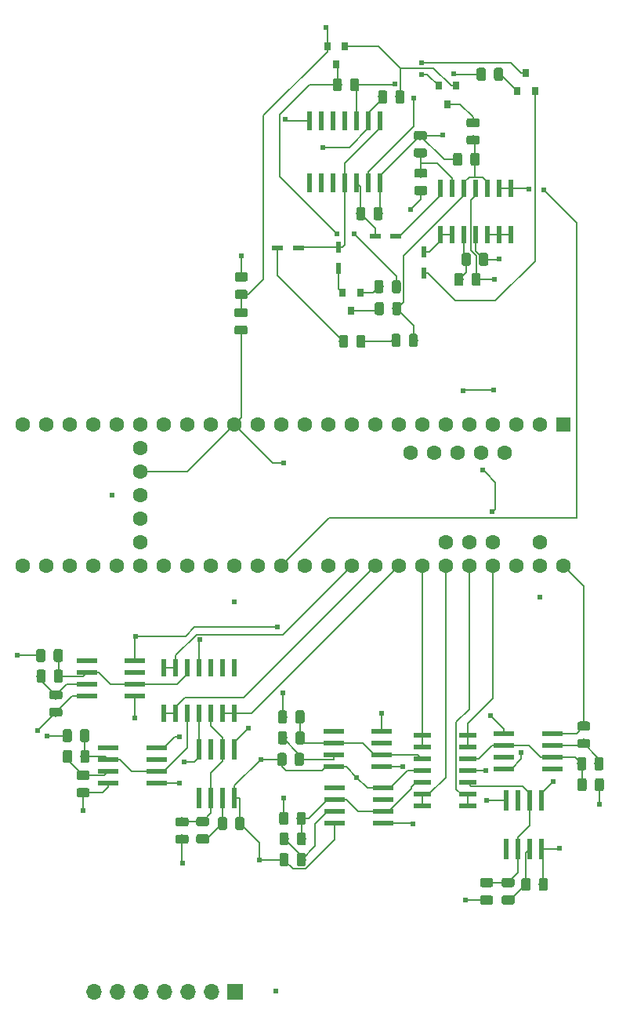
<source format=gtl>
G04 #@! TF.GenerationSoftware,KiCad,Pcbnew,(5.0.1)-4*
G04 #@! TF.CreationDate,2019-11-28T20:44:47-06:00*
G04 #@! TF.ProjectId,new_synth_transistor,6E65775F73796E74685F7472616E7369,rev?*
G04 #@! TF.SameCoordinates,Original*
G04 #@! TF.FileFunction,Copper,L1,Top,Signal*
G04 #@! TF.FilePolarity,Positive*
%FSLAX46Y46*%
G04 Gerber Fmt 4.6, Leading zero omitted, Abs format (unit mm)*
G04 Created by KiCad (PCBNEW (5.0.1)-4) date 11/28/2019 8:44:47 PM*
%MOMM*%
%LPD*%
G01*
G04 APERTURE LIST*
G04 #@! TA.AperFunction,SMDPad,CuDef*
%ADD10R,0.600000X1.970000*%
G04 #@! TD*
G04 #@! TA.AperFunction,SMDPad,CuDef*
%ADD11R,2.200000X0.600000*%
G04 #@! TD*
G04 #@! TA.AperFunction,SMDPad,CuDef*
%ADD12R,0.558800X2.159000*%
G04 #@! TD*
G04 #@! TA.AperFunction,ComponentPad*
%ADD13C,1.600000*%
G04 #@! TD*
G04 #@! TA.AperFunction,ComponentPad*
%ADD14R,1.600000X1.600000*%
G04 #@! TD*
G04 #@! TA.AperFunction,Conductor*
%ADD15C,0.100000*%
G04 #@! TD*
G04 #@! TA.AperFunction,SMDPad,CuDef*
%ADD16C,0.975000*%
G04 #@! TD*
G04 #@! TA.AperFunction,SMDPad,CuDef*
%ADD17R,1.168400X0.482600*%
G04 #@! TD*
G04 #@! TA.AperFunction,SMDPad,CuDef*
%ADD18R,0.482600X1.168400*%
G04 #@! TD*
G04 #@! TA.AperFunction,ComponentPad*
%ADD19O,1.700000X1.700000*%
G04 #@! TD*
G04 #@! TA.AperFunction,ComponentPad*
%ADD20R,1.700000X1.700000*%
G04 #@! TD*
G04 #@! TA.AperFunction,SMDPad,CuDef*
%ADD21R,0.800000X0.900000*%
G04 #@! TD*
G04 #@! TA.AperFunction,SMDPad,CuDef*
%ADD22R,1.970000X0.600000*%
G04 #@! TD*
G04 #@! TA.AperFunction,SMDPad,CuDef*
%ADD23R,0.600000X2.200000*%
G04 #@! TD*
G04 #@! TA.AperFunction,ViaPad*
%ADD24C,0.609600*%
G04 #@! TD*
G04 #@! TA.AperFunction,Conductor*
%ADD25C,0.152400*%
G04 #@! TD*
G04 APERTURE END LIST*
D10*
G04 #@! TO.P,U12,1*
G04 #@! TO.N,/ADSR_OUT*
X272191529Y-34803212D03*
G04 #@! TO.P,U12,2*
X270921529Y-34803212D03*
G04 #@! TO.P,U12,3*
G04 #@! TO.N,Net-(C8-Pad1)*
X269651529Y-34803212D03*
G04 #@! TO.P,U12,4*
G04 #@! TO.N,+5V*
X268381529Y-34803212D03*
G04 #@! TO.P,U12,5*
G04 #@! TO.N,Net-(C8-Pad1)*
X267111529Y-34803212D03*
G04 #@! TO.P,U12,6*
G04 #@! TO.N,Net-(R14-Pad2)*
X265841529Y-34803212D03*
G04 #@! TO.P,U12,7*
G04 #@! TO.N,Net-(CR4-Pad2)*
X264571529Y-34803212D03*
G04 #@! TO.P,U12,8*
G04 #@! TO.N,Net-(CR2-Pad1)*
X264571529Y-39753212D03*
G04 #@! TO.P,U12,9*
X265841529Y-39753212D03*
G04 #@! TO.P,U12,10*
G04 #@! TO.N,Net-(R8-Pad2)*
X267111529Y-39753212D03*
G04 #@! TO.P,U12,11*
G04 #@! TO.N,GNDREF*
X268381529Y-39753212D03*
G04 #@! TO.P,U12,12*
G04 #@! TO.N,N/C*
X269651529Y-39753212D03*
G04 #@! TO.P,U12,13*
X270921529Y-39753212D03*
G04 #@! TO.P,U12,14*
X272191529Y-39753212D03*
G04 #@! TD*
D11*
G04 #@! TO.P,U10,2*
G04 #@! TO.N,Net-(C7-Pad2)*
X231546448Y-88244494D03*
G04 #@! TO.P,U10,7*
G04 #@! TO.N,Net-(RA7-Pad1)*
X226346448Y-88244494D03*
G04 #@! TO.P,U10,1*
G04 #@! TO.N,GND*
X231546448Y-89514494D03*
G04 #@! TO.P,U10,3*
G04 #@! TO.N,Net-(U10-Pad3)*
X231546448Y-86974494D03*
G04 #@! TO.P,U10,4*
G04 #@! TO.N,+5V*
X231546448Y-85704494D03*
G04 #@! TO.P,U10,8*
X226346448Y-89514494D03*
G04 #@! TO.P,U10,6*
G04 #@! TO.N,Net-(C7-Pad2)*
X226346448Y-86974494D03*
G04 #@! TO.P,U10,5*
G04 #@! TO.N,Net-(U10-Pad5)*
X226346448Y-85704494D03*
G04 #@! TD*
G04 #@! TO.P,U6,5*
G04 #@! TO.N,Net-(U6-Pad5)*
X276620280Y-97388680D03*
G04 #@! TO.P,U6,6*
G04 #@! TO.N,Net-(C4-Pad2)*
X276620280Y-96118680D03*
G04 #@! TO.P,U6,8*
G04 #@! TO.N,+5V*
X276620280Y-93578680D03*
G04 #@! TO.P,U6,4*
X271420280Y-97388680D03*
G04 #@! TO.P,U6,3*
G04 #@! TO.N,Net-(U6-Pad3)*
X271420280Y-96118680D03*
G04 #@! TO.P,U6,1*
G04 #@! TO.N,GND*
X271420280Y-93578680D03*
G04 #@! TO.P,U6,7*
G04 #@! TO.N,Net-(RA4-Pad1)*
X276620280Y-94848680D03*
G04 #@! TO.P,U6,2*
G04 #@! TO.N,Net-(C4-Pad2)*
X271420280Y-94848680D03*
G04 #@! TD*
G04 #@! TO.P,U4,2*
G04 #@! TO.N,Net-(C2-Pad2)*
X233852970Y-97682153D03*
G04 #@! TO.P,U4,7*
G04 #@! TO.N,Net-(RA2-Pad1)*
X228652970Y-97682153D03*
G04 #@! TO.P,U4,1*
G04 #@! TO.N,GND*
X233852970Y-98952153D03*
G04 #@! TO.P,U4,3*
G04 #@! TO.N,Net-(U4-Pad3)*
X233852970Y-96412153D03*
G04 #@! TO.P,U4,4*
G04 #@! TO.N,+5V*
X233852970Y-95142153D03*
G04 #@! TO.P,U4,8*
X228652970Y-98952153D03*
G04 #@! TO.P,U4,6*
G04 #@! TO.N,Net-(C2-Pad2)*
X228652970Y-96412153D03*
G04 #@! TO.P,U4,5*
G04 #@! TO.N,Net-(U4-Pad5)*
X228652970Y-95142153D03*
G04 #@! TD*
D12*
G04 #@! TO.P,U11,1*
G04 #@! TO.N,Net-(U11-Pad1)*
X250427100Y-34203102D03*
G04 #@! TO.P,U11,2*
G04 #@! TO.N,Net-(U11-Pad2)*
X251697100Y-34203102D03*
G04 #@! TO.P,U11,3*
G04 #@! TO.N,Net-(U11-Pad3)*
X252967100Y-34203102D03*
G04 #@! TO.P,U11,4*
G04 #@! TO.N,/3A*
X254237100Y-34203102D03*
G04 #@! TO.P,U11,5*
G04 #@! TO.N,Net-(CR4-Pad1)*
X255507100Y-34203102D03*
G04 #@! TO.P,U11,6*
G04 #@! TO.N,/2B*
X256777100Y-34203102D03*
G04 #@! TO.P,U11,7*
G04 #@! TO.N,GNDREF*
X258047100Y-34203102D03*
G04 #@! TO.P,U11,8*
G04 #@! TO.N,/3A*
X258047100Y-27446702D03*
G04 #@! TO.P,U11,9*
G04 #@! TO.N,/SIGNAL*
X256777100Y-27446702D03*
G04 #@! TO.P,U11,10*
G04 #@! TO.N,/2B*
X255507100Y-27446702D03*
G04 #@! TO.P,U11,11*
G04 #@! TO.N,Net-(U11-Pad11)*
X254237100Y-27446702D03*
G04 #@! TO.P,U11,12*
G04 #@! TO.N,Net-(U11-Pad12)*
X252967100Y-27446702D03*
G04 #@! TO.P,U11,13*
G04 #@! TO.N,Net-(U11-Pad13)*
X251697100Y-27446702D03*
G04 #@! TO.P,U11,14*
G04 #@! TO.N,+5V*
X250427100Y-27446702D03*
G04 #@! TD*
D13*
G04 #@! TO.P,U8,17*
G04 #@! TO.N,Net-(U8-Pad17)*
X237154720Y-60258960D03*
G04 #@! TO.P,U8,18*
G04 #@! TO.N,Net-(U8-Pad18)*
X234614720Y-60258960D03*
G04 #@! TO.P,U8,19*
G04 #@! TO.N,Net-(U8-Pad19)*
X232074720Y-60258960D03*
G04 #@! TO.P,U8,20*
G04 #@! TO.N,Net-(U8-Pad20)*
X229534720Y-60258960D03*
G04 #@! TO.P,U8,16*
G04 #@! TO.N,Net-(U8-Pad16)*
X239694720Y-60258960D03*
G04 #@! TO.P,U8,15*
G04 #@! TO.N,+3V3*
X242234720Y-60258960D03*
G04 #@! TO.P,U8,14*
G04 #@! TO.N,Net-(U8-Pad14)*
X244774720Y-60258960D03*
G04 #@! TO.P,U8,21*
G04 #@! TO.N,Net-(U8-Pad21)*
X226994720Y-60258960D03*
G04 #@! TO.P,U8,22*
G04 #@! TO.N,Net-(U8-Pad22)*
X224454720Y-60258960D03*
G04 #@! TO.P,U8,23*
G04 #@! TO.N,Net-(U8-Pad23)*
X221914720Y-60258960D03*
G04 #@! TO.P,U8,24*
G04 #@! TO.N,Net-(U8-Pad24)*
X219374720Y-60258960D03*
G04 #@! TO.P,U8,25*
G04 #@! TO.N,Net-(U8-Pad25)*
X232074720Y-62798960D03*
G04 #@! TO.P,U8,26*
G04 #@! TO.N,+3V3*
X232074720Y-65338960D03*
G04 #@! TO.P,U8,27*
G04 #@! TO.N,GND*
X232074720Y-67878960D03*
G04 #@! TO.P,U8,28*
G04 #@! TO.N,Net-(U8-Pad28)*
X232074720Y-70418960D03*
G04 #@! TO.P,U8,29*
G04 #@! TO.N,Net-(U8-Pad29)*
X232074720Y-72958960D03*
G04 #@! TO.P,U8,30*
G04 #@! TO.N,/L1*
X219374720Y-75498960D03*
G04 #@! TO.P,U8,31*
G04 #@! TO.N,/L2*
X221914720Y-75498960D03*
G04 #@! TO.P,U8,32*
G04 #@! TO.N,/L3*
X224454720Y-75498960D03*
G04 #@! TO.P,U8,33*
G04 #@! TO.N,/L4*
X226994720Y-75498960D03*
G04 #@! TO.P,U8,34*
G04 #@! TO.N,/L5*
X229534720Y-75498960D03*
G04 #@! TO.P,U8,35*
G04 #@! TO.N,/L6*
X232074720Y-75498960D03*
G04 #@! TO.P,U8,36*
G04 #@! TO.N,/L7*
X234614720Y-75498960D03*
G04 #@! TO.P,U8,37*
G04 #@! TO.N,/SIGNAL*
X237154720Y-75498960D03*
G04 #@! TO.P,U8,13*
G04 #@! TO.N,Net-(U8-Pad13)*
X247314720Y-60258960D03*
G04 #@! TO.P,U8,12*
G04 #@! TO.N,Net-(U8-Pad12)*
X249854720Y-60258960D03*
G04 #@! TO.P,U8,11*
G04 #@! TO.N,Net-(U8-Pad11)*
X252394720Y-60258960D03*
G04 #@! TO.P,U8,10*
G04 #@! TO.N,Net-(U8-Pad10)*
X254934720Y-60258960D03*
G04 #@! TO.P,U8,9*
G04 #@! TO.N,Net-(U8-Pad9)*
X257474720Y-60258960D03*
G04 #@! TO.P,U8,8*
G04 #@! TO.N,Net-(U8-Pad8)*
X260014720Y-60258960D03*
G04 #@! TO.P,U8,7*
G04 #@! TO.N,Net-(U8-Pad7)*
X262554720Y-60258960D03*
G04 #@! TO.P,U8,6*
G04 #@! TO.N,Net-(U8-Pad6)*
X265094720Y-60258960D03*
G04 #@! TO.P,U8,5*
G04 #@! TO.N,Net-(U8-Pad5)*
X267634720Y-60258960D03*
G04 #@! TO.P,U8,4*
G04 #@! TO.N,Net-(U8-Pad4)*
X270174720Y-60258960D03*
G04 #@! TO.P,U8,3*
G04 #@! TO.N,Net-(U8-Pad3)*
X272714720Y-60258960D03*
G04 #@! TO.P,U8,2*
G04 #@! TO.N,Net-(U8-Pad2)*
X275254720Y-60258960D03*
D14*
G04 #@! TO.P,U8,1*
G04 #@! TO.N,GND*
X277794720Y-60258960D03*
D13*
G04 #@! TO.P,U8,38*
G04 #@! TO.N,/TONE*
X239694720Y-75498960D03*
G04 #@! TO.P,U8,39*
G04 #@! TO.N,GND*
X242234720Y-75498960D03*
G04 #@! TO.P,U8,40*
G04 #@! TO.N,Net-(U8-Pad40)*
X244774720Y-75498960D03*
G04 #@! TO.P,U8,41*
G04 #@! TO.N,/ADSR_OUT*
X247314720Y-75498960D03*
G04 #@! TO.P,U8,42*
G04 #@! TO.N,Net-(U8-Pad42)*
X249854720Y-75498960D03*
G04 #@! TO.P,U8,43*
G04 #@! TO.N,Net-(U8-Pad43)*
X252394720Y-75498960D03*
G04 #@! TO.P,U8,44*
G04 #@! TO.N,/T7*
X254934720Y-75498960D03*
G04 #@! TO.P,U8,45*
G04 #@! TO.N,/T6*
X257474720Y-75498960D03*
G04 #@! TO.P,U8,46*
G04 #@! TO.N,/T5*
X260014720Y-75498960D03*
G04 #@! TO.P,U8,47*
G04 #@! TO.N,/T4*
X262554720Y-75498960D03*
G04 #@! TO.P,U8,48*
G04 #@! TO.N,/T3*
X265094720Y-75498960D03*
G04 #@! TO.P,U8,49*
G04 #@! TO.N,/T2*
X267634720Y-75498960D03*
G04 #@! TO.P,U8,50*
G04 #@! TO.N,/T1*
X270174720Y-75498960D03*
G04 #@! TO.P,U8,51*
G04 #@! TO.N,+3V3*
X272714720Y-75498960D03*
G04 #@! TO.P,U8,52*
G04 #@! TO.N,GND*
X275254720Y-75498960D03*
G04 #@! TO.P,U8,53*
G04 #@! TO.N,+5V*
X277794720Y-75498960D03*
G04 #@! TO.P,U8,54*
G04 #@! TO.N,Net-(U8-Pad54)*
X275254720Y-72958960D03*
G04 #@! TO.P,U8,55*
G04 #@! TO.N,GND*
X270174720Y-72958960D03*
G04 #@! TO.P,U8,56*
G04 #@! TO.N,Net-(U8-Pad56)*
X267634720Y-72958960D03*
G04 #@! TO.P,U8,57*
G04 #@! TO.N,Net-(U8-Pad57)*
X265094720Y-72958960D03*
G04 #@! TO.P,U8,58*
G04 #@! TO.N,N/C*
X271444720Y-63258960D03*
G04 #@! TO.P,U8,59*
X268904720Y-63258960D03*
G04 #@! TO.P,U8,60*
X266364720Y-63258960D03*
G04 #@! TO.P,U8,61*
X263824720Y-63258960D03*
G04 #@! TO.P,U8,62*
X261284720Y-63258960D03*
G04 #@! TD*
D15*
G04 #@! TO.N,GND*
G04 #@! TO.C,C1*
G36*
X247757536Y-91095885D02*
X247781197Y-91099395D01*
X247804401Y-91105207D01*
X247826923Y-91113265D01*
X247848547Y-91123493D01*
X247869064Y-91135790D01*
X247888277Y-91150040D01*
X247906001Y-91166104D01*
X247922065Y-91183828D01*
X247936315Y-91203041D01*
X247948612Y-91223558D01*
X247958840Y-91245182D01*
X247966898Y-91267704D01*
X247972710Y-91290908D01*
X247976220Y-91314569D01*
X247977394Y-91338461D01*
X247977394Y-92250961D01*
X247976220Y-92274853D01*
X247972710Y-92298514D01*
X247966898Y-92321718D01*
X247958840Y-92344240D01*
X247948612Y-92365864D01*
X247936315Y-92386381D01*
X247922065Y-92405594D01*
X247906001Y-92423318D01*
X247888277Y-92439382D01*
X247869064Y-92453632D01*
X247848547Y-92465929D01*
X247826923Y-92476157D01*
X247804401Y-92484215D01*
X247781197Y-92490027D01*
X247757536Y-92493537D01*
X247733644Y-92494711D01*
X247246144Y-92494711D01*
X247222252Y-92493537D01*
X247198591Y-92490027D01*
X247175387Y-92484215D01*
X247152865Y-92476157D01*
X247131241Y-92465929D01*
X247110724Y-92453632D01*
X247091511Y-92439382D01*
X247073787Y-92423318D01*
X247057723Y-92405594D01*
X247043473Y-92386381D01*
X247031176Y-92365864D01*
X247020948Y-92344240D01*
X247012890Y-92321718D01*
X247007078Y-92298514D01*
X247003568Y-92274853D01*
X247002394Y-92250961D01*
X247002394Y-91338461D01*
X247003568Y-91314569D01*
X247007078Y-91290908D01*
X247012890Y-91267704D01*
X247020948Y-91245182D01*
X247031176Y-91223558D01*
X247043473Y-91203041D01*
X247057723Y-91183828D01*
X247073787Y-91166104D01*
X247091511Y-91150040D01*
X247110724Y-91135790D01*
X247131241Y-91123493D01*
X247152865Y-91113265D01*
X247175387Y-91105207D01*
X247198591Y-91099395D01*
X247222252Y-91095885D01*
X247246144Y-91094711D01*
X247733644Y-91094711D01*
X247757536Y-91095885D01*
X247757536Y-91095885D01*
G37*
D16*
G04 #@! TD*
G04 #@! TO.P,C1,1*
G04 #@! TO.N,GND*
X247489894Y-91794711D03*
D15*
G04 #@! TO.N,Net-(C1-Pad2)*
G04 #@! TO.C,C1*
G36*
X249632536Y-91095885D02*
X249656197Y-91099395D01*
X249679401Y-91105207D01*
X249701923Y-91113265D01*
X249723547Y-91123493D01*
X249744064Y-91135790D01*
X249763277Y-91150040D01*
X249781001Y-91166104D01*
X249797065Y-91183828D01*
X249811315Y-91203041D01*
X249823612Y-91223558D01*
X249833840Y-91245182D01*
X249841898Y-91267704D01*
X249847710Y-91290908D01*
X249851220Y-91314569D01*
X249852394Y-91338461D01*
X249852394Y-92250961D01*
X249851220Y-92274853D01*
X249847710Y-92298514D01*
X249841898Y-92321718D01*
X249833840Y-92344240D01*
X249823612Y-92365864D01*
X249811315Y-92386381D01*
X249797065Y-92405594D01*
X249781001Y-92423318D01*
X249763277Y-92439382D01*
X249744064Y-92453632D01*
X249723547Y-92465929D01*
X249701923Y-92476157D01*
X249679401Y-92484215D01*
X249656197Y-92490027D01*
X249632536Y-92493537D01*
X249608644Y-92494711D01*
X249121144Y-92494711D01*
X249097252Y-92493537D01*
X249073591Y-92490027D01*
X249050387Y-92484215D01*
X249027865Y-92476157D01*
X249006241Y-92465929D01*
X248985724Y-92453632D01*
X248966511Y-92439382D01*
X248948787Y-92423318D01*
X248932723Y-92405594D01*
X248918473Y-92386381D01*
X248906176Y-92365864D01*
X248895948Y-92344240D01*
X248887890Y-92321718D01*
X248882078Y-92298514D01*
X248878568Y-92274853D01*
X248877394Y-92250961D01*
X248877394Y-91338461D01*
X248878568Y-91314569D01*
X248882078Y-91290908D01*
X248887890Y-91267704D01*
X248895948Y-91245182D01*
X248906176Y-91223558D01*
X248918473Y-91203041D01*
X248932723Y-91183828D01*
X248948787Y-91166104D01*
X248966511Y-91150040D01*
X248985724Y-91135790D01*
X249006241Y-91123493D01*
X249027865Y-91113265D01*
X249050387Y-91105207D01*
X249073591Y-91099395D01*
X249097252Y-91095885D01*
X249121144Y-91094711D01*
X249608644Y-91094711D01*
X249632536Y-91095885D01*
X249632536Y-91095885D01*
G37*
D16*
G04 #@! TD*
G04 #@! TO.P,C1,2*
G04 #@! TO.N,Net-(C1-Pad2)*
X249364894Y-91794711D03*
D15*
G04 #@! TO.N,GND*
G04 #@! TO.C,C2*
G36*
X224489892Y-93122527D02*
X224513553Y-93126037D01*
X224536757Y-93131849D01*
X224559279Y-93139907D01*
X224580903Y-93150135D01*
X224601420Y-93162432D01*
X224620633Y-93176682D01*
X224638357Y-93192746D01*
X224654421Y-93210470D01*
X224668671Y-93229683D01*
X224680968Y-93250200D01*
X224691196Y-93271824D01*
X224699254Y-93294346D01*
X224705066Y-93317550D01*
X224708576Y-93341211D01*
X224709750Y-93365103D01*
X224709750Y-94277603D01*
X224708576Y-94301495D01*
X224705066Y-94325156D01*
X224699254Y-94348360D01*
X224691196Y-94370882D01*
X224680968Y-94392506D01*
X224668671Y-94413023D01*
X224654421Y-94432236D01*
X224638357Y-94449960D01*
X224620633Y-94466024D01*
X224601420Y-94480274D01*
X224580903Y-94492571D01*
X224559279Y-94502799D01*
X224536757Y-94510857D01*
X224513553Y-94516669D01*
X224489892Y-94520179D01*
X224466000Y-94521353D01*
X223978500Y-94521353D01*
X223954608Y-94520179D01*
X223930947Y-94516669D01*
X223907743Y-94510857D01*
X223885221Y-94502799D01*
X223863597Y-94492571D01*
X223843080Y-94480274D01*
X223823867Y-94466024D01*
X223806143Y-94449960D01*
X223790079Y-94432236D01*
X223775829Y-94413023D01*
X223763532Y-94392506D01*
X223753304Y-94370882D01*
X223745246Y-94348360D01*
X223739434Y-94325156D01*
X223735924Y-94301495D01*
X223734750Y-94277603D01*
X223734750Y-93365103D01*
X223735924Y-93341211D01*
X223739434Y-93317550D01*
X223745246Y-93294346D01*
X223753304Y-93271824D01*
X223763532Y-93250200D01*
X223775829Y-93229683D01*
X223790079Y-93210470D01*
X223806143Y-93192746D01*
X223823867Y-93176682D01*
X223843080Y-93162432D01*
X223863597Y-93150135D01*
X223885221Y-93139907D01*
X223907743Y-93131849D01*
X223930947Y-93126037D01*
X223954608Y-93122527D01*
X223978500Y-93121353D01*
X224466000Y-93121353D01*
X224489892Y-93122527D01*
X224489892Y-93122527D01*
G37*
D16*
G04 #@! TD*
G04 #@! TO.P,C2,1*
G04 #@! TO.N,GND*
X224222250Y-93821353D03*
D15*
G04 #@! TO.N,Net-(C2-Pad2)*
G04 #@! TO.C,C2*
G36*
X226364892Y-93122527D02*
X226388553Y-93126037D01*
X226411757Y-93131849D01*
X226434279Y-93139907D01*
X226455903Y-93150135D01*
X226476420Y-93162432D01*
X226495633Y-93176682D01*
X226513357Y-93192746D01*
X226529421Y-93210470D01*
X226543671Y-93229683D01*
X226555968Y-93250200D01*
X226566196Y-93271824D01*
X226574254Y-93294346D01*
X226580066Y-93317550D01*
X226583576Y-93341211D01*
X226584750Y-93365103D01*
X226584750Y-94277603D01*
X226583576Y-94301495D01*
X226580066Y-94325156D01*
X226574254Y-94348360D01*
X226566196Y-94370882D01*
X226555968Y-94392506D01*
X226543671Y-94413023D01*
X226529421Y-94432236D01*
X226513357Y-94449960D01*
X226495633Y-94466024D01*
X226476420Y-94480274D01*
X226455903Y-94492571D01*
X226434279Y-94502799D01*
X226411757Y-94510857D01*
X226388553Y-94516669D01*
X226364892Y-94520179D01*
X226341000Y-94521353D01*
X225853500Y-94521353D01*
X225829608Y-94520179D01*
X225805947Y-94516669D01*
X225782743Y-94510857D01*
X225760221Y-94502799D01*
X225738597Y-94492571D01*
X225718080Y-94480274D01*
X225698867Y-94466024D01*
X225681143Y-94449960D01*
X225665079Y-94432236D01*
X225650829Y-94413023D01*
X225638532Y-94392506D01*
X225628304Y-94370882D01*
X225620246Y-94348360D01*
X225614434Y-94325156D01*
X225610924Y-94301495D01*
X225609750Y-94277603D01*
X225609750Y-93365103D01*
X225610924Y-93341211D01*
X225614434Y-93317550D01*
X225620246Y-93294346D01*
X225628304Y-93271824D01*
X225638532Y-93250200D01*
X225650829Y-93229683D01*
X225665079Y-93210470D01*
X225681143Y-93192746D01*
X225698867Y-93176682D01*
X225718080Y-93162432D01*
X225738597Y-93150135D01*
X225760221Y-93139907D01*
X225782743Y-93131849D01*
X225805947Y-93126037D01*
X225829608Y-93122527D01*
X225853500Y-93121353D01*
X226341000Y-93121353D01*
X226364892Y-93122527D01*
X226364892Y-93122527D01*
G37*
D16*
G04 #@! TD*
G04 #@! TO.P,C2,2*
G04 #@! TO.N,Net-(C2-Pad2)*
X226097250Y-93821353D03*
D15*
G04 #@! TO.N,Net-(C3-Pad2)*
G04 #@! TO.C,C3*
G36*
X249756437Y-102050095D02*
X249780098Y-102053605D01*
X249803302Y-102059417D01*
X249825824Y-102067475D01*
X249847448Y-102077703D01*
X249867965Y-102090000D01*
X249887178Y-102104250D01*
X249904902Y-102120314D01*
X249920966Y-102138038D01*
X249935216Y-102157251D01*
X249947513Y-102177768D01*
X249957741Y-102199392D01*
X249965799Y-102221914D01*
X249971611Y-102245118D01*
X249975121Y-102268779D01*
X249976295Y-102292671D01*
X249976295Y-103205171D01*
X249975121Y-103229063D01*
X249971611Y-103252724D01*
X249965799Y-103275928D01*
X249957741Y-103298450D01*
X249947513Y-103320074D01*
X249935216Y-103340591D01*
X249920966Y-103359804D01*
X249904902Y-103377528D01*
X249887178Y-103393592D01*
X249867965Y-103407842D01*
X249847448Y-103420139D01*
X249825824Y-103430367D01*
X249803302Y-103438425D01*
X249780098Y-103444237D01*
X249756437Y-103447747D01*
X249732545Y-103448921D01*
X249245045Y-103448921D01*
X249221153Y-103447747D01*
X249197492Y-103444237D01*
X249174288Y-103438425D01*
X249151766Y-103430367D01*
X249130142Y-103420139D01*
X249109625Y-103407842D01*
X249090412Y-103393592D01*
X249072688Y-103377528D01*
X249056624Y-103359804D01*
X249042374Y-103340591D01*
X249030077Y-103320074D01*
X249019849Y-103298450D01*
X249011791Y-103275928D01*
X249005979Y-103252724D01*
X249002469Y-103229063D01*
X249001295Y-103205171D01*
X249001295Y-102292671D01*
X249002469Y-102268779D01*
X249005979Y-102245118D01*
X249011791Y-102221914D01*
X249019849Y-102199392D01*
X249030077Y-102177768D01*
X249042374Y-102157251D01*
X249056624Y-102138038D01*
X249072688Y-102120314D01*
X249090412Y-102104250D01*
X249109625Y-102090000D01*
X249130142Y-102077703D01*
X249151766Y-102067475D01*
X249174288Y-102059417D01*
X249197492Y-102053605D01*
X249221153Y-102050095D01*
X249245045Y-102048921D01*
X249732545Y-102048921D01*
X249756437Y-102050095D01*
X249756437Y-102050095D01*
G37*
D16*
G04 #@! TD*
G04 #@! TO.P,C3,2*
G04 #@! TO.N,Net-(C3-Pad2)*
X249488795Y-102748921D03*
D15*
G04 #@! TO.N,GND*
G04 #@! TO.C,C3*
G36*
X247881437Y-102050095D02*
X247905098Y-102053605D01*
X247928302Y-102059417D01*
X247950824Y-102067475D01*
X247972448Y-102077703D01*
X247992965Y-102090000D01*
X248012178Y-102104250D01*
X248029902Y-102120314D01*
X248045966Y-102138038D01*
X248060216Y-102157251D01*
X248072513Y-102177768D01*
X248082741Y-102199392D01*
X248090799Y-102221914D01*
X248096611Y-102245118D01*
X248100121Y-102268779D01*
X248101295Y-102292671D01*
X248101295Y-103205171D01*
X248100121Y-103229063D01*
X248096611Y-103252724D01*
X248090799Y-103275928D01*
X248082741Y-103298450D01*
X248072513Y-103320074D01*
X248060216Y-103340591D01*
X248045966Y-103359804D01*
X248029902Y-103377528D01*
X248012178Y-103393592D01*
X247992965Y-103407842D01*
X247972448Y-103420139D01*
X247950824Y-103430367D01*
X247928302Y-103438425D01*
X247905098Y-103444237D01*
X247881437Y-103447747D01*
X247857545Y-103448921D01*
X247370045Y-103448921D01*
X247346153Y-103447747D01*
X247322492Y-103444237D01*
X247299288Y-103438425D01*
X247276766Y-103430367D01*
X247255142Y-103420139D01*
X247234625Y-103407842D01*
X247215412Y-103393592D01*
X247197688Y-103377528D01*
X247181624Y-103359804D01*
X247167374Y-103340591D01*
X247155077Y-103320074D01*
X247144849Y-103298450D01*
X247136791Y-103275928D01*
X247130979Y-103252724D01*
X247127469Y-103229063D01*
X247126295Y-103205171D01*
X247126295Y-102292671D01*
X247127469Y-102268779D01*
X247130979Y-102245118D01*
X247136791Y-102221914D01*
X247144849Y-102199392D01*
X247155077Y-102177768D01*
X247167374Y-102157251D01*
X247181624Y-102138038D01*
X247197688Y-102120314D01*
X247215412Y-102104250D01*
X247234625Y-102090000D01*
X247255142Y-102077703D01*
X247276766Y-102067475D01*
X247299288Y-102059417D01*
X247322492Y-102053605D01*
X247346153Y-102050095D01*
X247370045Y-102048921D01*
X247857545Y-102048921D01*
X247881437Y-102050095D01*
X247881437Y-102050095D01*
G37*
D16*
G04 #@! TD*
G04 #@! TO.P,C3,1*
G04 #@! TO.N,GND*
X247613795Y-102748921D03*
D15*
G04 #@! TO.N,Net-(C4-Pad2)*
G04 #@! TO.C,C4*
G36*
X280111902Y-98411974D02*
X280135563Y-98415484D01*
X280158767Y-98421296D01*
X280181289Y-98429354D01*
X280202913Y-98439582D01*
X280223430Y-98451879D01*
X280242643Y-98466129D01*
X280260367Y-98482193D01*
X280276431Y-98499917D01*
X280290681Y-98519130D01*
X280302978Y-98539647D01*
X280313206Y-98561271D01*
X280321264Y-98583793D01*
X280327076Y-98606997D01*
X280330586Y-98630658D01*
X280331760Y-98654550D01*
X280331760Y-99567050D01*
X280330586Y-99590942D01*
X280327076Y-99614603D01*
X280321264Y-99637807D01*
X280313206Y-99660329D01*
X280302978Y-99681953D01*
X280290681Y-99702470D01*
X280276431Y-99721683D01*
X280260367Y-99739407D01*
X280242643Y-99755471D01*
X280223430Y-99769721D01*
X280202913Y-99782018D01*
X280181289Y-99792246D01*
X280158767Y-99800304D01*
X280135563Y-99806116D01*
X280111902Y-99809626D01*
X280088010Y-99810800D01*
X279600510Y-99810800D01*
X279576618Y-99809626D01*
X279552957Y-99806116D01*
X279529753Y-99800304D01*
X279507231Y-99792246D01*
X279485607Y-99782018D01*
X279465090Y-99769721D01*
X279445877Y-99755471D01*
X279428153Y-99739407D01*
X279412089Y-99721683D01*
X279397839Y-99702470D01*
X279385542Y-99681953D01*
X279375314Y-99660329D01*
X279367256Y-99637807D01*
X279361444Y-99614603D01*
X279357934Y-99590942D01*
X279356760Y-99567050D01*
X279356760Y-98654550D01*
X279357934Y-98630658D01*
X279361444Y-98606997D01*
X279367256Y-98583793D01*
X279375314Y-98561271D01*
X279385542Y-98539647D01*
X279397839Y-98519130D01*
X279412089Y-98499917D01*
X279428153Y-98482193D01*
X279445877Y-98466129D01*
X279465090Y-98451879D01*
X279485607Y-98439582D01*
X279507231Y-98429354D01*
X279529753Y-98421296D01*
X279552957Y-98415484D01*
X279576618Y-98411974D01*
X279600510Y-98410800D01*
X280088010Y-98410800D01*
X280111902Y-98411974D01*
X280111902Y-98411974D01*
G37*
D16*
G04 #@! TD*
G04 #@! TO.P,C4,2*
G04 #@! TO.N,Net-(C4-Pad2)*
X279844260Y-99110800D03*
D15*
G04 #@! TO.N,GND*
G04 #@! TO.C,C4*
G36*
X281986902Y-98411974D02*
X282010563Y-98415484D01*
X282033767Y-98421296D01*
X282056289Y-98429354D01*
X282077913Y-98439582D01*
X282098430Y-98451879D01*
X282117643Y-98466129D01*
X282135367Y-98482193D01*
X282151431Y-98499917D01*
X282165681Y-98519130D01*
X282177978Y-98539647D01*
X282188206Y-98561271D01*
X282196264Y-98583793D01*
X282202076Y-98606997D01*
X282205586Y-98630658D01*
X282206760Y-98654550D01*
X282206760Y-99567050D01*
X282205586Y-99590942D01*
X282202076Y-99614603D01*
X282196264Y-99637807D01*
X282188206Y-99660329D01*
X282177978Y-99681953D01*
X282165681Y-99702470D01*
X282151431Y-99721683D01*
X282135367Y-99739407D01*
X282117643Y-99755471D01*
X282098430Y-99769721D01*
X282077913Y-99782018D01*
X282056289Y-99792246D01*
X282033767Y-99800304D01*
X282010563Y-99806116D01*
X281986902Y-99809626D01*
X281963010Y-99810800D01*
X281475510Y-99810800D01*
X281451618Y-99809626D01*
X281427957Y-99806116D01*
X281404753Y-99800304D01*
X281382231Y-99792246D01*
X281360607Y-99782018D01*
X281340090Y-99769721D01*
X281320877Y-99755471D01*
X281303153Y-99739407D01*
X281287089Y-99721683D01*
X281272839Y-99702470D01*
X281260542Y-99681953D01*
X281250314Y-99660329D01*
X281242256Y-99637807D01*
X281236444Y-99614603D01*
X281232934Y-99590942D01*
X281231760Y-99567050D01*
X281231760Y-98654550D01*
X281232934Y-98630658D01*
X281236444Y-98606997D01*
X281242256Y-98583793D01*
X281250314Y-98561271D01*
X281260542Y-98539647D01*
X281272839Y-98519130D01*
X281287089Y-98499917D01*
X281303153Y-98482193D01*
X281320877Y-98466129D01*
X281340090Y-98451879D01*
X281360607Y-98439582D01*
X281382231Y-98429354D01*
X281404753Y-98421296D01*
X281427957Y-98415484D01*
X281451618Y-98411974D01*
X281475510Y-98410800D01*
X281963010Y-98410800D01*
X281986902Y-98411974D01*
X281986902Y-98411974D01*
G37*
D16*
G04 #@! TD*
G04 #@! TO.P,C4,1*
G04 #@! TO.N,GND*
X281719260Y-99110800D03*
D15*
G04 #@! TO.N,GND*
G04 #@! TO.C,C5*
G36*
X269994462Y-111068174D02*
X270018123Y-111071684D01*
X270041327Y-111077496D01*
X270063849Y-111085554D01*
X270085473Y-111095782D01*
X270105990Y-111108079D01*
X270125203Y-111122329D01*
X270142927Y-111138393D01*
X270158991Y-111156117D01*
X270173241Y-111175330D01*
X270185538Y-111195847D01*
X270195766Y-111217471D01*
X270203824Y-111239993D01*
X270209636Y-111263197D01*
X270213146Y-111286858D01*
X270214320Y-111310750D01*
X270214320Y-111798250D01*
X270213146Y-111822142D01*
X270209636Y-111845803D01*
X270203824Y-111869007D01*
X270195766Y-111891529D01*
X270185538Y-111913153D01*
X270173241Y-111933670D01*
X270158991Y-111952883D01*
X270142927Y-111970607D01*
X270125203Y-111986671D01*
X270105990Y-112000921D01*
X270085473Y-112013218D01*
X270063849Y-112023446D01*
X270041327Y-112031504D01*
X270018123Y-112037316D01*
X269994462Y-112040826D01*
X269970570Y-112042000D01*
X269058070Y-112042000D01*
X269034178Y-112040826D01*
X269010517Y-112037316D01*
X268987313Y-112031504D01*
X268964791Y-112023446D01*
X268943167Y-112013218D01*
X268922650Y-112000921D01*
X268903437Y-111986671D01*
X268885713Y-111970607D01*
X268869649Y-111952883D01*
X268855399Y-111933670D01*
X268843102Y-111913153D01*
X268832874Y-111891529D01*
X268824816Y-111869007D01*
X268819004Y-111845803D01*
X268815494Y-111822142D01*
X268814320Y-111798250D01*
X268814320Y-111310750D01*
X268815494Y-111286858D01*
X268819004Y-111263197D01*
X268824816Y-111239993D01*
X268832874Y-111217471D01*
X268843102Y-111195847D01*
X268855399Y-111175330D01*
X268869649Y-111156117D01*
X268885713Y-111138393D01*
X268903437Y-111122329D01*
X268922650Y-111108079D01*
X268943167Y-111095782D01*
X268964791Y-111085554D01*
X268987313Y-111077496D01*
X269010517Y-111071684D01*
X269034178Y-111068174D01*
X269058070Y-111067000D01*
X269970570Y-111067000D01*
X269994462Y-111068174D01*
X269994462Y-111068174D01*
G37*
D16*
G04 #@! TD*
G04 #@! TO.P,C5,1*
G04 #@! TO.N,GND*
X269514320Y-111554500D03*
D15*
G04 #@! TO.N,Net-(C5-Pad2)*
G04 #@! TO.C,C5*
G36*
X269994462Y-109193174D02*
X270018123Y-109196684D01*
X270041327Y-109202496D01*
X270063849Y-109210554D01*
X270085473Y-109220782D01*
X270105990Y-109233079D01*
X270125203Y-109247329D01*
X270142927Y-109263393D01*
X270158991Y-109281117D01*
X270173241Y-109300330D01*
X270185538Y-109320847D01*
X270195766Y-109342471D01*
X270203824Y-109364993D01*
X270209636Y-109388197D01*
X270213146Y-109411858D01*
X270214320Y-109435750D01*
X270214320Y-109923250D01*
X270213146Y-109947142D01*
X270209636Y-109970803D01*
X270203824Y-109994007D01*
X270195766Y-110016529D01*
X270185538Y-110038153D01*
X270173241Y-110058670D01*
X270158991Y-110077883D01*
X270142927Y-110095607D01*
X270125203Y-110111671D01*
X270105990Y-110125921D01*
X270085473Y-110138218D01*
X270063849Y-110148446D01*
X270041327Y-110156504D01*
X270018123Y-110162316D01*
X269994462Y-110165826D01*
X269970570Y-110167000D01*
X269058070Y-110167000D01*
X269034178Y-110165826D01*
X269010517Y-110162316D01*
X268987313Y-110156504D01*
X268964791Y-110148446D01*
X268943167Y-110138218D01*
X268922650Y-110125921D01*
X268903437Y-110111671D01*
X268885713Y-110095607D01*
X268869649Y-110077883D01*
X268855399Y-110058670D01*
X268843102Y-110038153D01*
X268832874Y-110016529D01*
X268824816Y-109994007D01*
X268819004Y-109970803D01*
X268815494Y-109947142D01*
X268814320Y-109923250D01*
X268814320Y-109435750D01*
X268815494Y-109411858D01*
X268819004Y-109388197D01*
X268824816Y-109364993D01*
X268832874Y-109342471D01*
X268843102Y-109320847D01*
X268855399Y-109300330D01*
X268869649Y-109281117D01*
X268885713Y-109263393D01*
X268903437Y-109247329D01*
X268922650Y-109233079D01*
X268943167Y-109220782D01*
X268964791Y-109210554D01*
X268987313Y-109202496D01*
X269010517Y-109196684D01*
X269034178Y-109193174D01*
X269058070Y-109192000D01*
X269970570Y-109192000D01*
X269994462Y-109193174D01*
X269994462Y-109193174D01*
G37*
D16*
G04 #@! TD*
G04 #@! TO.P,C5,2*
G04 #@! TO.N,Net-(C5-Pad2)*
X269514320Y-109679500D03*
D15*
G04 #@! TO.N,Net-(C6-Pad2)*
G04 #@! TO.C,C6*
G36*
X237111622Y-102629814D02*
X237135283Y-102633324D01*
X237158487Y-102639136D01*
X237181009Y-102647194D01*
X237202633Y-102657422D01*
X237223150Y-102669719D01*
X237242363Y-102683969D01*
X237260087Y-102700033D01*
X237276151Y-102717757D01*
X237290401Y-102736970D01*
X237302698Y-102757487D01*
X237312926Y-102779111D01*
X237320984Y-102801633D01*
X237326796Y-102824837D01*
X237330306Y-102848498D01*
X237331480Y-102872390D01*
X237331480Y-103359890D01*
X237330306Y-103383782D01*
X237326796Y-103407443D01*
X237320984Y-103430647D01*
X237312926Y-103453169D01*
X237302698Y-103474793D01*
X237290401Y-103495310D01*
X237276151Y-103514523D01*
X237260087Y-103532247D01*
X237242363Y-103548311D01*
X237223150Y-103562561D01*
X237202633Y-103574858D01*
X237181009Y-103585086D01*
X237158487Y-103593144D01*
X237135283Y-103598956D01*
X237111622Y-103602466D01*
X237087730Y-103603640D01*
X236175230Y-103603640D01*
X236151338Y-103602466D01*
X236127677Y-103598956D01*
X236104473Y-103593144D01*
X236081951Y-103585086D01*
X236060327Y-103574858D01*
X236039810Y-103562561D01*
X236020597Y-103548311D01*
X236002873Y-103532247D01*
X235986809Y-103514523D01*
X235972559Y-103495310D01*
X235960262Y-103474793D01*
X235950034Y-103453169D01*
X235941976Y-103430647D01*
X235936164Y-103407443D01*
X235932654Y-103383782D01*
X235931480Y-103359890D01*
X235931480Y-102872390D01*
X235932654Y-102848498D01*
X235936164Y-102824837D01*
X235941976Y-102801633D01*
X235950034Y-102779111D01*
X235960262Y-102757487D01*
X235972559Y-102736970D01*
X235986809Y-102717757D01*
X236002873Y-102700033D01*
X236020597Y-102683969D01*
X236039810Y-102669719D01*
X236060327Y-102657422D01*
X236081951Y-102647194D01*
X236104473Y-102639136D01*
X236127677Y-102633324D01*
X236151338Y-102629814D01*
X236175230Y-102628640D01*
X237087730Y-102628640D01*
X237111622Y-102629814D01*
X237111622Y-102629814D01*
G37*
D16*
G04 #@! TD*
G04 #@! TO.P,C6,2*
G04 #@! TO.N,Net-(C6-Pad2)*
X236631480Y-103116140D03*
D15*
G04 #@! TO.N,GND*
G04 #@! TO.C,C6*
G36*
X237111622Y-104504814D02*
X237135283Y-104508324D01*
X237158487Y-104514136D01*
X237181009Y-104522194D01*
X237202633Y-104532422D01*
X237223150Y-104544719D01*
X237242363Y-104558969D01*
X237260087Y-104575033D01*
X237276151Y-104592757D01*
X237290401Y-104611970D01*
X237302698Y-104632487D01*
X237312926Y-104654111D01*
X237320984Y-104676633D01*
X237326796Y-104699837D01*
X237330306Y-104723498D01*
X237331480Y-104747390D01*
X237331480Y-105234890D01*
X237330306Y-105258782D01*
X237326796Y-105282443D01*
X237320984Y-105305647D01*
X237312926Y-105328169D01*
X237302698Y-105349793D01*
X237290401Y-105370310D01*
X237276151Y-105389523D01*
X237260087Y-105407247D01*
X237242363Y-105423311D01*
X237223150Y-105437561D01*
X237202633Y-105449858D01*
X237181009Y-105460086D01*
X237158487Y-105468144D01*
X237135283Y-105473956D01*
X237111622Y-105477466D01*
X237087730Y-105478640D01*
X236175230Y-105478640D01*
X236151338Y-105477466D01*
X236127677Y-105473956D01*
X236104473Y-105468144D01*
X236081951Y-105460086D01*
X236060327Y-105449858D01*
X236039810Y-105437561D01*
X236020597Y-105423311D01*
X236002873Y-105407247D01*
X235986809Y-105389523D01*
X235972559Y-105370310D01*
X235960262Y-105349793D01*
X235950034Y-105328169D01*
X235941976Y-105305647D01*
X235936164Y-105282443D01*
X235932654Y-105258782D01*
X235931480Y-105234890D01*
X235931480Y-104747390D01*
X235932654Y-104723498D01*
X235936164Y-104699837D01*
X235941976Y-104676633D01*
X235950034Y-104654111D01*
X235960262Y-104632487D01*
X235972559Y-104611970D01*
X235986809Y-104592757D01*
X236002873Y-104575033D01*
X236020597Y-104558969D01*
X236039810Y-104544719D01*
X236060327Y-104532422D01*
X236081951Y-104522194D01*
X236104473Y-104514136D01*
X236127677Y-104508324D01*
X236151338Y-104504814D01*
X236175230Y-104503640D01*
X237087730Y-104503640D01*
X237111622Y-104504814D01*
X237111622Y-104504814D01*
G37*
D16*
G04 #@! TD*
G04 #@! TO.P,C6,1*
G04 #@! TO.N,GND*
X236631480Y-104991140D03*
D15*
G04 #@! TO.N,GND*
G04 #@! TO.C,C7*
G36*
X221631950Y-84467188D02*
X221655611Y-84470698D01*
X221678815Y-84476510D01*
X221701337Y-84484568D01*
X221722961Y-84494796D01*
X221743478Y-84507093D01*
X221762691Y-84521343D01*
X221780415Y-84537407D01*
X221796479Y-84555131D01*
X221810729Y-84574344D01*
X221823026Y-84594861D01*
X221833254Y-84616485D01*
X221841312Y-84639007D01*
X221847124Y-84662211D01*
X221850634Y-84685872D01*
X221851808Y-84709764D01*
X221851808Y-85622264D01*
X221850634Y-85646156D01*
X221847124Y-85669817D01*
X221841312Y-85693021D01*
X221833254Y-85715543D01*
X221823026Y-85737167D01*
X221810729Y-85757684D01*
X221796479Y-85776897D01*
X221780415Y-85794621D01*
X221762691Y-85810685D01*
X221743478Y-85824935D01*
X221722961Y-85837232D01*
X221701337Y-85847460D01*
X221678815Y-85855518D01*
X221655611Y-85861330D01*
X221631950Y-85864840D01*
X221608058Y-85866014D01*
X221120558Y-85866014D01*
X221096666Y-85864840D01*
X221073005Y-85861330D01*
X221049801Y-85855518D01*
X221027279Y-85847460D01*
X221005655Y-85837232D01*
X220985138Y-85824935D01*
X220965925Y-85810685D01*
X220948201Y-85794621D01*
X220932137Y-85776897D01*
X220917887Y-85757684D01*
X220905590Y-85737167D01*
X220895362Y-85715543D01*
X220887304Y-85693021D01*
X220881492Y-85669817D01*
X220877982Y-85646156D01*
X220876808Y-85622264D01*
X220876808Y-84709764D01*
X220877982Y-84685872D01*
X220881492Y-84662211D01*
X220887304Y-84639007D01*
X220895362Y-84616485D01*
X220905590Y-84594861D01*
X220917887Y-84574344D01*
X220932137Y-84555131D01*
X220948201Y-84537407D01*
X220965925Y-84521343D01*
X220985138Y-84507093D01*
X221005655Y-84494796D01*
X221027279Y-84484568D01*
X221049801Y-84476510D01*
X221073005Y-84470698D01*
X221096666Y-84467188D01*
X221120558Y-84466014D01*
X221608058Y-84466014D01*
X221631950Y-84467188D01*
X221631950Y-84467188D01*
G37*
D16*
G04 #@! TD*
G04 #@! TO.P,C7,1*
G04 #@! TO.N,GND*
X221364308Y-85166014D03*
D15*
G04 #@! TO.N,Net-(C7-Pad2)*
G04 #@! TO.C,C7*
G36*
X223506950Y-84467188D02*
X223530611Y-84470698D01*
X223553815Y-84476510D01*
X223576337Y-84484568D01*
X223597961Y-84494796D01*
X223618478Y-84507093D01*
X223637691Y-84521343D01*
X223655415Y-84537407D01*
X223671479Y-84555131D01*
X223685729Y-84574344D01*
X223698026Y-84594861D01*
X223708254Y-84616485D01*
X223716312Y-84639007D01*
X223722124Y-84662211D01*
X223725634Y-84685872D01*
X223726808Y-84709764D01*
X223726808Y-85622264D01*
X223725634Y-85646156D01*
X223722124Y-85669817D01*
X223716312Y-85693021D01*
X223708254Y-85715543D01*
X223698026Y-85737167D01*
X223685729Y-85757684D01*
X223671479Y-85776897D01*
X223655415Y-85794621D01*
X223637691Y-85810685D01*
X223618478Y-85824935D01*
X223597961Y-85837232D01*
X223576337Y-85847460D01*
X223553815Y-85855518D01*
X223530611Y-85861330D01*
X223506950Y-85864840D01*
X223483058Y-85866014D01*
X222995558Y-85866014D01*
X222971666Y-85864840D01*
X222948005Y-85861330D01*
X222924801Y-85855518D01*
X222902279Y-85847460D01*
X222880655Y-85837232D01*
X222860138Y-85824935D01*
X222840925Y-85810685D01*
X222823201Y-85794621D01*
X222807137Y-85776897D01*
X222792887Y-85757684D01*
X222780590Y-85737167D01*
X222770362Y-85715543D01*
X222762304Y-85693021D01*
X222756492Y-85669817D01*
X222752982Y-85646156D01*
X222751808Y-85622264D01*
X222751808Y-84709764D01*
X222752982Y-84685872D01*
X222756492Y-84662211D01*
X222762304Y-84639007D01*
X222770362Y-84616485D01*
X222780590Y-84594861D01*
X222792887Y-84574344D01*
X222807137Y-84555131D01*
X222823201Y-84537407D01*
X222840925Y-84521343D01*
X222860138Y-84507093D01*
X222880655Y-84494796D01*
X222902279Y-84484568D01*
X222924801Y-84476510D01*
X222948005Y-84470698D01*
X222971666Y-84467188D01*
X222995558Y-84466014D01*
X223483058Y-84466014D01*
X223506950Y-84467188D01*
X223506950Y-84467188D01*
G37*
D16*
G04 #@! TD*
G04 #@! TO.P,C7,2*
G04 #@! TO.N,Net-(C7-Pad2)*
X223239308Y-85166014D03*
D15*
G04 #@! TO.N,Net-(C8-Pad1)*
G04 #@! TO.C,C8*
G36*
X268543562Y-30938876D02*
X268567223Y-30942386D01*
X268590427Y-30948198D01*
X268612949Y-30956256D01*
X268634573Y-30966484D01*
X268655090Y-30978781D01*
X268674303Y-30993031D01*
X268692027Y-31009095D01*
X268708091Y-31026819D01*
X268722341Y-31046032D01*
X268734638Y-31066549D01*
X268744866Y-31088173D01*
X268752924Y-31110695D01*
X268758736Y-31133899D01*
X268762246Y-31157560D01*
X268763420Y-31181452D01*
X268763420Y-32093952D01*
X268762246Y-32117844D01*
X268758736Y-32141505D01*
X268752924Y-32164709D01*
X268744866Y-32187231D01*
X268734638Y-32208855D01*
X268722341Y-32229372D01*
X268708091Y-32248585D01*
X268692027Y-32266309D01*
X268674303Y-32282373D01*
X268655090Y-32296623D01*
X268634573Y-32308920D01*
X268612949Y-32319148D01*
X268590427Y-32327206D01*
X268567223Y-32333018D01*
X268543562Y-32336528D01*
X268519670Y-32337702D01*
X268032170Y-32337702D01*
X268008278Y-32336528D01*
X267984617Y-32333018D01*
X267961413Y-32327206D01*
X267938891Y-32319148D01*
X267917267Y-32308920D01*
X267896750Y-32296623D01*
X267877537Y-32282373D01*
X267859813Y-32266309D01*
X267843749Y-32248585D01*
X267829499Y-32229372D01*
X267817202Y-32208855D01*
X267806974Y-32187231D01*
X267798916Y-32164709D01*
X267793104Y-32141505D01*
X267789594Y-32117844D01*
X267788420Y-32093952D01*
X267788420Y-31181452D01*
X267789594Y-31157560D01*
X267793104Y-31133899D01*
X267798916Y-31110695D01*
X267806974Y-31088173D01*
X267817202Y-31066549D01*
X267829499Y-31046032D01*
X267843749Y-31026819D01*
X267859813Y-31009095D01*
X267877537Y-30993031D01*
X267896750Y-30978781D01*
X267917267Y-30966484D01*
X267938891Y-30956256D01*
X267961413Y-30948198D01*
X267984617Y-30942386D01*
X268008278Y-30938876D01*
X268032170Y-30937702D01*
X268519670Y-30937702D01*
X268543562Y-30938876D01*
X268543562Y-30938876D01*
G37*
D16*
G04 #@! TD*
G04 #@! TO.P,C8,1*
G04 #@! TO.N,Net-(C8-Pad1)*
X268275920Y-31637702D03*
D15*
G04 #@! TO.N,GNDREF*
G04 #@! TO.C,C8*
G36*
X266668562Y-30938876D02*
X266692223Y-30942386D01*
X266715427Y-30948198D01*
X266737949Y-30956256D01*
X266759573Y-30966484D01*
X266780090Y-30978781D01*
X266799303Y-30993031D01*
X266817027Y-31009095D01*
X266833091Y-31026819D01*
X266847341Y-31046032D01*
X266859638Y-31066549D01*
X266869866Y-31088173D01*
X266877924Y-31110695D01*
X266883736Y-31133899D01*
X266887246Y-31157560D01*
X266888420Y-31181452D01*
X266888420Y-32093952D01*
X266887246Y-32117844D01*
X266883736Y-32141505D01*
X266877924Y-32164709D01*
X266869866Y-32187231D01*
X266859638Y-32208855D01*
X266847341Y-32229372D01*
X266833091Y-32248585D01*
X266817027Y-32266309D01*
X266799303Y-32282373D01*
X266780090Y-32296623D01*
X266759573Y-32308920D01*
X266737949Y-32319148D01*
X266715427Y-32327206D01*
X266692223Y-32333018D01*
X266668562Y-32336528D01*
X266644670Y-32337702D01*
X266157170Y-32337702D01*
X266133278Y-32336528D01*
X266109617Y-32333018D01*
X266086413Y-32327206D01*
X266063891Y-32319148D01*
X266042267Y-32308920D01*
X266021750Y-32296623D01*
X266002537Y-32282373D01*
X265984813Y-32266309D01*
X265968749Y-32248585D01*
X265954499Y-32229372D01*
X265942202Y-32208855D01*
X265931974Y-32187231D01*
X265923916Y-32164709D01*
X265918104Y-32141505D01*
X265914594Y-32117844D01*
X265913420Y-32093952D01*
X265913420Y-31181452D01*
X265914594Y-31157560D01*
X265918104Y-31133899D01*
X265923916Y-31110695D01*
X265931974Y-31088173D01*
X265942202Y-31066549D01*
X265954499Y-31046032D01*
X265968749Y-31026819D01*
X265984813Y-31009095D01*
X266002537Y-30993031D01*
X266021750Y-30978781D01*
X266042267Y-30966484D01*
X266063891Y-30956256D01*
X266086413Y-30948198D01*
X266109617Y-30942386D01*
X266133278Y-30938876D01*
X266157170Y-30937702D01*
X266644670Y-30937702D01*
X266668562Y-30938876D01*
X266668562Y-30938876D01*
G37*
D16*
G04 #@! TD*
G04 #@! TO.P,C8,2*
G04 #@! TO.N,GNDREF*
X266400920Y-31637702D03*
D17*
G04 #@! TO.P,CR1,1*
G04 #@! TO.N,Net-(CR1-Pad1)*
X246942220Y-41218582D03*
G04 #@! TO.P,CR1,2*
G04 #@! TO.N,/3A*
X249177420Y-41218582D03*
G04 #@! TD*
D18*
G04 #@! TO.P,CR2,2*
G04 #@! TO.N,Net-(CR2-Pad2)*
X262773209Y-43872052D03*
G04 #@! TO.P,CR2,1*
G04 #@! TO.N,Net-(CR2-Pad1)*
X262773209Y-41636852D03*
G04 #@! TD*
G04 #@! TO.P,CR3,2*
G04 #@! TO.N,Net-(CR3-Pad2)*
X253571620Y-43382662D03*
G04 #@! TO.P,CR3,1*
G04 #@! TO.N,/3A*
X253571620Y-41147462D03*
G04 #@! TD*
D17*
G04 #@! TO.P,CR4,1*
G04 #@! TO.N,Net-(CR4-Pad1)*
X257478140Y-39913022D03*
G04 #@! TO.P,CR4,2*
G04 #@! TO.N,Net-(CR4-Pad2)*
X259713340Y-39913022D03*
G04 #@! TD*
D19*
G04 #@! TO.P,J1,7*
G04 #@! TO.N,Net-(J1-Pad7)*
X227116640Y-121452640D03*
G04 #@! TO.P,J1,6*
G04 #@! TO.N,Net-(J1-Pad6)*
X229656640Y-121452640D03*
G04 #@! TO.P,J1,5*
G04 #@! TO.N,Net-(J1-Pad5)*
X232196640Y-121452640D03*
G04 #@! TO.P,J1,4*
G04 #@! TO.N,Net-(J1-Pad4)*
X234736640Y-121452640D03*
G04 #@! TO.P,J1,3*
G04 #@! TO.N,Net-(J1-Pad3)*
X237276640Y-121452640D03*
G04 #@! TO.P,J1,2*
G04 #@! TO.N,/TONE*
X239816640Y-121452640D03*
D20*
G04 #@! TO.P,J1,1*
G04 #@! TO.N,GND*
X242356640Y-121452640D03*
G04 #@! TD*
D21*
G04 #@! TO.P,Q1,1*
G04 #@! TO.N,Net-(Q1-Pad1)*
X272851840Y-24276560D03*
G04 #@! TO.P,Q1,2*
G04 #@! TO.N,Net-(CR2-Pad2)*
X274751840Y-24276560D03*
G04 #@! TO.P,Q1,3*
G04 #@! TO.N,Net-(Q1-Pad3)*
X273801840Y-22276560D03*
G04 #@! TD*
G04 #@! TO.P,Q2,3*
G04 #@! TO.N,Net-(Q2-Pad3)*
X254907700Y-47993782D03*
G04 #@! TO.P,Q2,2*
G04 #@! TO.N,Net-(CR3-Pad2)*
X253957700Y-45993782D03*
G04 #@! TO.P,Q2,1*
G04 #@! TO.N,Net-(Q2-Pad1)*
X255857700Y-45993782D03*
G04 #@! TD*
G04 #@! TO.P,Q3,3*
G04 #@! TO.N,Net-(Q3-Pad3)*
X265286100Y-25703502D03*
G04 #@! TO.P,Q3,2*
G04 #@! TO.N,Net-(Q1-Pad3)*
X264336100Y-23703502D03*
G04 #@! TO.P,Q3,1*
G04 #@! TO.N,Net-(Q3-Pad1)*
X266236100Y-23703502D03*
G04 #@! TD*
G04 #@! TO.P,Q4,1*
G04 #@! TO.N,Net-(Q3-Pad1)*
X254211740Y-19410902D03*
G04 #@! TO.P,Q4,2*
G04 #@! TO.N,GNDREF*
X252311740Y-19410902D03*
G04 #@! TO.P,Q4,3*
G04 #@! TO.N,Net-(Q4-Pad3)*
X253261740Y-21410902D03*
G04 #@! TD*
D15*
G04 #@! TO.N,GNDREF*
G04 #@! TO.C,R1*
G36*
X243469055Y-47692341D02*
X243492716Y-47695851D01*
X243515920Y-47701663D01*
X243538442Y-47709721D01*
X243560066Y-47719949D01*
X243580583Y-47732246D01*
X243599796Y-47746496D01*
X243617520Y-47762560D01*
X243633584Y-47780284D01*
X243647834Y-47799497D01*
X243660131Y-47820014D01*
X243670359Y-47841638D01*
X243678417Y-47864160D01*
X243684229Y-47887364D01*
X243687739Y-47911025D01*
X243688913Y-47934917D01*
X243688913Y-48422417D01*
X243687739Y-48446309D01*
X243684229Y-48469970D01*
X243678417Y-48493174D01*
X243670359Y-48515696D01*
X243660131Y-48537320D01*
X243647834Y-48557837D01*
X243633584Y-48577050D01*
X243617520Y-48594774D01*
X243599796Y-48610838D01*
X243580583Y-48625088D01*
X243560066Y-48637385D01*
X243538442Y-48647613D01*
X243515920Y-48655671D01*
X243492716Y-48661483D01*
X243469055Y-48664993D01*
X243445163Y-48666167D01*
X242532663Y-48666167D01*
X242508771Y-48664993D01*
X242485110Y-48661483D01*
X242461906Y-48655671D01*
X242439384Y-48647613D01*
X242417760Y-48637385D01*
X242397243Y-48625088D01*
X242378030Y-48610838D01*
X242360306Y-48594774D01*
X242344242Y-48577050D01*
X242329992Y-48557837D01*
X242317695Y-48537320D01*
X242307467Y-48515696D01*
X242299409Y-48493174D01*
X242293597Y-48469970D01*
X242290087Y-48446309D01*
X242288913Y-48422417D01*
X242288913Y-47934917D01*
X242290087Y-47911025D01*
X242293597Y-47887364D01*
X242299409Y-47864160D01*
X242307467Y-47841638D01*
X242317695Y-47820014D01*
X242329992Y-47799497D01*
X242344242Y-47780284D01*
X242360306Y-47762560D01*
X242378030Y-47746496D01*
X242397243Y-47732246D01*
X242417760Y-47719949D01*
X242439384Y-47709721D01*
X242461906Y-47701663D01*
X242485110Y-47695851D01*
X242508771Y-47692341D01*
X242532663Y-47691167D01*
X243445163Y-47691167D01*
X243469055Y-47692341D01*
X243469055Y-47692341D01*
G37*
D16*
G04 #@! TD*
G04 #@! TO.P,R1,2*
G04 #@! TO.N,GNDREF*
X242988913Y-48178667D03*
D15*
G04 #@! TO.N,+3V3*
G04 #@! TO.C,R1*
G36*
X243469055Y-49567341D02*
X243492716Y-49570851D01*
X243515920Y-49576663D01*
X243538442Y-49584721D01*
X243560066Y-49594949D01*
X243580583Y-49607246D01*
X243599796Y-49621496D01*
X243617520Y-49637560D01*
X243633584Y-49655284D01*
X243647834Y-49674497D01*
X243660131Y-49695014D01*
X243670359Y-49716638D01*
X243678417Y-49739160D01*
X243684229Y-49762364D01*
X243687739Y-49786025D01*
X243688913Y-49809917D01*
X243688913Y-50297417D01*
X243687739Y-50321309D01*
X243684229Y-50344970D01*
X243678417Y-50368174D01*
X243670359Y-50390696D01*
X243660131Y-50412320D01*
X243647834Y-50432837D01*
X243633584Y-50452050D01*
X243617520Y-50469774D01*
X243599796Y-50485838D01*
X243580583Y-50500088D01*
X243560066Y-50512385D01*
X243538442Y-50522613D01*
X243515920Y-50530671D01*
X243492716Y-50536483D01*
X243469055Y-50539993D01*
X243445163Y-50541167D01*
X242532663Y-50541167D01*
X242508771Y-50539993D01*
X242485110Y-50536483D01*
X242461906Y-50530671D01*
X242439384Y-50522613D01*
X242417760Y-50512385D01*
X242397243Y-50500088D01*
X242378030Y-50485838D01*
X242360306Y-50469774D01*
X242344242Y-50452050D01*
X242329992Y-50432837D01*
X242317695Y-50412320D01*
X242307467Y-50390696D01*
X242299409Y-50368174D01*
X242293597Y-50344970D01*
X242290087Y-50321309D01*
X242288913Y-50297417D01*
X242288913Y-49809917D01*
X242290087Y-49786025D01*
X242293597Y-49762364D01*
X242299409Y-49739160D01*
X242307467Y-49716638D01*
X242317695Y-49695014D01*
X242329992Y-49674497D01*
X242344242Y-49655284D01*
X242360306Y-49637560D01*
X242378030Y-49621496D01*
X242397243Y-49607246D01*
X242417760Y-49594949D01*
X242439384Y-49584721D01*
X242461906Y-49576663D01*
X242485110Y-49570851D01*
X242508771Y-49567341D01*
X242532663Y-49566167D01*
X243445163Y-49566167D01*
X243469055Y-49567341D01*
X243469055Y-49567341D01*
G37*
D16*
G04 #@! TD*
G04 #@! TO.P,R1,1*
G04 #@! TO.N,+3V3*
X242988913Y-50053667D03*
D15*
G04 #@! TO.N,GNDREF*
G04 #@! TO.C,R2*
G36*
X243494455Y-45711621D02*
X243518116Y-45715131D01*
X243541320Y-45720943D01*
X243563842Y-45729001D01*
X243585466Y-45739229D01*
X243605983Y-45751526D01*
X243625196Y-45765776D01*
X243642920Y-45781840D01*
X243658984Y-45799564D01*
X243673234Y-45818777D01*
X243685531Y-45839294D01*
X243695759Y-45860918D01*
X243703817Y-45883440D01*
X243709629Y-45906644D01*
X243713139Y-45930305D01*
X243714313Y-45954197D01*
X243714313Y-46441697D01*
X243713139Y-46465589D01*
X243709629Y-46489250D01*
X243703817Y-46512454D01*
X243695759Y-46534976D01*
X243685531Y-46556600D01*
X243673234Y-46577117D01*
X243658984Y-46596330D01*
X243642920Y-46614054D01*
X243625196Y-46630118D01*
X243605983Y-46644368D01*
X243585466Y-46656665D01*
X243563842Y-46666893D01*
X243541320Y-46674951D01*
X243518116Y-46680763D01*
X243494455Y-46684273D01*
X243470563Y-46685447D01*
X242558063Y-46685447D01*
X242534171Y-46684273D01*
X242510510Y-46680763D01*
X242487306Y-46674951D01*
X242464784Y-46666893D01*
X242443160Y-46656665D01*
X242422643Y-46644368D01*
X242403430Y-46630118D01*
X242385706Y-46614054D01*
X242369642Y-46596330D01*
X242355392Y-46577117D01*
X242343095Y-46556600D01*
X242332867Y-46534976D01*
X242324809Y-46512454D01*
X242318997Y-46489250D01*
X242315487Y-46465589D01*
X242314313Y-46441697D01*
X242314313Y-45954197D01*
X242315487Y-45930305D01*
X242318997Y-45906644D01*
X242324809Y-45883440D01*
X242332867Y-45860918D01*
X242343095Y-45839294D01*
X242355392Y-45818777D01*
X242369642Y-45799564D01*
X242385706Y-45781840D01*
X242403430Y-45765776D01*
X242422643Y-45751526D01*
X242443160Y-45739229D01*
X242464784Y-45729001D01*
X242487306Y-45720943D01*
X242510510Y-45715131D01*
X242534171Y-45711621D01*
X242558063Y-45710447D01*
X243470563Y-45710447D01*
X243494455Y-45711621D01*
X243494455Y-45711621D01*
G37*
D16*
G04 #@! TD*
G04 #@! TO.P,R2,1*
G04 #@! TO.N,GNDREF*
X243014313Y-46197947D03*
D15*
G04 #@! TO.N,GND*
G04 #@! TO.C,R2*
G36*
X243494455Y-43836621D02*
X243518116Y-43840131D01*
X243541320Y-43845943D01*
X243563842Y-43854001D01*
X243585466Y-43864229D01*
X243605983Y-43876526D01*
X243625196Y-43890776D01*
X243642920Y-43906840D01*
X243658984Y-43924564D01*
X243673234Y-43943777D01*
X243685531Y-43964294D01*
X243695759Y-43985918D01*
X243703817Y-44008440D01*
X243709629Y-44031644D01*
X243713139Y-44055305D01*
X243714313Y-44079197D01*
X243714313Y-44566697D01*
X243713139Y-44590589D01*
X243709629Y-44614250D01*
X243703817Y-44637454D01*
X243695759Y-44659976D01*
X243685531Y-44681600D01*
X243673234Y-44702117D01*
X243658984Y-44721330D01*
X243642920Y-44739054D01*
X243625196Y-44755118D01*
X243605983Y-44769368D01*
X243585466Y-44781665D01*
X243563842Y-44791893D01*
X243541320Y-44799951D01*
X243518116Y-44805763D01*
X243494455Y-44809273D01*
X243470563Y-44810447D01*
X242558063Y-44810447D01*
X242534171Y-44809273D01*
X242510510Y-44805763D01*
X242487306Y-44799951D01*
X242464784Y-44791893D01*
X242443160Y-44781665D01*
X242422643Y-44769368D01*
X242403430Y-44755118D01*
X242385706Y-44739054D01*
X242369642Y-44721330D01*
X242355392Y-44702117D01*
X242343095Y-44681600D01*
X242332867Y-44659976D01*
X242324809Y-44637454D01*
X242318997Y-44614250D01*
X242315487Y-44590589D01*
X242314313Y-44566697D01*
X242314313Y-44079197D01*
X242315487Y-44055305D01*
X242318997Y-44031644D01*
X242324809Y-44008440D01*
X242332867Y-43985918D01*
X242343095Y-43964294D01*
X242355392Y-43943777D01*
X242369642Y-43924564D01*
X242385706Y-43906840D01*
X242403430Y-43890776D01*
X242422643Y-43876526D01*
X242443160Y-43864229D01*
X242464784Y-43854001D01*
X242487306Y-43845943D01*
X242510510Y-43840131D01*
X242534171Y-43836621D01*
X242558063Y-43835447D01*
X243470563Y-43835447D01*
X243494455Y-43836621D01*
X243494455Y-43836621D01*
G37*
D16*
G04 #@! TD*
G04 #@! TO.P,R2,2*
G04 #@! TO.N,GND*
X243014313Y-44322947D03*
D15*
G04 #@! TO.N,Net-(Q1-Pad1)*
G04 #@! TO.C,R3*
G36*
X271090302Y-21759854D02*
X271113963Y-21763364D01*
X271137167Y-21769176D01*
X271159689Y-21777234D01*
X271181313Y-21787462D01*
X271201830Y-21799759D01*
X271221043Y-21814009D01*
X271238767Y-21830073D01*
X271254831Y-21847797D01*
X271269081Y-21867010D01*
X271281378Y-21887527D01*
X271291606Y-21909151D01*
X271299664Y-21931673D01*
X271305476Y-21954877D01*
X271308986Y-21978538D01*
X271310160Y-22002430D01*
X271310160Y-22914930D01*
X271308986Y-22938822D01*
X271305476Y-22962483D01*
X271299664Y-22985687D01*
X271291606Y-23008209D01*
X271281378Y-23029833D01*
X271269081Y-23050350D01*
X271254831Y-23069563D01*
X271238767Y-23087287D01*
X271221043Y-23103351D01*
X271201830Y-23117601D01*
X271181313Y-23129898D01*
X271159689Y-23140126D01*
X271137167Y-23148184D01*
X271113963Y-23153996D01*
X271090302Y-23157506D01*
X271066410Y-23158680D01*
X270578910Y-23158680D01*
X270555018Y-23157506D01*
X270531357Y-23153996D01*
X270508153Y-23148184D01*
X270485631Y-23140126D01*
X270464007Y-23129898D01*
X270443490Y-23117601D01*
X270424277Y-23103351D01*
X270406553Y-23087287D01*
X270390489Y-23069563D01*
X270376239Y-23050350D01*
X270363942Y-23029833D01*
X270353714Y-23008209D01*
X270345656Y-22985687D01*
X270339844Y-22962483D01*
X270336334Y-22938822D01*
X270335160Y-22914930D01*
X270335160Y-22002430D01*
X270336334Y-21978538D01*
X270339844Y-21954877D01*
X270345656Y-21931673D01*
X270353714Y-21909151D01*
X270363942Y-21887527D01*
X270376239Y-21867010D01*
X270390489Y-21847797D01*
X270406553Y-21830073D01*
X270424277Y-21814009D01*
X270443490Y-21799759D01*
X270464007Y-21787462D01*
X270485631Y-21777234D01*
X270508153Y-21769176D01*
X270531357Y-21763364D01*
X270555018Y-21759854D01*
X270578910Y-21758680D01*
X271066410Y-21758680D01*
X271090302Y-21759854D01*
X271090302Y-21759854D01*
G37*
D16*
G04 #@! TD*
G04 #@! TO.P,R3,1*
G04 #@! TO.N,Net-(Q1-Pad1)*
X270822660Y-22458680D03*
D15*
G04 #@! TO.N,/2B*
G04 #@! TO.C,R3*
G36*
X269215302Y-21759854D02*
X269238963Y-21763364D01*
X269262167Y-21769176D01*
X269284689Y-21777234D01*
X269306313Y-21787462D01*
X269326830Y-21799759D01*
X269346043Y-21814009D01*
X269363767Y-21830073D01*
X269379831Y-21847797D01*
X269394081Y-21867010D01*
X269406378Y-21887527D01*
X269416606Y-21909151D01*
X269424664Y-21931673D01*
X269430476Y-21954877D01*
X269433986Y-21978538D01*
X269435160Y-22002430D01*
X269435160Y-22914930D01*
X269433986Y-22938822D01*
X269430476Y-22962483D01*
X269424664Y-22985687D01*
X269416606Y-23008209D01*
X269406378Y-23029833D01*
X269394081Y-23050350D01*
X269379831Y-23069563D01*
X269363767Y-23087287D01*
X269346043Y-23103351D01*
X269326830Y-23117601D01*
X269306313Y-23129898D01*
X269284689Y-23140126D01*
X269262167Y-23148184D01*
X269238963Y-23153996D01*
X269215302Y-23157506D01*
X269191410Y-23158680D01*
X268703910Y-23158680D01*
X268680018Y-23157506D01*
X268656357Y-23153996D01*
X268633153Y-23148184D01*
X268610631Y-23140126D01*
X268589007Y-23129898D01*
X268568490Y-23117601D01*
X268549277Y-23103351D01*
X268531553Y-23087287D01*
X268515489Y-23069563D01*
X268501239Y-23050350D01*
X268488942Y-23029833D01*
X268478714Y-23008209D01*
X268470656Y-22985687D01*
X268464844Y-22962483D01*
X268461334Y-22938822D01*
X268460160Y-22914930D01*
X268460160Y-22002430D01*
X268461334Y-21978538D01*
X268464844Y-21954877D01*
X268470656Y-21931673D01*
X268478714Y-21909151D01*
X268488942Y-21887527D01*
X268501239Y-21867010D01*
X268515489Y-21847797D01*
X268531553Y-21830073D01*
X268549277Y-21814009D01*
X268568490Y-21799759D01*
X268589007Y-21787462D01*
X268610631Y-21777234D01*
X268633153Y-21769176D01*
X268656357Y-21763364D01*
X268680018Y-21759854D01*
X268703910Y-21758680D01*
X269191410Y-21758680D01*
X269215302Y-21759854D01*
X269215302Y-21759854D01*
G37*
D16*
G04 #@! TD*
G04 #@! TO.P,R3,2*
G04 #@! TO.N,/2B*
X268947660Y-22458680D03*
D15*
G04 #@! TO.N,GNDREF*
G04 #@! TO.C,R4*
G36*
X258078762Y-36801196D02*
X258102423Y-36804706D01*
X258125627Y-36810518D01*
X258148149Y-36818576D01*
X258169773Y-36828804D01*
X258190290Y-36841101D01*
X258209503Y-36855351D01*
X258227227Y-36871415D01*
X258243291Y-36889139D01*
X258257541Y-36908352D01*
X258269838Y-36928869D01*
X258280066Y-36950493D01*
X258288124Y-36973015D01*
X258293936Y-36996219D01*
X258297446Y-37019880D01*
X258298620Y-37043772D01*
X258298620Y-37956272D01*
X258297446Y-37980164D01*
X258293936Y-38003825D01*
X258288124Y-38027029D01*
X258280066Y-38049551D01*
X258269838Y-38071175D01*
X258257541Y-38091692D01*
X258243291Y-38110905D01*
X258227227Y-38128629D01*
X258209503Y-38144693D01*
X258190290Y-38158943D01*
X258169773Y-38171240D01*
X258148149Y-38181468D01*
X258125627Y-38189526D01*
X258102423Y-38195338D01*
X258078762Y-38198848D01*
X258054870Y-38200022D01*
X257567370Y-38200022D01*
X257543478Y-38198848D01*
X257519817Y-38195338D01*
X257496613Y-38189526D01*
X257474091Y-38181468D01*
X257452467Y-38171240D01*
X257431950Y-38158943D01*
X257412737Y-38144693D01*
X257395013Y-38128629D01*
X257378949Y-38110905D01*
X257364699Y-38091692D01*
X257352402Y-38071175D01*
X257342174Y-38049551D01*
X257334116Y-38027029D01*
X257328304Y-38003825D01*
X257324794Y-37980164D01*
X257323620Y-37956272D01*
X257323620Y-37043772D01*
X257324794Y-37019880D01*
X257328304Y-36996219D01*
X257334116Y-36973015D01*
X257342174Y-36950493D01*
X257352402Y-36928869D01*
X257364699Y-36908352D01*
X257378949Y-36889139D01*
X257395013Y-36871415D01*
X257412737Y-36855351D01*
X257431950Y-36841101D01*
X257452467Y-36828804D01*
X257474091Y-36818576D01*
X257496613Y-36810518D01*
X257519817Y-36804706D01*
X257543478Y-36801196D01*
X257567370Y-36800022D01*
X258054870Y-36800022D01*
X258078762Y-36801196D01*
X258078762Y-36801196D01*
G37*
D16*
G04 #@! TD*
G04 #@! TO.P,R4,2*
G04 #@! TO.N,GNDREF*
X257811120Y-37500022D03*
D15*
G04 #@! TO.N,Net-(CR4-Pad1)*
G04 #@! TO.C,R4*
G36*
X256203762Y-36801196D02*
X256227423Y-36804706D01*
X256250627Y-36810518D01*
X256273149Y-36818576D01*
X256294773Y-36828804D01*
X256315290Y-36841101D01*
X256334503Y-36855351D01*
X256352227Y-36871415D01*
X256368291Y-36889139D01*
X256382541Y-36908352D01*
X256394838Y-36928869D01*
X256405066Y-36950493D01*
X256413124Y-36973015D01*
X256418936Y-36996219D01*
X256422446Y-37019880D01*
X256423620Y-37043772D01*
X256423620Y-37956272D01*
X256422446Y-37980164D01*
X256418936Y-38003825D01*
X256413124Y-38027029D01*
X256405066Y-38049551D01*
X256394838Y-38071175D01*
X256382541Y-38091692D01*
X256368291Y-38110905D01*
X256352227Y-38128629D01*
X256334503Y-38144693D01*
X256315290Y-38158943D01*
X256294773Y-38171240D01*
X256273149Y-38181468D01*
X256250627Y-38189526D01*
X256227423Y-38195338D01*
X256203762Y-38198848D01*
X256179870Y-38200022D01*
X255692370Y-38200022D01*
X255668478Y-38198848D01*
X255644817Y-38195338D01*
X255621613Y-38189526D01*
X255599091Y-38181468D01*
X255577467Y-38171240D01*
X255556950Y-38158943D01*
X255537737Y-38144693D01*
X255520013Y-38128629D01*
X255503949Y-38110905D01*
X255489699Y-38091692D01*
X255477402Y-38071175D01*
X255467174Y-38049551D01*
X255459116Y-38027029D01*
X255453304Y-38003825D01*
X255449794Y-37980164D01*
X255448620Y-37956272D01*
X255448620Y-37043772D01*
X255449794Y-37019880D01*
X255453304Y-36996219D01*
X255459116Y-36973015D01*
X255467174Y-36950493D01*
X255477402Y-36928869D01*
X255489699Y-36908352D01*
X255503949Y-36889139D01*
X255520013Y-36871415D01*
X255537737Y-36855351D01*
X255556950Y-36841101D01*
X255577467Y-36828804D01*
X255599091Y-36818576D01*
X255621613Y-36810518D01*
X255644817Y-36804706D01*
X255668478Y-36801196D01*
X255692370Y-36800022D01*
X256179870Y-36800022D01*
X256203762Y-36801196D01*
X256203762Y-36801196D01*
G37*
D16*
G04 #@! TD*
G04 #@! TO.P,R4,1*
G04 #@! TO.N,Net-(CR4-Pad1)*
X255936120Y-37500022D03*
D15*
G04 #@! TO.N,Net-(R11-Pad2)*
G04 #@! TO.C,R5*
G36*
X256219482Y-50573076D02*
X256243143Y-50576586D01*
X256266347Y-50582398D01*
X256288869Y-50590456D01*
X256310493Y-50600684D01*
X256331010Y-50612981D01*
X256350223Y-50627231D01*
X256367947Y-50643295D01*
X256384011Y-50661019D01*
X256398261Y-50680232D01*
X256410558Y-50700749D01*
X256420786Y-50722373D01*
X256428844Y-50744895D01*
X256434656Y-50768099D01*
X256438166Y-50791760D01*
X256439340Y-50815652D01*
X256439340Y-51728152D01*
X256438166Y-51752044D01*
X256434656Y-51775705D01*
X256428844Y-51798909D01*
X256420786Y-51821431D01*
X256410558Y-51843055D01*
X256398261Y-51863572D01*
X256384011Y-51882785D01*
X256367947Y-51900509D01*
X256350223Y-51916573D01*
X256331010Y-51930823D01*
X256310493Y-51943120D01*
X256288869Y-51953348D01*
X256266347Y-51961406D01*
X256243143Y-51967218D01*
X256219482Y-51970728D01*
X256195590Y-51971902D01*
X255708090Y-51971902D01*
X255684198Y-51970728D01*
X255660537Y-51967218D01*
X255637333Y-51961406D01*
X255614811Y-51953348D01*
X255593187Y-51943120D01*
X255572670Y-51930823D01*
X255553457Y-51916573D01*
X255535733Y-51900509D01*
X255519669Y-51882785D01*
X255505419Y-51863572D01*
X255493122Y-51843055D01*
X255482894Y-51821431D01*
X255474836Y-51798909D01*
X255469024Y-51775705D01*
X255465514Y-51752044D01*
X255464340Y-51728152D01*
X255464340Y-50815652D01*
X255465514Y-50791760D01*
X255469024Y-50768099D01*
X255474836Y-50744895D01*
X255482894Y-50722373D01*
X255493122Y-50700749D01*
X255505419Y-50680232D01*
X255519669Y-50661019D01*
X255535733Y-50643295D01*
X255553457Y-50627231D01*
X255572670Y-50612981D01*
X255593187Y-50600684D01*
X255614811Y-50590456D01*
X255637333Y-50582398D01*
X255660537Y-50576586D01*
X255684198Y-50573076D01*
X255708090Y-50571902D01*
X256195590Y-50571902D01*
X256219482Y-50573076D01*
X256219482Y-50573076D01*
G37*
D16*
G04 #@! TD*
G04 #@! TO.P,R5,1*
G04 #@! TO.N,Net-(R11-Pad2)*
X255951840Y-51271902D03*
D15*
G04 #@! TO.N,Net-(CR1-Pad1)*
G04 #@! TO.C,R5*
G36*
X254344482Y-50573076D02*
X254368143Y-50576586D01*
X254391347Y-50582398D01*
X254413869Y-50590456D01*
X254435493Y-50600684D01*
X254456010Y-50612981D01*
X254475223Y-50627231D01*
X254492947Y-50643295D01*
X254509011Y-50661019D01*
X254523261Y-50680232D01*
X254535558Y-50700749D01*
X254545786Y-50722373D01*
X254553844Y-50744895D01*
X254559656Y-50768099D01*
X254563166Y-50791760D01*
X254564340Y-50815652D01*
X254564340Y-51728152D01*
X254563166Y-51752044D01*
X254559656Y-51775705D01*
X254553844Y-51798909D01*
X254545786Y-51821431D01*
X254535558Y-51843055D01*
X254523261Y-51863572D01*
X254509011Y-51882785D01*
X254492947Y-51900509D01*
X254475223Y-51916573D01*
X254456010Y-51930823D01*
X254435493Y-51943120D01*
X254413869Y-51953348D01*
X254391347Y-51961406D01*
X254368143Y-51967218D01*
X254344482Y-51970728D01*
X254320590Y-51971902D01*
X253833090Y-51971902D01*
X253809198Y-51970728D01*
X253785537Y-51967218D01*
X253762333Y-51961406D01*
X253739811Y-51953348D01*
X253718187Y-51943120D01*
X253697670Y-51930823D01*
X253678457Y-51916573D01*
X253660733Y-51900509D01*
X253644669Y-51882785D01*
X253630419Y-51863572D01*
X253618122Y-51843055D01*
X253607894Y-51821431D01*
X253599836Y-51798909D01*
X253594024Y-51775705D01*
X253590514Y-51752044D01*
X253589340Y-51728152D01*
X253589340Y-50815652D01*
X253590514Y-50791760D01*
X253594024Y-50768099D01*
X253599836Y-50744895D01*
X253607894Y-50722373D01*
X253618122Y-50700749D01*
X253630419Y-50680232D01*
X253644669Y-50661019D01*
X253660733Y-50643295D01*
X253678457Y-50627231D01*
X253697670Y-50612981D01*
X253718187Y-50600684D01*
X253739811Y-50590456D01*
X253762333Y-50582398D01*
X253785537Y-50576586D01*
X253809198Y-50573076D01*
X253833090Y-50571902D01*
X254320590Y-50571902D01*
X254344482Y-50573076D01*
X254344482Y-50573076D01*
G37*
D16*
G04 #@! TD*
G04 #@! TO.P,R5,2*
G04 #@! TO.N,Net-(CR1-Pad1)*
X254076840Y-51271902D03*
D15*
G04 #@! TO.N,Net-(Q3-Pad1)*
G04 #@! TO.C,R6*
G36*
X260438662Y-24197716D02*
X260462323Y-24201226D01*
X260485527Y-24207038D01*
X260508049Y-24215096D01*
X260529673Y-24225324D01*
X260550190Y-24237621D01*
X260569403Y-24251871D01*
X260587127Y-24267935D01*
X260603191Y-24285659D01*
X260617441Y-24304872D01*
X260629738Y-24325389D01*
X260639966Y-24347013D01*
X260648024Y-24369535D01*
X260653836Y-24392739D01*
X260657346Y-24416400D01*
X260658520Y-24440292D01*
X260658520Y-25352792D01*
X260657346Y-25376684D01*
X260653836Y-25400345D01*
X260648024Y-25423549D01*
X260639966Y-25446071D01*
X260629738Y-25467695D01*
X260617441Y-25488212D01*
X260603191Y-25507425D01*
X260587127Y-25525149D01*
X260569403Y-25541213D01*
X260550190Y-25555463D01*
X260529673Y-25567760D01*
X260508049Y-25577988D01*
X260485527Y-25586046D01*
X260462323Y-25591858D01*
X260438662Y-25595368D01*
X260414770Y-25596542D01*
X259927270Y-25596542D01*
X259903378Y-25595368D01*
X259879717Y-25591858D01*
X259856513Y-25586046D01*
X259833991Y-25577988D01*
X259812367Y-25567760D01*
X259791850Y-25555463D01*
X259772637Y-25541213D01*
X259754913Y-25525149D01*
X259738849Y-25507425D01*
X259724599Y-25488212D01*
X259712302Y-25467695D01*
X259702074Y-25446071D01*
X259694016Y-25423549D01*
X259688204Y-25400345D01*
X259684694Y-25376684D01*
X259683520Y-25352792D01*
X259683520Y-24440292D01*
X259684694Y-24416400D01*
X259688204Y-24392739D01*
X259694016Y-24369535D01*
X259702074Y-24347013D01*
X259712302Y-24325389D01*
X259724599Y-24304872D01*
X259738849Y-24285659D01*
X259754913Y-24267935D01*
X259772637Y-24251871D01*
X259791850Y-24237621D01*
X259812367Y-24225324D01*
X259833991Y-24215096D01*
X259856513Y-24207038D01*
X259879717Y-24201226D01*
X259903378Y-24197716D01*
X259927270Y-24196542D01*
X260414770Y-24196542D01*
X260438662Y-24197716D01*
X260438662Y-24197716D01*
G37*
D16*
G04 #@! TD*
G04 #@! TO.P,R6,1*
G04 #@! TO.N,Net-(Q3-Pad1)*
X260171020Y-24896542D03*
D15*
G04 #@! TO.N,/SIGNAL*
G04 #@! TO.C,R6*
G36*
X258563662Y-24197716D02*
X258587323Y-24201226D01*
X258610527Y-24207038D01*
X258633049Y-24215096D01*
X258654673Y-24225324D01*
X258675190Y-24237621D01*
X258694403Y-24251871D01*
X258712127Y-24267935D01*
X258728191Y-24285659D01*
X258742441Y-24304872D01*
X258754738Y-24325389D01*
X258764966Y-24347013D01*
X258773024Y-24369535D01*
X258778836Y-24392739D01*
X258782346Y-24416400D01*
X258783520Y-24440292D01*
X258783520Y-25352792D01*
X258782346Y-25376684D01*
X258778836Y-25400345D01*
X258773024Y-25423549D01*
X258764966Y-25446071D01*
X258754738Y-25467695D01*
X258742441Y-25488212D01*
X258728191Y-25507425D01*
X258712127Y-25525149D01*
X258694403Y-25541213D01*
X258675190Y-25555463D01*
X258654673Y-25567760D01*
X258633049Y-25577988D01*
X258610527Y-25586046D01*
X258587323Y-25591858D01*
X258563662Y-25595368D01*
X258539770Y-25596542D01*
X258052270Y-25596542D01*
X258028378Y-25595368D01*
X258004717Y-25591858D01*
X257981513Y-25586046D01*
X257958991Y-25577988D01*
X257937367Y-25567760D01*
X257916850Y-25555463D01*
X257897637Y-25541213D01*
X257879913Y-25525149D01*
X257863849Y-25507425D01*
X257849599Y-25488212D01*
X257837302Y-25467695D01*
X257827074Y-25446071D01*
X257819016Y-25423549D01*
X257813204Y-25400345D01*
X257809694Y-25376684D01*
X257808520Y-25352792D01*
X257808520Y-24440292D01*
X257809694Y-24416400D01*
X257813204Y-24392739D01*
X257819016Y-24369535D01*
X257827074Y-24347013D01*
X257837302Y-24325389D01*
X257849599Y-24304872D01*
X257863849Y-24285659D01*
X257879913Y-24267935D01*
X257897637Y-24251871D01*
X257916850Y-24237621D01*
X257937367Y-24225324D01*
X257958991Y-24215096D01*
X257981513Y-24207038D01*
X258004717Y-24201226D01*
X258028378Y-24197716D01*
X258052270Y-24196542D01*
X258539770Y-24196542D01*
X258563662Y-24197716D01*
X258563662Y-24197716D01*
G37*
D16*
G04 #@! TD*
G04 #@! TO.P,R6,2*
G04 #@! TO.N,/SIGNAL*
X258296020Y-24896542D03*
D15*
G04 #@! TO.N,Net-(Q2-Pad1)*
G04 #@! TO.C,R7*
G36*
X258169722Y-44675196D02*
X258193383Y-44678706D01*
X258216587Y-44684518D01*
X258239109Y-44692576D01*
X258260733Y-44702804D01*
X258281250Y-44715101D01*
X258300463Y-44729351D01*
X258318187Y-44745415D01*
X258334251Y-44763139D01*
X258348501Y-44782352D01*
X258360798Y-44802869D01*
X258371026Y-44824493D01*
X258379084Y-44847015D01*
X258384896Y-44870219D01*
X258388406Y-44893880D01*
X258389580Y-44917772D01*
X258389580Y-45830272D01*
X258388406Y-45854164D01*
X258384896Y-45877825D01*
X258379084Y-45901029D01*
X258371026Y-45923551D01*
X258360798Y-45945175D01*
X258348501Y-45965692D01*
X258334251Y-45984905D01*
X258318187Y-46002629D01*
X258300463Y-46018693D01*
X258281250Y-46032943D01*
X258260733Y-46045240D01*
X258239109Y-46055468D01*
X258216587Y-46063526D01*
X258193383Y-46069338D01*
X258169722Y-46072848D01*
X258145830Y-46074022D01*
X257658330Y-46074022D01*
X257634438Y-46072848D01*
X257610777Y-46069338D01*
X257587573Y-46063526D01*
X257565051Y-46055468D01*
X257543427Y-46045240D01*
X257522910Y-46032943D01*
X257503697Y-46018693D01*
X257485973Y-46002629D01*
X257469909Y-45984905D01*
X257455659Y-45965692D01*
X257443362Y-45945175D01*
X257433134Y-45923551D01*
X257425076Y-45901029D01*
X257419264Y-45877825D01*
X257415754Y-45854164D01*
X257414580Y-45830272D01*
X257414580Y-44917772D01*
X257415754Y-44893880D01*
X257419264Y-44870219D01*
X257425076Y-44847015D01*
X257433134Y-44824493D01*
X257443362Y-44802869D01*
X257455659Y-44782352D01*
X257469909Y-44763139D01*
X257485973Y-44745415D01*
X257503697Y-44729351D01*
X257522910Y-44715101D01*
X257543427Y-44702804D01*
X257565051Y-44692576D01*
X257587573Y-44684518D01*
X257610777Y-44678706D01*
X257634438Y-44675196D01*
X257658330Y-44674022D01*
X258145830Y-44674022D01*
X258169722Y-44675196D01*
X258169722Y-44675196D01*
G37*
D16*
G04 #@! TD*
G04 #@! TO.P,R7,2*
G04 #@! TO.N,Net-(Q2-Pad1)*
X257902080Y-45374022D03*
D15*
G04 #@! TO.N,Net-(Q4-Pad3)*
G04 #@! TO.C,R7*
G36*
X260044722Y-44675196D02*
X260068383Y-44678706D01*
X260091587Y-44684518D01*
X260114109Y-44692576D01*
X260135733Y-44702804D01*
X260156250Y-44715101D01*
X260175463Y-44729351D01*
X260193187Y-44745415D01*
X260209251Y-44763139D01*
X260223501Y-44782352D01*
X260235798Y-44802869D01*
X260246026Y-44824493D01*
X260254084Y-44847015D01*
X260259896Y-44870219D01*
X260263406Y-44893880D01*
X260264580Y-44917772D01*
X260264580Y-45830272D01*
X260263406Y-45854164D01*
X260259896Y-45877825D01*
X260254084Y-45901029D01*
X260246026Y-45923551D01*
X260235798Y-45945175D01*
X260223501Y-45965692D01*
X260209251Y-45984905D01*
X260193187Y-46002629D01*
X260175463Y-46018693D01*
X260156250Y-46032943D01*
X260135733Y-46045240D01*
X260114109Y-46055468D01*
X260091587Y-46063526D01*
X260068383Y-46069338D01*
X260044722Y-46072848D01*
X260020830Y-46074022D01*
X259533330Y-46074022D01*
X259509438Y-46072848D01*
X259485777Y-46069338D01*
X259462573Y-46063526D01*
X259440051Y-46055468D01*
X259418427Y-46045240D01*
X259397910Y-46032943D01*
X259378697Y-46018693D01*
X259360973Y-46002629D01*
X259344909Y-45984905D01*
X259330659Y-45965692D01*
X259318362Y-45945175D01*
X259308134Y-45923551D01*
X259300076Y-45901029D01*
X259294264Y-45877825D01*
X259290754Y-45854164D01*
X259289580Y-45830272D01*
X259289580Y-44917772D01*
X259290754Y-44893880D01*
X259294264Y-44870219D01*
X259300076Y-44847015D01*
X259308134Y-44824493D01*
X259318362Y-44802869D01*
X259330659Y-44782352D01*
X259344909Y-44763139D01*
X259360973Y-44745415D01*
X259378697Y-44729351D01*
X259397910Y-44715101D01*
X259418427Y-44702804D01*
X259440051Y-44692576D01*
X259462573Y-44684518D01*
X259485777Y-44678706D01*
X259509438Y-44675196D01*
X259533330Y-44674022D01*
X260020830Y-44674022D01*
X260044722Y-44675196D01*
X260044722Y-44675196D01*
G37*
D16*
G04 #@! TD*
G04 #@! TO.P,R7,1*
G04 #@! TO.N,Net-(Q4-Pad3)*
X259777080Y-45374022D03*
D15*
G04 #@! TO.N,+5V*
G04 #@! TO.C,R8*
G36*
X268672271Y-43904746D02*
X268695932Y-43908256D01*
X268719136Y-43914068D01*
X268741658Y-43922126D01*
X268763282Y-43932354D01*
X268783799Y-43944651D01*
X268803012Y-43958901D01*
X268820736Y-43974965D01*
X268836800Y-43992689D01*
X268851050Y-44011902D01*
X268863347Y-44032419D01*
X268873575Y-44054043D01*
X268881633Y-44076565D01*
X268887445Y-44099769D01*
X268890955Y-44123430D01*
X268892129Y-44147322D01*
X268892129Y-45059822D01*
X268890955Y-45083714D01*
X268887445Y-45107375D01*
X268881633Y-45130579D01*
X268873575Y-45153101D01*
X268863347Y-45174725D01*
X268851050Y-45195242D01*
X268836800Y-45214455D01*
X268820736Y-45232179D01*
X268803012Y-45248243D01*
X268783799Y-45262493D01*
X268763282Y-45274790D01*
X268741658Y-45285018D01*
X268719136Y-45293076D01*
X268695932Y-45298888D01*
X268672271Y-45302398D01*
X268648379Y-45303572D01*
X268160879Y-45303572D01*
X268136987Y-45302398D01*
X268113326Y-45298888D01*
X268090122Y-45293076D01*
X268067600Y-45285018D01*
X268045976Y-45274790D01*
X268025459Y-45262493D01*
X268006246Y-45248243D01*
X267988522Y-45232179D01*
X267972458Y-45214455D01*
X267958208Y-45195242D01*
X267945911Y-45174725D01*
X267935683Y-45153101D01*
X267927625Y-45130579D01*
X267921813Y-45107375D01*
X267918303Y-45083714D01*
X267917129Y-45059822D01*
X267917129Y-44147322D01*
X267918303Y-44123430D01*
X267921813Y-44099769D01*
X267927625Y-44076565D01*
X267935683Y-44054043D01*
X267945911Y-44032419D01*
X267958208Y-44011902D01*
X267972458Y-43992689D01*
X267988522Y-43974965D01*
X268006246Y-43958901D01*
X268025459Y-43944651D01*
X268045976Y-43932354D01*
X268067600Y-43922126D01*
X268090122Y-43914068D01*
X268113326Y-43908256D01*
X268136987Y-43904746D01*
X268160879Y-43903572D01*
X268648379Y-43903572D01*
X268672271Y-43904746D01*
X268672271Y-43904746D01*
G37*
D16*
G04 #@! TD*
G04 #@! TO.P,R8,1*
G04 #@! TO.N,+5V*
X268404629Y-44603572D03*
D15*
G04 #@! TO.N,Net-(R8-Pad2)*
G04 #@! TO.C,R8*
G36*
X266797271Y-43904746D02*
X266820932Y-43908256D01*
X266844136Y-43914068D01*
X266866658Y-43922126D01*
X266888282Y-43932354D01*
X266908799Y-43944651D01*
X266928012Y-43958901D01*
X266945736Y-43974965D01*
X266961800Y-43992689D01*
X266976050Y-44011902D01*
X266988347Y-44032419D01*
X266998575Y-44054043D01*
X267006633Y-44076565D01*
X267012445Y-44099769D01*
X267015955Y-44123430D01*
X267017129Y-44147322D01*
X267017129Y-45059822D01*
X267015955Y-45083714D01*
X267012445Y-45107375D01*
X267006633Y-45130579D01*
X266998575Y-45153101D01*
X266988347Y-45174725D01*
X266976050Y-45195242D01*
X266961800Y-45214455D01*
X266945736Y-45232179D01*
X266928012Y-45248243D01*
X266908799Y-45262493D01*
X266888282Y-45274790D01*
X266866658Y-45285018D01*
X266844136Y-45293076D01*
X266820932Y-45298888D01*
X266797271Y-45302398D01*
X266773379Y-45303572D01*
X266285879Y-45303572D01*
X266261987Y-45302398D01*
X266238326Y-45298888D01*
X266215122Y-45293076D01*
X266192600Y-45285018D01*
X266170976Y-45274790D01*
X266150459Y-45262493D01*
X266131246Y-45248243D01*
X266113522Y-45232179D01*
X266097458Y-45214455D01*
X266083208Y-45195242D01*
X266070911Y-45174725D01*
X266060683Y-45153101D01*
X266052625Y-45130579D01*
X266046813Y-45107375D01*
X266043303Y-45083714D01*
X266042129Y-45059822D01*
X266042129Y-44147322D01*
X266043303Y-44123430D01*
X266046813Y-44099769D01*
X266052625Y-44076565D01*
X266060683Y-44054043D01*
X266070911Y-44032419D01*
X266083208Y-44011902D01*
X266097458Y-43992689D01*
X266113522Y-43974965D01*
X266131246Y-43958901D01*
X266150459Y-43944651D01*
X266170976Y-43932354D01*
X266192600Y-43922126D01*
X266215122Y-43914068D01*
X266238326Y-43908256D01*
X266261987Y-43904746D01*
X266285879Y-43903572D01*
X266773379Y-43903572D01*
X266797271Y-43904746D01*
X266797271Y-43904746D01*
G37*
D16*
G04 #@! TD*
G04 #@! TO.P,R8,2*
G04 #@! TO.N,Net-(R8-Pad2)*
X266529629Y-44603572D03*
D15*
G04 #@! TO.N,GNDREF*
G04 #@! TO.C,R9*
G36*
X269469831Y-41730506D02*
X269493492Y-41734016D01*
X269516696Y-41739828D01*
X269539218Y-41747886D01*
X269560842Y-41758114D01*
X269581359Y-41770411D01*
X269600572Y-41784661D01*
X269618296Y-41800725D01*
X269634360Y-41818449D01*
X269648610Y-41837662D01*
X269660907Y-41858179D01*
X269671135Y-41879803D01*
X269679193Y-41902325D01*
X269685005Y-41925529D01*
X269688515Y-41949190D01*
X269689689Y-41973082D01*
X269689689Y-42885582D01*
X269688515Y-42909474D01*
X269685005Y-42933135D01*
X269679193Y-42956339D01*
X269671135Y-42978861D01*
X269660907Y-43000485D01*
X269648610Y-43021002D01*
X269634360Y-43040215D01*
X269618296Y-43057939D01*
X269600572Y-43074003D01*
X269581359Y-43088253D01*
X269560842Y-43100550D01*
X269539218Y-43110778D01*
X269516696Y-43118836D01*
X269493492Y-43124648D01*
X269469831Y-43128158D01*
X269445939Y-43129332D01*
X268958439Y-43129332D01*
X268934547Y-43128158D01*
X268910886Y-43124648D01*
X268887682Y-43118836D01*
X268865160Y-43110778D01*
X268843536Y-43100550D01*
X268823019Y-43088253D01*
X268803806Y-43074003D01*
X268786082Y-43057939D01*
X268770018Y-43040215D01*
X268755768Y-43021002D01*
X268743471Y-43000485D01*
X268733243Y-42978861D01*
X268725185Y-42956339D01*
X268719373Y-42933135D01*
X268715863Y-42909474D01*
X268714689Y-42885582D01*
X268714689Y-41973082D01*
X268715863Y-41949190D01*
X268719373Y-41925529D01*
X268725185Y-41902325D01*
X268733243Y-41879803D01*
X268743471Y-41858179D01*
X268755768Y-41837662D01*
X268770018Y-41818449D01*
X268786082Y-41800725D01*
X268803806Y-41784661D01*
X268823019Y-41770411D01*
X268843536Y-41758114D01*
X268865160Y-41747886D01*
X268887682Y-41739828D01*
X268910886Y-41734016D01*
X268934547Y-41730506D01*
X268958439Y-41729332D01*
X269445939Y-41729332D01*
X269469831Y-41730506D01*
X269469831Y-41730506D01*
G37*
D16*
G04 #@! TD*
G04 #@! TO.P,R9,2*
G04 #@! TO.N,GNDREF*
X269202189Y-42429332D03*
D15*
G04 #@! TO.N,Net-(R8-Pad2)*
G04 #@! TO.C,R9*
G36*
X267594831Y-41730506D02*
X267618492Y-41734016D01*
X267641696Y-41739828D01*
X267664218Y-41747886D01*
X267685842Y-41758114D01*
X267706359Y-41770411D01*
X267725572Y-41784661D01*
X267743296Y-41800725D01*
X267759360Y-41818449D01*
X267773610Y-41837662D01*
X267785907Y-41858179D01*
X267796135Y-41879803D01*
X267804193Y-41902325D01*
X267810005Y-41925529D01*
X267813515Y-41949190D01*
X267814689Y-41973082D01*
X267814689Y-42885582D01*
X267813515Y-42909474D01*
X267810005Y-42933135D01*
X267804193Y-42956339D01*
X267796135Y-42978861D01*
X267785907Y-43000485D01*
X267773610Y-43021002D01*
X267759360Y-43040215D01*
X267743296Y-43057939D01*
X267725572Y-43074003D01*
X267706359Y-43088253D01*
X267685842Y-43100550D01*
X267664218Y-43110778D01*
X267641696Y-43118836D01*
X267618492Y-43124648D01*
X267594831Y-43128158D01*
X267570939Y-43129332D01*
X267083439Y-43129332D01*
X267059547Y-43128158D01*
X267035886Y-43124648D01*
X267012682Y-43118836D01*
X266990160Y-43110778D01*
X266968536Y-43100550D01*
X266948019Y-43088253D01*
X266928806Y-43074003D01*
X266911082Y-43057939D01*
X266895018Y-43040215D01*
X266880768Y-43021002D01*
X266868471Y-43000485D01*
X266858243Y-42978861D01*
X266850185Y-42956339D01*
X266844373Y-42933135D01*
X266840863Y-42909474D01*
X266839689Y-42885582D01*
X266839689Y-41973082D01*
X266840863Y-41949190D01*
X266844373Y-41925529D01*
X266850185Y-41902325D01*
X266858243Y-41879803D01*
X266868471Y-41858179D01*
X266880768Y-41837662D01*
X266895018Y-41818449D01*
X266911082Y-41800725D01*
X266928806Y-41784661D01*
X266948019Y-41770411D01*
X266968536Y-41758114D01*
X266990160Y-41747886D01*
X267012682Y-41739828D01*
X267035886Y-41734016D01*
X267059547Y-41730506D01*
X267083439Y-41729332D01*
X267570939Y-41729332D01*
X267594831Y-41730506D01*
X267594831Y-41730506D01*
G37*
D16*
G04 #@! TD*
G04 #@! TO.P,R9,1*
G04 #@! TO.N,Net-(R8-Pad2)*
X267327189Y-42429332D03*
D15*
G04 #@! TO.N,/2B*
G04 #@! TO.C,R10*
G36*
X255548922Y-22887076D02*
X255572583Y-22890586D01*
X255595787Y-22896398D01*
X255618309Y-22904456D01*
X255639933Y-22914684D01*
X255660450Y-22926981D01*
X255679663Y-22941231D01*
X255697387Y-22957295D01*
X255713451Y-22975019D01*
X255727701Y-22994232D01*
X255739998Y-23014749D01*
X255750226Y-23036373D01*
X255758284Y-23058895D01*
X255764096Y-23082099D01*
X255767606Y-23105760D01*
X255768780Y-23129652D01*
X255768780Y-24042152D01*
X255767606Y-24066044D01*
X255764096Y-24089705D01*
X255758284Y-24112909D01*
X255750226Y-24135431D01*
X255739998Y-24157055D01*
X255727701Y-24177572D01*
X255713451Y-24196785D01*
X255697387Y-24214509D01*
X255679663Y-24230573D01*
X255660450Y-24244823D01*
X255639933Y-24257120D01*
X255618309Y-24267348D01*
X255595787Y-24275406D01*
X255572583Y-24281218D01*
X255548922Y-24284728D01*
X255525030Y-24285902D01*
X255037530Y-24285902D01*
X255013638Y-24284728D01*
X254989977Y-24281218D01*
X254966773Y-24275406D01*
X254944251Y-24267348D01*
X254922627Y-24257120D01*
X254902110Y-24244823D01*
X254882897Y-24230573D01*
X254865173Y-24214509D01*
X254849109Y-24196785D01*
X254834859Y-24177572D01*
X254822562Y-24157055D01*
X254812334Y-24135431D01*
X254804276Y-24112909D01*
X254798464Y-24089705D01*
X254794954Y-24066044D01*
X254793780Y-24042152D01*
X254793780Y-23129652D01*
X254794954Y-23105760D01*
X254798464Y-23082099D01*
X254804276Y-23058895D01*
X254812334Y-23036373D01*
X254822562Y-23014749D01*
X254834859Y-22994232D01*
X254849109Y-22975019D01*
X254865173Y-22957295D01*
X254882897Y-22941231D01*
X254902110Y-22926981D01*
X254922627Y-22914684D01*
X254944251Y-22904456D01*
X254966773Y-22896398D01*
X254989977Y-22890586D01*
X255013638Y-22887076D01*
X255037530Y-22885902D01*
X255525030Y-22885902D01*
X255548922Y-22887076D01*
X255548922Y-22887076D01*
G37*
D16*
G04 #@! TD*
G04 #@! TO.P,R10,2*
G04 #@! TO.N,/2B*
X255281280Y-23585902D03*
D15*
G04 #@! TO.N,Net-(Q4-Pad3)*
G04 #@! TO.C,R10*
G36*
X253673922Y-22887076D02*
X253697583Y-22890586D01*
X253720787Y-22896398D01*
X253743309Y-22904456D01*
X253764933Y-22914684D01*
X253785450Y-22926981D01*
X253804663Y-22941231D01*
X253822387Y-22957295D01*
X253838451Y-22975019D01*
X253852701Y-22994232D01*
X253864998Y-23014749D01*
X253875226Y-23036373D01*
X253883284Y-23058895D01*
X253889096Y-23082099D01*
X253892606Y-23105760D01*
X253893780Y-23129652D01*
X253893780Y-24042152D01*
X253892606Y-24066044D01*
X253889096Y-24089705D01*
X253883284Y-24112909D01*
X253875226Y-24135431D01*
X253864998Y-24157055D01*
X253852701Y-24177572D01*
X253838451Y-24196785D01*
X253822387Y-24214509D01*
X253804663Y-24230573D01*
X253785450Y-24244823D01*
X253764933Y-24257120D01*
X253743309Y-24267348D01*
X253720787Y-24275406D01*
X253697583Y-24281218D01*
X253673922Y-24284728D01*
X253650030Y-24285902D01*
X253162530Y-24285902D01*
X253138638Y-24284728D01*
X253114977Y-24281218D01*
X253091773Y-24275406D01*
X253069251Y-24267348D01*
X253047627Y-24257120D01*
X253027110Y-24244823D01*
X253007897Y-24230573D01*
X252990173Y-24214509D01*
X252974109Y-24196785D01*
X252959859Y-24177572D01*
X252947562Y-24157055D01*
X252937334Y-24135431D01*
X252929276Y-24112909D01*
X252923464Y-24089705D01*
X252919954Y-24066044D01*
X252918780Y-24042152D01*
X252918780Y-23129652D01*
X252919954Y-23105760D01*
X252923464Y-23082099D01*
X252929276Y-23058895D01*
X252937334Y-23036373D01*
X252947562Y-23014749D01*
X252959859Y-22994232D01*
X252974109Y-22975019D01*
X252990173Y-22957295D01*
X253007897Y-22941231D01*
X253027110Y-22926981D01*
X253047627Y-22914684D01*
X253069251Y-22904456D01*
X253091773Y-22896398D01*
X253114977Y-22890586D01*
X253138638Y-22887076D01*
X253162530Y-22885902D01*
X253650030Y-22885902D01*
X253673922Y-22887076D01*
X253673922Y-22887076D01*
G37*
D16*
G04 #@! TD*
G04 #@! TO.P,R10,1*
G04 #@! TO.N,Net-(Q4-Pad3)*
X253406280Y-23585902D03*
D15*
G04 #@! TO.N,Net-(R11-Pad2)*
G04 #@! TO.C,R11*
G36*
X260008682Y-50466396D02*
X260032343Y-50469906D01*
X260055547Y-50475718D01*
X260078069Y-50483776D01*
X260099693Y-50494004D01*
X260120210Y-50506301D01*
X260139423Y-50520551D01*
X260157147Y-50536615D01*
X260173211Y-50554339D01*
X260187461Y-50573552D01*
X260199758Y-50594069D01*
X260209986Y-50615693D01*
X260218044Y-50638215D01*
X260223856Y-50661419D01*
X260227366Y-50685080D01*
X260228540Y-50708972D01*
X260228540Y-51621472D01*
X260227366Y-51645364D01*
X260223856Y-51669025D01*
X260218044Y-51692229D01*
X260209986Y-51714751D01*
X260199758Y-51736375D01*
X260187461Y-51756892D01*
X260173211Y-51776105D01*
X260157147Y-51793829D01*
X260139423Y-51809893D01*
X260120210Y-51824143D01*
X260099693Y-51836440D01*
X260078069Y-51846668D01*
X260055547Y-51854726D01*
X260032343Y-51860538D01*
X260008682Y-51864048D01*
X259984790Y-51865222D01*
X259497290Y-51865222D01*
X259473398Y-51864048D01*
X259449737Y-51860538D01*
X259426533Y-51854726D01*
X259404011Y-51846668D01*
X259382387Y-51836440D01*
X259361870Y-51824143D01*
X259342657Y-51809893D01*
X259324933Y-51793829D01*
X259308869Y-51776105D01*
X259294619Y-51756892D01*
X259282322Y-51736375D01*
X259272094Y-51714751D01*
X259264036Y-51692229D01*
X259258224Y-51669025D01*
X259254714Y-51645364D01*
X259253540Y-51621472D01*
X259253540Y-50708972D01*
X259254714Y-50685080D01*
X259258224Y-50661419D01*
X259264036Y-50638215D01*
X259272094Y-50615693D01*
X259282322Y-50594069D01*
X259294619Y-50573552D01*
X259308869Y-50554339D01*
X259324933Y-50536615D01*
X259342657Y-50520551D01*
X259361870Y-50506301D01*
X259382387Y-50494004D01*
X259404011Y-50483776D01*
X259426533Y-50475718D01*
X259449737Y-50469906D01*
X259473398Y-50466396D01*
X259497290Y-50465222D01*
X259984790Y-50465222D01*
X260008682Y-50466396D01*
X260008682Y-50466396D01*
G37*
D16*
G04 #@! TD*
G04 #@! TO.P,R11,2*
G04 #@! TO.N,Net-(R11-Pad2)*
X259741040Y-51165222D03*
D15*
G04 #@! TO.N,Net-(C8-Pad1)*
G04 #@! TO.C,R11*
G36*
X261883682Y-50466396D02*
X261907343Y-50469906D01*
X261930547Y-50475718D01*
X261953069Y-50483776D01*
X261974693Y-50494004D01*
X261995210Y-50506301D01*
X262014423Y-50520551D01*
X262032147Y-50536615D01*
X262048211Y-50554339D01*
X262062461Y-50573552D01*
X262074758Y-50594069D01*
X262084986Y-50615693D01*
X262093044Y-50638215D01*
X262098856Y-50661419D01*
X262102366Y-50685080D01*
X262103540Y-50708972D01*
X262103540Y-51621472D01*
X262102366Y-51645364D01*
X262098856Y-51669025D01*
X262093044Y-51692229D01*
X262084986Y-51714751D01*
X262074758Y-51736375D01*
X262062461Y-51756892D01*
X262048211Y-51776105D01*
X262032147Y-51793829D01*
X262014423Y-51809893D01*
X261995210Y-51824143D01*
X261974693Y-51836440D01*
X261953069Y-51846668D01*
X261930547Y-51854726D01*
X261907343Y-51860538D01*
X261883682Y-51864048D01*
X261859790Y-51865222D01*
X261372290Y-51865222D01*
X261348398Y-51864048D01*
X261324737Y-51860538D01*
X261301533Y-51854726D01*
X261279011Y-51846668D01*
X261257387Y-51836440D01*
X261236870Y-51824143D01*
X261217657Y-51809893D01*
X261199933Y-51793829D01*
X261183869Y-51776105D01*
X261169619Y-51756892D01*
X261157322Y-51736375D01*
X261147094Y-51714751D01*
X261139036Y-51692229D01*
X261133224Y-51669025D01*
X261129714Y-51645364D01*
X261128540Y-51621472D01*
X261128540Y-50708972D01*
X261129714Y-50685080D01*
X261133224Y-50661419D01*
X261139036Y-50638215D01*
X261147094Y-50615693D01*
X261157322Y-50594069D01*
X261169619Y-50573552D01*
X261183869Y-50554339D01*
X261199933Y-50536615D01*
X261217657Y-50520551D01*
X261236870Y-50506301D01*
X261257387Y-50494004D01*
X261279011Y-50483776D01*
X261301533Y-50475718D01*
X261324737Y-50469906D01*
X261348398Y-50466396D01*
X261372290Y-50465222D01*
X261859790Y-50465222D01*
X261883682Y-50466396D01*
X261883682Y-50466396D01*
G37*
D16*
G04 #@! TD*
G04 #@! TO.P,R11,1*
G04 #@! TO.N,Net-(C8-Pad1)*
X261616040Y-51165222D03*
D15*
G04 #@! TO.N,Net-(Q2-Pad3)*
G04 #@! TO.C,R12*
G36*
X258210362Y-47042476D02*
X258234023Y-47045986D01*
X258257227Y-47051798D01*
X258279749Y-47059856D01*
X258301373Y-47070084D01*
X258321890Y-47082381D01*
X258341103Y-47096631D01*
X258358827Y-47112695D01*
X258374891Y-47130419D01*
X258389141Y-47149632D01*
X258401438Y-47170149D01*
X258411666Y-47191773D01*
X258419724Y-47214295D01*
X258425536Y-47237499D01*
X258429046Y-47261160D01*
X258430220Y-47285052D01*
X258430220Y-48197552D01*
X258429046Y-48221444D01*
X258425536Y-48245105D01*
X258419724Y-48268309D01*
X258411666Y-48290831D01*
X258401438Y-48312455D01*
X258389141Y-48332972D01*
X258374891Y-48352185D01*
X258358827Y-48369909D01*
X258341103Y-48385973D01*
X258321890Y-48400223D01*
X258301373Y-48412520D01*
X258279749Y-48422748D01*
X258257227Y-48430806D01*
X258234023Y-48436618D01*
X258210362Y-48440128D01*
X258186470Y-48441302D01*
X257698970Y-48441302D01*
X257675078Y-48440128D01*
X257651417Y-48436618D01*
X257628213Y-48430806D01*
X257605691Y-48422748D01*
X257584067Y-48412520D01*
X257563550Y-48400223D01*
X257544337Y-48385973D01*
X257526613Y-48369909D01*
X257510549Y-48352185D01*
X257496299Y-48332972D01*
X257484002Y-48312455D01*
X257473774Y-48290831D01*
X257465716Y-48268309D01*
X257459904Y-48245105D01*
X257456394Y-48221444D01*
X257455220Y-48197552D01*
X257455220Y-47285052D01*
X257456394Y-47261160D01*
X257459904Y-47237499D01*
X257465716Y-47214295D01*
X257473774Y-47191773D01*
X257484002Y-47170149D01*
X257496299Y-47149632D01*
X257510549Y-47130419D01*
X257526613Y-47112695D01*
X257544337Y-47096631D01*
X257563550Y-47082381D01*
X257584067Y-47070084D01*
X257605691Y-47059856D01*
X257628213Y-47051798D01*
X257651417Y-47045986D01*
X257675078Y-47042476D01*
X257698970Y-47041302D01*
X258186470Y-47041302D01*
X258210362Y-47042476D01*
X258210362Y-47042476D01*
G37*
D16*
G04 #@! TD*
G04 #@! TO.P,R12,2*
G04 #@! TO.N,Net-(Q2-Pad3)*
X257942720Y-47741302D03*
D15*
G04 #@! TO.N,Net-(C8-Pad1)*
G04 #@! TO.C,R12*
G36*
X260085362Y-47042476D02*
X260109023Y-47045986D01*
X260132227Y-47051798D01*
X260154749Y-47059856D01*
X260176373Y-47070084D01*
X260196890Y-47082381D01*
X260216103Y-47096631D01*
X260233827Y-47112695D01*
X260249891Y-47130419D01*
X260264141Y-47149632D01*
X260276438Y-47170149D01*
X260286666Y-47191773D01*
X260294724Y-47214295D01*
X260300536Y-47237499D01*
X260304046Y-47261160D01*
X260305220Y-47285052D01*
X260305220Y-48197552D01*
X260304046Y-48221444D01*
X260300536Y-48245105D01*
X260294724Y-48268309D01*
X260286666Y-48290831D01*
X260276438Y-48312455D01*
X260264141Y-48332972D01*
X260249891Y-48352185D01*
X260233827Y-48369909D01*
X260216103Y-48385973D01*
X260196890Y-48400223D01*
X260176373Y-48412520D01*
X260154749Y-48422748D01*
X260132227Y-48430806D01*
X260109023Y-48436618D01*
X260085362Y-48440128D01*
X260061470Y-48441302D01*
X259573970Y-48441302D01*
X259550078Y-48440128D01*
X259526417Y-48436618D01*
X259503213Y-48430806D01*
X259480691Y-48422748D01*
X259459067Y-48412520D01*
X259438550Y-48400223D01*
X259419337Y-48385973D01*
X259401613Y-48369909D01*
X259385549Y-48352185D01*
X259371299Y-48332972D01*
X259359002Y-48312455D01*
X259348774Y-48290831D01*
X259340716Y-48268309D01*
X259334904Y-48245105D01*
X259331394Y-48221444D01*
X259330220Y-48197552D01*
X259330220Y-47285052D01*
X259331394Y-47261160D01*
X259334904Y-47237499D01*
X259340716Y-47214295D01*
X259348774Y-47191773D01*
X259359002Y-47170149D01*
X259371299Y-47149632D01*
X259385549Y-47130419D01*
X259401613Y-47112695D01*
X259419337Y-47096631D01*
X259438550Y-47082381D01*
X259459067Y-47070084D01*
X259480691Y-47059856D01*
X259503213Y-47051798D01*
X259526417Y-47045986D01*
X259550078Y-47042476D01*
X259573970Y-47041302D01*
X260061470Y-47041302D01*
X260085362Y-47042476D01*
X260085362Y-47042476D01*
G37*
D16*
G04 #@! TD*
G04 #@! TO.P,R12,1*
G04 #@! TO.N,Net-(C8-Pad1)*
X259817720Y-47741302D03*
D15*
G04 #@! TO.N,Net-(C8-Pad1)*
G04 #@! TO.C,R13*
G36*
X268545002Y-29066276D02*
X268568663Y-29069786D01*
X268591867Y-29075598D01*
X268614389Y-29083656D01*
X268636013Y-29093884D01*
X268656530Y-29106181D01*
X268675743Y-29120431D01*
X268693467Y-29136495D01*
X268709531Y-29154219D01*
X268723781Y-29173432D01*
X268736078Y-29193949D01*
X268746306Y-29215573D01*
X268754364Y-29238095D01*
X268760176Y-29261299D01*
X268763686Y-29284960D01*
X268764860Y-29308852D01*
X268764860Y-29796352D01*
X268763686Y-29820244D01*
X268760176Y-29843905D01*
X268754364Y-29867109D01*
X268746306Y-29889631D01*
X268736078Y-29911255D01*
X268723781Y-29931772D01*
X268709531Y-29950985D01*
X268693467Y-29968709D01*
X268675743Y-29984773D01*
X268656530Y-29999023D01*
X268636013Y-30011320D01*
X268614389Y-30021548D01*
X268591867Y-30029606D01*
X268568663Y-30035418D01*
X268545002Y-30038928D01*
X268521110Y-30040102D01*
X267608610Y-30040102D01*
X267584718Y-30038928D01*
X267561057Y-30035418D01*
X267537853Y-30029606D01*
X267515331Y-30021548D01*
X267493707Y-30011320D01*
X267473190Y-29999023D01*
X267453977Y-29984773D01*
X267436253Y-29968709D01*
X267420189Y-29950985D01*
X267405939Y-29931772D01*
X267393642Y-29911255D01*
X267383414Y-29889631D01*
X267375356Y-29867109D01*
X267369544Y-29843905D01*
X267366034Y-29820244D01*
X267364860Y-29796352D01*
X267364860Y-29308852D01*
X267366034Y-29284960D01*
X267369544Y-29261299D01*
X267375356Y-29238095D01*
X267383414Y-29215573D01*
X267393642Y-29193949D01*
X267405939Y-29173432D01*
X267420189Y-29154219D01*
X267436253Y-29136495D01*
X267453977Y-29120431D01*
X267473190Y-29106181D01*
X267493707Y-29093884D01*
X267515331Y-29083656D01*
X267537853Y-29075598D01*
X267561057Y-29069786D01*
X267584718Y-29066276D01*
X267608610Y-29065102D01*
X268521110Y-29065102D01*
X268545002Y-29066276D01*
X268545002Y-29066276D01*
G37*
D16*
G04 #@! TD*
G04 #@! TO.P,R13,1*
G04 #@! TO.N,Net-(C8-Pad1)*
X268064860Y-29552602D03*
D15*
G04 #@! TO.N,Net-(Q3-Pad3)*
G04 #@! TO.C,R13*
G36*
X268545002Y-27191276D02*
X268568663Y-27194786D01*
X268591867Y-27200598D01*
X268614389Y-27208656D01*
X268636013Y-27218884D01*
X268656530Y-27231181D01*
X268675743Y-27245431D01*
X268693467Y-27261495D01*
X268709531Y-27279219D01*
X268723781Y-27298432D01*
X268736078Y-27318949D01*
X268746306Y-27340573D01*
X268754364Y-27363095D01*
X268760176Y-27386299D01*
X268763686Y-27409960D01*
X268764860Y-27433852D01*
X268764860Y-27921352D01*
X268763686Y-27945244D01*
X268760176Y-27968905D01*
X268754364Y-27992109D01*
X268746306Y-28014631D01*
X268736078Y-28036255D01*
X268723781Y-28056772D01*
X268709531Y-28075985D01*
X268693467Y-28093709D01*
X268675743Y-28109773D01*
X268656530Y-28124023D01*
X268636013Y-28136320D01*
X268614389Y-28146548D01*
X268591867Y-28154606D01*
X268568663Y-28160418D01*
X268545002Y-28163928D01*
X268521110Y-28165102D01*
X267608610Y-28165102D01*
X267584718Y-28163928D01*
X267561057Y-28160418D01*
X267537853Y-28154606D01*
X267515331Y-28146548D01*
X267493707Y-28136320D01*
X267473190Y-28124023D01*
X267453977Y-28109773D01*
X267436253Y-28093709D01*
X267420189Y-28075985D01*
X267405939Y-28056772D01*
X267393642Y-28036255D01*
X267383414Y-28014631D01*
X267375356Y-27992109D01*
X267369544Y-27968905D01*
X267366034Y-27945244D01*
X267364860Y-27921352D01*
X267364860Y-27433852D01*
X267366034Y-27409960D01*
X267369544Y-27386299D01*
X267375356Y-27363095D01*
X267383414Y-27340573D01*
X267393642Y-27318949D01*
X267405939Y-27298432D01*
X267420189Y-27279219D01*
X267436253Y-27261495D01*
X267453977Y-27245431D01*
X267473190Y-27231181D01*
X267493707Y-27218884D01*
X267515331Y-27208656D01*
X267537853Y-27200598D01*
X267561057Y-27194786D01*
X267584718Y-27191276D01*
X267608610Y-27190102D01*
X268521110Y-27190102D01*
X268545002Y-27191276D01*
X268545002Y-27191276D01*
G37*
D16*
G04 #@! TD*
G04 #@! TO.P,R13,2*
G04 #@! TO.N,Net-(Q3-Pad3)*
X268064860Y-27677602D03*
D15*
G04 #@! TO.N,+5V*
G04 #@! TO.C,R14*
G36*
X262896042Y-34517116D02*
X262919703Y-34520626D01*
X262942907Y-34526438D01*
X262965429Y-34534496D01*
X262987053Y-34544724D01*
X263007570Y-34557021D01*
X263026783Y-34571271D01*
X263044507Y-34587335D01*
X263060571Y-34605059D01*
X263074821Y-34624272D01*
X263087118Y-34644789D01*
X263097346Y-34666413D01*
X263105404Y-34688935D01*
X263111216Y-34712139D01*
X263114726Y-34735800D01*
X263115900Y-34759692D01*
X263115900Y-35247192D01*
X263114726Y-35271084D01*
X263111216Y-35294745D01*
X263105404Y-35317949D01*
X263097346Y-35340471D01*
X263087118Y-35362095D01*
X263074821Y-35382612D01*
X263060571Y-35401825D01*
X263044507Y-35419549D01*
X263026783Y-35435613D01*
X263007570Y-35449863D01*
X262987053Y-35462160D01*
X262965429Y-35472388D01*
X262942907Y-35480446D01*
X262919703Y-35486258D01*
X262896042Y-35489768D01*
X262872150Y-35490942D01*
X261959650Y-35490942D01*
X261935758Y-35489768D01*
X261912097Y-35486258D01*
X261888893Y-35480446D01*
X261866371Y-35472388D01*
X261844747Y-35462160D01*
X261824230Y-35449863D01*
X261805017Y-35435613D01*
X261787293Y-35419549D01*
X261771229Y-35401825D01*
X261756979Y-35382612D01*
X261744682Y-35362095D01*
X261734454Y-35340471D01*
X261726396Y-35317949D01*
X261720584Y-35294745D01*
X261717074Y-35271084D01*
X261715900Y-35247192D01*
X261715900Y-34759692D01*
X261717074Y-34735800D01*
X261720584Y-34712139D01*
X261726396Y-34688935D01*
X261734454Y-34666413D01*
X261744682Y-34644789D01*
X261756979Y-34624272D01*
X261771229Y-34605059D01*
X261787293Y-34587335D01*
X261805017Y-34571271D01*
X261824230Y-34557021D01*
X261844747Y-34544724D01*
X261866371Y-34534496D01*
X261888893Y-34526438D01*
X261912097Y-34520626D01*
X261935758Y-34517116D01*
X261959650Y-34515942D01*
X262872150Y-34515942D01*
X262896042Y-34517116D01*
X262896042Y-34517116D01*
G37*
D16*
G04 #@! TD*
G04 #@! TO.P,R14,1*
G04 #@! TO.N,+5V*
X262415900Y-35003442D03*
D15*
G04 #@! TO.N,Net-(R14-Pad2)*
G04 #@! TO.C,R14*
G36*
X262896042Y-32642116D02*
X262919703Y-32645626D01*
X262942907Y-32651438D01*
X262965429Y-32659496D01*
X262987053Y-32669724D01*
X263007570Y-32682021D01*
X263026783Y-32696271D01*
X263044507Y-32712335D01*
X263060571Y-32730059D01*
X263074821Y-32749272D01*
X263087118Y-32769789D01*
X263097346Y-32791413D01*
X263105404Y-32813935D01*
X263111216Y-32837139D01*
X263114726Y-32860800D01*
X263115900Y-32884692D01*
X263115900Y-33372192D01*
X263114726Y-33396084D01*
X263111216Y-33419745D01*
X263105404Y-33442949D01*
X263097346Y-33465471D01*
X263087118Y-33487095D01*
X263074821Y-33507612D01*
X263060571Y-33526825D01*
X263044507Y-33544549D01*
X263026783Y-33560613D01*
X263007570Y-33574863D01*
X262987053Y-33587160D01*
X262965429Y-33597388D01*
X262942907Y-33605446D01*
X262919703Y-33611258D01*
X262896042Y-33614768D01*
X262872150Y-33615942D01*
X261959650Y-33615942D01*
X261935758Y-33614768D01*
X261912097Y-33611258D01*
X261888893Y-33605446D01*
X261866371Y-33597388D01*
X261844747Y-33587160D01*
X261824230Y-33574863D01*
X261805017Y-33560613D01*
X261787293Y-33544549D01*
X261771229Y-33526825D01*
X261756979Y-33507612D01*
X261744682Y-33487095D01*
X261734454Y-33465471D01*
X261726396Y-33442949D01*
X261720584Y-33419745D01*
X261717074Y-33396084D01*
X261715900Y-33372192D01*
X261715900Y-32884692D01*
X261717074Y-32860800D01*
X261720584Y-32837139D01*
X261726396Y-32813935D01*
X261734454Y-32791413D01*
X261744682Y-32769789D01*
X261756979Y-32749272D01*
X261771229Y-32730059D01*
X261787293Y-32712335D01*
X261805017Y-32696271D01*
X261824230Y-32682021D01*
X261844747Y-32669724D01*
X261866371Y-32659496D01*
X261888893Y-32651438D01*
X261912097Y-32645626D01*
X261935758Y-32642116D01*
X261959650Y-32640942D01*
X262872150Y-32640942D01*
X262896042Y-32642116D01*
X262896042Y-32642116D01*
G37*
D16*
G04 #@! TD*
G04 #@! TO.P,R14,2*
G04 #@! TO.N,Net-(R14-Pad2)*
X262415900Y-33128442D03*
D15*
G04 #@! TO.N,Net-(R14-Pad2)*
G04 #@! TO.C,R15*
G36*
X262855402Y-30448036D02*
X262879063Y-30451546D01*
X262902267Y-30457358D01*
X262924789Y-30465416D01*
X262946413Y-30475644D01*
X262966930Y-30487941D01*
X262986143Y-30502191D01*
X263003867Y-30518255D01*
X263019931Y-30535979D01*
X263034181Y-30555192D01*
X263046478Y-30575709D01*
X263056706Y-30597333D01*
X263064764Y-30619855D01*
X263070576Y-30643059D01*
X263074086Y-30666720D01*
X263075260Y-30690612D01*
X263075260Y-31178112D01*
X263074086Y-31202004D01*
X263070576Y-31225665D01*
X263064764Y-31248869D01*
X263056706Y-31271391D01*
X263046478Y-31293015D01*
X263034181Y-31313532D01*
X263019931Y-31332745D01*
X263003867Y-31350469D01*
X262986143Y-31366533D01*
X262966930Y-31380783D01*
X262946413Y-31393080D01*
X262924789Y-31403308D01*
X262902267Y-31411366D01*
X262879063Y-31417178D01*
X262855402Y-31420688D01*
X262831510Y-31421862D01*
X261919010Y-31421862D01*
X261895118Y-31420688D01*
X261871457Y-31417178D01*
X261848253Y-31411366D01*
X261825731Y-31403308D01*
X261804107Y-31393080D01*
X261783590Y-31380783D01*
X261764377Y-31366533D01*
X261746653Y-31350469D01*
X261730589Y-31332745D01*
X261716339Y-31313532D01*
X261704042Y-31293015D01*
X261693814Y-31271391D01*
X261685756Y-31248869D01*
X261679944Y-31225665D01*
X261676434Y-31202004D01*
X261675260Y-31178112D01*
X261675260Y-30690612D01*
X261676434Y-30666720D01*
X261679944Y-30643059D01*
X261685756Y-30619855D01*
X261693814Y-30597333D01*
X261704042Y-30575709D01*
X261716339Y-30555192D01*
X261730589Y-30535979D01*
X261746653Y-30518255D01*
X261764377Y-30502191D01*
X261783590Y-30487941D01*
X261804107Y-30475644D01*
X261825731Y-30465416D01*
X261848253Y-30457358D01*
X261871457Y-30451546D01*
X261895118Y-30448036D01*
X261919010Y-30446862D01*
X262831510Y-30446862D01*
X262855402Y-30448036D01*
X262855402Y-30448036D01*
G37*
D16*
G04 #@! TD*
G04 #@! TO.P,R15,1*
G04 #@! TO.N,Net-(R14-Pad2)*
X262375260Y-30934362D03*
D15*
G04 #@! TO.N,GNDREF*
G04 #@! TO.C,R15*
G36*
X262855402Y-28573036D02*
X262879063Y-28576546D01*
X262902267Y-28582358D01*
X262924789Y-28590416D01*
X262946413Y-28600644D01*
X262966930Y-28612941D01*
X262986143Y-28627191D01*
X263003867Y-28643255D01*
X263019931Y-28660979D01*
X263034181Y-28680192D01*
X263046478Y-28700709D01*
X263056706Y-28722333D01*
X263064764Y-28744855D01*
X263070576Y-28768059D01*
X263074086Y-28791720D01*
X263075260Y-28815612D01*
X263075260Y-29303112D01*
X263074086Y-29327004D01*
X263070576Y-29350665D01*
X263064764Y-29373869D01*
X263056706Y-29396391D01*
X263046478Y-29418015D01*
X263034181Y-29438532D01*
X263019931Y-29457745D01*
X263003867Y-29475469D01*
X262986143Y-29491533D01*
X262966930Y-29505783D01*
X262946413Y-29518080D01*
X262924789Y-29528308D01*
X262902267Y-29536366D01*
X262879063Y-29542178D01*
X262855402Y-29545688D01*
X262831510Y-29546862D01*
X261919010Y-29546862D01*
X261895118Y-29545688D01*
X261871457Y-29542178D01*
X261848253Y-29536366D01*
X261825731Y-29528308D01*
X261804107Y-29518080D01*
X261783590Y-29505783D01*
X261764377Y-29491533D01*
X261746653Y-29475469D01*
X261730589Y-29457745D01*
X261716339Y-29438532D01*
X261704042Y-29418015D01*
X261693814Y-29396391D01*
X261685756Y-29373869D01*
X261679944Y-29350665D01*
X261676434Y-29327004D01*
X261675260Y-29303112D01*
X261675260Y-28815612D01*
X261676434Y-28791720D01*
X261679944Y-28768059D01*
X261685756Y-28744855D01*
X261693814Y-28722333D01*
X261704042Y-28700709D01*
X261716339Y-28680192D01*
X261730589Y-28660979D01*
X261746653Y-28643255D01*
X261764377Y-28627191D01*
X261783590Y-28612941D01*
X261804107Y-28600644D01*
X261825731Y-28590416D01*
X261848253Y-28582358D01*
X261871457Y-28576546D01*
X261895118Y-28573036D01*
X261919010Y-28571862D01*
X262831510Y-28571862D01*
X262855402Y-28573036D01*
X262855402Y-28573036D01*
G37*
D16*
G04 #@! TD*
G04 #@! TO.P,R15,2*
G04 #@! TO.N,GNDREF*
X262375260Y-29059362D03*
D15*
G04 #@! TO.N,+5V*
G04 #@! TO.C,RA1*
G36*
X247686416Y-95678045D02*
X247710077Y-95681555D01*
X247733281Y-95687367D01*
X247755803Y-95695425D01*
X247777427Y-95705653D01*
X247797944Y-95717950D01*
X247817157Y-95732200D01*
X247834881Y-95748264D01*
X247850945Y-95765988D01*
X247865195Y-95785201D01*
X247877492Y-95805718D01*
X247887720Y-95827342D01*
X247895778Y-95849864D01*
X247901590Y-95873068D01*
X247905100Y-95896729D01*
X247906274Y-95920621D01*
X247906274Y-96833121D01*
X247905100Y-96857013D01*
X247901590Y-96880674D01*
X247895778Y-96903878D01*
X247887720Y-96926400D01*
X247877492Y-96948024D01*
X247865195Y-96968541D01*
X247850945Y-96987754D01*
X247834881Y-97005478D01*
X247817157Y-97021542D01*
X247797944Y-97035792D01*
X247777427Y-97048089D01*
X247755803Y-97058317D01*
X247733281Y-97066375D01*
X247710077Y-97072187D01*
X247686416Y-97075697D01*
X247662524Y-97076871D01*
X247175024Y-97076871D01*
X247151132Y-97075697D01*
X247127471Y-97072187D01*
X247104267Y-97066375D01*
X247081745Y-97058317D01*
X247060121Y-97048089D01*
X247039604Y-97035792D01*
X247020391Y-97021542D01*
X247002667Y-97005478D01*
X246986603Y-96987754D01*
X246972353Y-96968541D01*
X246960056Y-96948024D01*
X246949828Y-96926400D01*
X246941770Y-96903878D01*
X246935958Y-96880674D01*
X246932448Y-96857013D01*
X246931274Y-96833121D01*
X246931274Y-95920621D01*
X246932448Y-95896729D01*
X246935958Y-95873068D01*
X246941770Y-95849864D01*
X246949828Y-95827342D01*
X246960056Y-95805718D01*
X246972353Y-95785201D01*
X246986603Y-95765988D01*
X247002667Y-95748264D01*
X247020391Y-95732200D01*
X247039604Y-95717950D01*
X247060121Y-95705653D01*
X247081745Y-95695425D01*
X247104267Y-95687367D01*
X247127471Y-95681555D01*
X247151132Y-95678045D01*
X247175024Y-95676871D01*
X247662524Y-95676871D01*
X247686416Y-95678045D01*
X247686416Y-95678045D01*
G37*
D16*
G04 #@! TD*
G04 #@! TO.P,RA1,2*
G04 #@! TO.N,+5V*
X247418774Y-96376871D03*
D15*
G04 #@! TO.N,Net-(RA1-Pad1)*
G04 #@! TO.C,RA1*
G36*
X249561416Y-95678045D02*
X249585077Y-95681555D01*
X249608281Y-95687367D01*
X249630803Y-95695425D01*
X249652427Y-95705653D01*
X249672944Y-95717950D01*
X249692157Y-95732200D01*
X249709881Y-95748264D01*
X249725945Y-95765988D01*
X249740195Y-95785201D01*
X249752492Y-95805718D01*
X249762720Y-95827342D01*
X249770778Y-95849864D01*
X249776590Y-95873068D01*
X249780100Y-95896729D01*
X249781274Y-95920621D01*
X249781274Y-96833121D01*
X249780100Y-96857013D01*
X249776590Y-96880674D01*
X249770778Y-96903878D01*
X249762720Y-96926400D01*
X249752492Y-96948024D01*
X249740195Y-96968541D01*
X249725945Y-96987754D01*
X249709881Y-97005478D01*
X249692157Y-97021542D01*
X249672944Y-97035792D01*
X249652427Y-97048089D01*
X249630803Y-97058317D01*
X249608281Y-97066375D01*
X249585077Y-97072187D01*
X249561416Y-97075697D01*
X249537524Y-97076871D01*
X249050024Y-97076871D01*
X249026132Y-97075697D01*
X249002471Y-97072187D01*
X248979267Y-97066375D01*
X248956745Y-97058317D01*
X248935121Y-97048089D01*
X248914604Y-97035792D01*
X248895391Y-97021542D01*
X248877667Y-97005478D01*
X248861603Y-96987754D01*
X248847353Y-96968541D01*
X248835056Y-96948024D01*
X248824828Y-96926400D01*
X248816770Y-96903878D01*
X248810958Y-96880674D01*
X248807448Y-96857013D01*
X248806274Y-96833121D01*
X248806274Y-95920621D01*
X248807448Y-95896729D01*
X248810958Y-95873068D01*
X248816770Y-95849864D01*
X248824828Y-95827342D01*
X248835056Y-95805718D01*
X248847353Y-95785201D01*
X248861603Y-95765988D01*
X248877667Y-95748264D01*
X248895391Y-95732200D01*
X248914604Y-95717950D01*
X248935121Y-95705653D01*
X248956745Y-95695425D01*
X248979267Y-95687367D01*
X249002471Y-95681555D01*
X249026132Y-95678045D01*
X249050024Y-95676871D01*
X249537524Y-95676871D01*
X249561416Y-95678045D01*
X249561416Y-95678045D01*
G37*
D16*
G04 #@! TD*
G04 #@! TO.P,RA1,1*
G04 #@! TO.N,Net-(RA1-Pad1)*
X249293774Y-96376871D03*
D15*
G04 #@! TO.N,Net-(RA2-Pad1)*
G04 #@! TO.C,RA2*
G36*
X226409272Y-97609607D02*
X226432933Y-97613117D01*
X226456137Y-97618929D01*
X226478659Y-97626987D01*
X226500283Y-97637215D01*
X226520800Y-97649512D01*
X226540013Y-97663762D01*
X226557737Y-97679826D01*
X226573801Y-97697550D01*
X226588051Y-97716763D01*
X226600348Y-97737280D01*
X226610576Y-97758904D01*
X226618634Y-97781426D01*
X226624446Y-97804630D01*
X226627956Y-97828291D01*
X226629130Y-97852183D01*
X226629130Y-98339683D01*
X226627956Y-98363575D01*
X226624446Y-98387236D01*
X226618634Y-98410440D01*
X226610576Y-98432962D01*
X226600348Y-98454586D01*
X226588051Y-98475103D01*
X226573801Y-98494316D01*
X226557737Y-98512040D01*
X226540013Y-98528104D01*
X226520800Y-98542354D01*
X226500283Y-98554651D01*
X226478659Y-98564879D01*
X226456137Y-98572937D01*
X226432933Y-98578749D01*
X226409272Y-98582259D01*
X226385380Y-98583433D01*
X225472880Y-98583433D01*
X225448988Y-98582259D01*
X225425327Y-98578749D01*
X225402123Y-98572937D01*
X225379601Y-98564879D01*
X225357977Y-98554651D01*
X225337460Y-98542354D01*
X225318247Y-98528104D01*
X225300523Y-98512040D01*
X225284459Y-98494316D01*
X225270209Y-98475103D01*
X225257912Y-98454586D01*
X225247684Y-98432962D01*
X225239626Y-98410440D01*
X225233814Y-98387236D01*
X225230304Y-98363575D01*
X225229130Y-98339683D01*
X225229130Y-97852183D01*
X225230304Y-97828291D01*
X225233814Y-97804630D01*
X225239626Y-97781426D01*
X225247684Y-97758904D01*
X225257912Y-97737280D01*
X225270209Y-97716763D01*
X225284459Y-97697550D01*
X225300523Y-97679826D01*
X225318247Y-97663762D01*
X225337460Y-97649512D01*
X225357977Y-97637215D01*
X225379601Y-97626987D01*
X225402123Y-97618929D01*
X225425327Y-97613117D01*
X225448988Y-97609607D01*
X225472880Y-97608433D01*
X226385380Y-97608433D01*
X226409272Y-97609607D01*
X226409272Y-97609607D01*
G37*
D16*
G04 #@! TD*
G04 #@! TO.P,RA2,1*
G04 #@! TO.N,Net-(RA2-Pad1)*
X225929130Y-98095933D03*
D15*
G04 #@! TO.N,+5V*
G04 #@! TO.C,RA2*
G36*
X226409272Y-99484607D02*
X226432933Y-99488117D01*
X226456137Y-99493929D01*
X226478659Y-99501987D01*
X226500283Y-99512215D01*
X226520800Y-99524512D01*
X226540013Y-99538762D01*
X226557737Y-99554826D01*
X226573801Y-99572550D01*
X226588051Y-99591763D01*
X226600348Y-99612280D01*
X226610576Y-99633904D01*
X226618634Y-99656426D01*
X226624446Y-99679630D01*
X226627956Y-99703291D01*
X226629130Y-99727183D01*
X226629130Y-100214683D01*
X226627956Y-100238575D01*
X226624446Y-100262236D01*
X226618634Y-100285440D01*
X226610576Y-100307962D01*
X226600348Y-100329586D01*
X226588051Y-100350103D01*
X226573801Y-100369316D01*
X226557737Y-100387040D01*
X226540013Y-100403104D01*
X226520800Y-100417354D01*
X226500283Y-100429651D01*
X226478659Y-100439879D01*
X226456137Y-100447937D01*
X226432933Y-100453749D01*
X226409272Y-100457259D01*
X226385380Y-100458433D01*
X225472880Y-100458433D01*
X225448988Y-100457259D01*
X225425327Y-100453749D01*
X225402123Y-100447937D01*
X225379601Y-100439879D01*
X225357977Y-100429651D01*
X225337460Y-100417354D01*
X225318247Y-100403104D01*
X225300523Y-100387040D01*
X225284459Y-100369316D01*
X225270209Y-100350103D01*
X225257912Y-100329586D01*
X225247684Y-100307962D01*
X225239626Y-100285440D01*
X225233814Y-100262236D01*
X225230304Y-100238575D01*
X225229130Y-100214683D01*
X225229130Y-99727183D01*
X225230304Y-99703291D01*
X225233814Y-99679630D01*
X225239626Y-99656426D01*
X225247684Y-99633904D01*
X225257912Y-99612280D01*
X225270209Y-99591763D01*
X225284459Y-99572550D01*
X225300523Y-99554826D01*
X225318247Y-99538762D01*
X225337460Y-99524512D01*
X225357977Y-99512215D01*
X225379601Y-99501987D01*
X225402123Y-99493929D01*
X225425327Y-99488117D01*
X225448988Y-99484607D01*
X225472880Y-99483433D01*
X226385380Y-99483433D01*
X226409272Y-99484607D01*
X226409272Y-99484607D01*
G37*
D16*
G04 #@! TD*
G04 #@! TO.P,RA2,2*
G04 #@! TO.N,+5V*
X225929130Y-99970933D03*
D15*
G04 #@! TO.N,+5V*
G04 #@! TO.C,RA3*
G36*
X247906837Y-106500175D02*
X247930498Y-106503685D01*
X247953702Y-106509497D01*
X247976224Y-106517555D01*
X247997848Y-106527783D01*
X248018365Y-106540080D01*
X248037578Y-106554330D01*
X248055302Y-106570394D01*
X248071366Y-106588118D01*
X248085616Y-106607331D01*
X248097913Y-106627848D01*
X248108141Y-106649472D01*
X248116199Y-106671994D01*
X248122011Y-106695198D01*
X248125521Y-106718859D01*
X248126695Y-106742751D01*
X248126695Y-107655251D01*
X248125521Y-107679143D01*
X248122011Y-107702804D01*
X248116199Y-107726008D01*
X248108141Y-107748530D01*
X248097913Y-107770154D01*
X248085616Y-107790671D01*
X248071366Y-107809884D01*
X248055302Y-107827608D01*
X248037578Y-107843672D01*
X248018365Y-107857922D01*
X247997848Y-107870219D01*
X247976224Y-107880447D01*
X247953702Y-107888505D01*
X247930498Y-107894317D01*
X247906837Y-107897827D01*
X247882945Y-107899001D01*
X247395445Y-107899001D01*
X247371553Y-107897827D01*
X247347892Y-107894317D01*
X247324688Y-107888505D01*
X247302166Y-107880447D01*
X247280542Y-107870219D01*
X247260025Y-107857922D01*
X247240812Y-107843672D01*
X247223088Y-107827608D01*
X247207024Y-107809884D01*
X247192774Y-107790671D01*
X247180477Y-107770154D01*
X247170249Y-107748530D01*
X247162191Y-107726008D01*
X247156379Y-107702804D01*
X247152869Y-107679143D01*
X247151695Y-107655251D01*
X247151695Y-106742751D01*
X247152869Y-106718859D01*
X247156379Y-106695198D01*
X247162191Y-106671994D01*
X247170249Y-106649472D01*
X247180477Y-106627848D01*
X247192774Y-106607331D01*
X247207024Y-106588118D01*
X247223088Y-106570394D01*
X247240812Y-106554330D01*
X247260025Y-106540080D01*
X247280542Y-106527783D01*
X247302166Y-106517555D01*
X247324688Y-106509497D01*
X247347892Y-106503685D01*
X247371553Y-106500175D01*
X247395445Y-106499001D01*
X247882945Y-106499001D01*
X247906837Y-106500175D01*
X247906837Y-106500175D01*
G37*
D16*
G04 #@! TD*
G04 #@! TO.P,RA3,2*
G04 #@! TO.N,+5V*
X247639195Y-107199001D03*
D15*
G04 #@! TO.N,Net-(RA3-Pad1)*
G04 #@! TO.C,RA3*
G36*
X249781837Y-106500175D02*
X249805498Y-106503685D01*
X249828702Y-106509497D01*
X249851224Y-106517555D01*
X249872848Y-106527783D01*
X249893365Y-106540080D01*
X249912578Y-106554330D01*
X249930302Y-106570394D01*
X249946366Y-106588118D01*
X249960616Y-106607331D01*
X249972913Y-106627848D01*
X249983141Y-106649472D01*
X249991199Y-106671994D01*
X249997011Y-106695198D01*
X250000521Y-106718859D01*
X250001695Y-106742751D01*
X250001695Y-107655251D01*
X250000521Y-107679143D01*
X249997011Y-107702804D01*
X249991199Y-107726008D01*
X249983141Y-107748530D01*
X249972913Y-107770154D01*
X249960616Y-107790671D01*
X249946366Y-107809884D01*
X249930302Y-107827608D01*
X249912578Y-107843672D01*
X249893365Y-107857922D01*
X249872848Y-107870219D01*
X249851224Y-107880447D01*
X249828702Y-107888505D01*
X249805498Y-107894317D01*
X249781837Y-107897827D01*
X249757945Y-107899001D01*
X249270445Y-107899001D01*
X249246553Y-107897827D01*
X249222892Y-107894317D01*
X249199688Y-107888505D01*
X249177166Y-107880447D01*
X249155542Y-107870219D01*
X249135025Y-107857922D01*
X249115812Y-107843672D01*
X249098088Y-107827608D01*
X249082024Y-107809884D01*
X249067774Y-107790671D01*
X249055477Y-107770154D01*
X249045249Y-107748530D01*
X249037191Y-107726008D01*
X249031379Y-107702804D01*
X249027869Y-107679143D01*
X249026695Y-107655251D01*
X249026695Y-106742751D01*
X249027869Y-106718859D01*
X249031379Y-106695198D01*
X249037191Y-106671994D01*
X249045249Y-106649472D01*
X249055477Y-106627848D01*
X249067774Y-106607331D01*
X249082024Y-106588118D01*
X249098088Y-106570394D01*
X249115812Y-106554330D01*
X249135025Y-106540080D01*
X249155542Y-106527783D01*
X249177166Y-106517555D01*
X249199688Y-106509497D01*
X249222892Y-106503685D01*
X249246553Y-106500175D01*
X249270445Y-106499001D01*
X249757945Y-106499001D01*
X249781837Y-106500175D01*
X249781837Y-106500175D01*
G37*
D16*
G04 #@! TD*
G04 #@! TO.P,RA3,1*
G04 #@! TO.N,Net-(RA3-Pad1)*
X249514195Y-107199001D03*
D15*
G04 #@! TO.N,+5V*
G04 #@! TO.C,RA4*
G36*
X280504982Y-92294794D02*
X280528643Y-92298304D01*
X280551847Y-92304116D01*
X280574369Y-92312174D01*
X280595993Y-92322402D01*
X280616510Y-92334699D01*
X280635723Y-92348949D01*
X280653447Y-92365013D01*
X280669511Y-92382737D01*
X280683761Y-92401950D01*
X280696058Y-92422467D01*
X280706286Y-92444091D01*
X280714344Y-92466613D01*
X280720156Y-92489817D01*
X280723666Y-92513478D01*
X280724840Y-92537370D01*
X280724840Y-93024870D01*
X280723666Y-93048762D01*
X280720156Y-93072423D01*
X280714344Y-93095627D01*
X280706286Y-93118149D01*
X280696058Y-93139773D01*
X280683761Y-93160290D01*
X280669511Y-93179503D01*
X280653447Y-93197227D01*
X280635723Y-93213291D01*
X280616510Y-93227541D01*
X280595993Y-93239838D01*
X280574369Y-93250066D01*
X280551847Y-93258124D01*
X280528643Y-93263936D01*
X280504982Y-93267446D01*
X280481090Y-93268620D01*
X279568590Y-93268620D01*
X279544698Y-93267446D01*
X279521037Y-93263936D01*
X279497833Y-93258124D01*
X279475311Y-93250066D01*
X279453687Y-93239838D01*
X279433170Y-93227541D01*
X279413957Y-93213291D01*
X279396233Y-93197227D01*
X279380169Y-93179503D01*
X279365919Y-93160290D01*
X279353622Y-93139773D01*
X279343394Y-93118149D01*
X279335336Y-93095627D01*
X279329524Y-93072423D01*
X279326014Y-93048762D01*
X279324840Y-93024870D01*
X279324840Y-92537370D01*
X279326014Y-92513478D01*
X279329524Y-92489817D01*
X279335336Y-92466613D01*
X279343394Y-92444091D01*
X279353622Y-92422467D01*
X279365919Y-92401950D01*
X279380169Y-92382737D01*
X279396233Y-92365013D01*
X279413957Y-92348949D01*
X279433170Y-92334699D01*
X279453687Y-92322402D01*
X279475311Y-92312174D01*
X279497833Y-92304116D01*
X279521037Y-92298304D01*
X279544698Y-92294794D01*
X279568590Y-92293620D01*
X280481090Y-92293620D01*
X280504982Y-92294794D01*
X280504982Y-92294794D01*
G37*
D16*
G04 #@! TD*
G04 #@! TO.P,RA4,2*
G04 #@! TO.N,+5V*
X280024840Y-92781120D03*
D15*
G04 #@! TO.N,Net-(RA4-Pad1)*
G04 #@! TO.C,RA4*
G36*
X280504982Y-94169794D02*
X280528643Y-94173304D01*
X280551847Y-94179116D01*
X280574369Y-94187174D01*
X280595993Y-94197402D01*
X280616510Y-94209699D01*
X280635723Y-94223949D01*
X280653447Y-94240013D01*
X280669511Y-94257737D01*
X280683761Y-94276950D01*
X280696058Y-94297467D01*
X280706286Y-94319091D01*
X280714344Y-94341613D01*
X280720156Y-94364817D01*
X280723666Y-94388478D01*
X280724840Y-94412370D01*
X280724840Y-94899870D01*
X280723666Y-94923762D01*
X280720156Y-94947423D01*
X280714344Y-94970627D01*
X280706286Y-94993149D01*
X280696058Y-95014773D01*
X280683761Y-95035290D01*
X280669511Y-95054503D01*
X280653447Y-95072227D01*
X280635723Y-95088291D01*
X280616510Y-95102541D01*
X280595993Y-95114838D01*
X280574369Y-95125066D01*
X280551847Y-95133124D01*
X280528643Y-95138936D01*
X280504982Y-95142446D01*
X280481090Y-95143620D01*
X279568590Y-95143620D01*
X279544698Y-95142446D01*
X279521037Y-95138936D01*
X279497833Y-95133124D01*
X279475311Y-95125066D01*
X279453687Y-95114838D01*
X279433170Y-95102541D01*
X279413957Y-95088291D01*
X279396233Y-95072227D01*
X279380169Y-95054503D01*
X279365919Y-95035290D01*
X279353622Y-95014773D01*
X279343394Y-94993149D01*
X279335336Y-94970627D01*
X279329524Y-94947423D01*
X279326014Y-94923762D01*
X279324840Y-94899870D01*
X279324840Y-94412370D01*
X279326014Y-94388478D01*
X279329524Y-94364817D01*
X279335336Y-94341613D01*
X279343394Y-94319091D01*
X279353622Y-94297467D01*
X279365919Y-94276950D01*
X279380169Y-94257737D01*
X279396233Y-94240013D01*
X279413957Y-94223949D01*
X279433170Y-94209699D01*
X279453687Y-94197402D01*
X279475311Y-94187174D01*
X279497833Y-94179116D01*
X279521037Y-94173304D01*
X279544698Y-94169794D01*
X279568590Y-94168620D01*
X280481090Y-94168620D01*
X280504982Y-94169794D01*
X280504982Y-94169794D01*
G37*
D16*
G04 #@! TD*
G04 #@! TO.P,RA4,1*
G04 #@! TO.N,Net-(RA4-Pad1)*
X280024840Y-94656120D03*
D15*
G04 #@! TO.N,+5V*
G04 #@! TO.C,RA5*
G36*
X275917883Y-109181871D02*
X275941544Y-109185381D01*
X275964748Y-109191193D01*
X275987270Y-109199251D01*
X276008894Y-109209479D01*
X276029411Y-109221776D01*
X276048624Y-109236026D01*
X276066348Y-109252090D01*
X276082412Y-109269814D01*
X276096662Y-109289027D01*
X276108959Y-109309544D01*
X276119187Y-109331168D01*
X276127245Y-109353690D01*
X276133057Y-109376894D01*
X276136567Y-109400555D01*
X276137741Y-109424447D01*
X276137741Y-110336947D01*
X276136567Y-110360839D01*
X276133057Y-110384500D01*
X276127245Y-110407704D01*
X276119187Y-110430226D01*
X276108959Y-110451850D01*
X276096662Y-110472367D01*
X276082412Y-110491580D01*
X276066348Y-110509304D01*
X276048624Y-110525368D01*
X276029411Y-110539618D01*
X276008894Y-110551915D01*
X275987270Y-110562143D01*
X275964748Y-110570201D01*
X275941544Y-110576013D01*
X275917883Y-110579523D01*
X275893991Y-110580697D01*
X275406491Y-110580697D01*
X275382599Y-110579523D01*
X275358938Y-110576013D01*
X275335734Y-110570201D01*
X275313212Y-110562143D01*
X275291588Y-110551915D01*
X275271071Y-110539618D01*
X275251858Y-110525368D01*
X275234134Y-110509304D01*
X275218070Y-110491580D01*
X275203820Y-110472367D01*
X275191523Y-110451850D01*
X275181295Y-110430226D01*
X275173237Y-110407704D01*
X275167425Y-110384500D01*
X275163915Y-110360839D01*
X275162741Y-110336947D01*
X275162741Y-109424447D01*
X275163915Y-109400555D01*
X275167425Y-109376894D01*
X275173237Y-109353690D01*
X275181295Y-109331168D01*
X275191523Y-109309544D01*
X275203820Y-109289027D01*
X275218070Y-109269814D01*
X275234134Y-109252090D01*
X275251858Y-109236026D01*
X275271071Y-109221776D01*
X275291588Y-109209479D01*
X275313212Y-109199251D01*
X275335734Y-109191193D01*
X275358938Y-109185381D01*
X275382599Y-109181871D01*
X275406491Y-109180697D01*
X275893991Y-109180697D01*
X275917883Y-109181871D01*
X275917883Y-109181871D01*
G37*
D16*
G04 #@! TD*
G04 #@! TO.P,RA5,2*
G04 #@! TO.N,+5V*
X275650241Y-109880697D03*
D15*
G04 #@! TO.N,Net-(RA5-Pad1)*
G04 #@! TO.C,RA5*
G36*
X274042883Y-109181871D02*
X274066544Y-109185381D01*
X274089748Y-109191193D01*
X274112270Y-109199251D01*
X274133894Y-109209479D01*
X274154411Y-109221776D01*
X274173624Y-109236026D01*
X274191348Y-109252090D01*
X274207412Y-109269814D01*
X274221662Y-109289027D01*
X274233959Y-109309544D01*
X274244187Y-109331168D01*
X274252245Y-109353690D01*
X274258057Y-109376894D01*
X274261567Y-109400555D01*
X274262741Y-109424447D01*
X274262741Y-110336947D01*
X274261567Y-110360839D01*
X274258057Y-110384500D01*
X274252245Y-110407704D01*
X274244187Y-110430226D01*
X274233959Y-110451850D01*
X274221662Y-110472367D01*
X274207412Y-110491580D01*
X274191348Y-110509304D01*
X274173624Y-110525368D01*
X274154411Y-110539618D01*
X274133894Y-110551915D01*
X274112270Y-110562143D01*
X274089748Y-110570201D01*
X274066544Y-110576013D01*
X274042883Y-110579523D01*
X274018991Y-110580697D01*
X273531491Y-110580697D01*
X273507599Y-110579523D01*
X273483938Y-110576013D01*
X273460734Y-110570201D01*
X273438212Y-110562143D01*
X273416588Y-110551915D01*
X273396071Y-110539618D01*
X273376858Y-110525368D01*
X273359134Y-110509304D01*
X273343070Y-110491580D01*
X273328820Y-110472367D01*
X273316523Y-110451850D01*
X273306295Y-110430226D01*
X273298237Y-110407704D01*
X273292425Y-110384500D01*
X273288915Y-110360839D01*
X273287741Y-110336947D01*
X273287741Y-109424447D01*
X273288915Y-109400555D01*
X273292425Y-109376894D01*
X273298237Y-109353690D01*
X273306295Y-109331168D01*
X273316523Y-109309544D01*
X273328820Y-109289027D01*
X273343070Y-109269814D01*
X273359134Y-109252090D01*
X273376858Y-109236026D01*
X273396071Y-109221776D01*
X273416588Y-109209479D01*
X273438212Y-109199251D01*
X273460734Y-109191193D01*
X273483938Y-109185381D01*
X273507599Y-109181871D01*
X273531491Y-109180697D01*
X274018991Y-109180697D01*
X274042883Y-109181871D01*
X274042883Y-109181871D01*
G37*
D16*
G04 #@! TD*
G04 #@! TO.P,RA5,1*
G04 #@! TO.N,Net-(RA5-Pad1)*
X273775241Y-109880697D03*
D15*
G04 #@! TO.N,+5V*
G04 #@! TO.C,RA6*
G36*
X243142442Y-102592814D02*
X243166103Y-102596324D01*
X243189307Y-102602136D01*
X243211829Y-102610194D01*
X243233453Y-102620422D01*
X243253970Y-102632719D01*
X243273183Y-102646969D01*
X243290907Y-102663033D01*
X243306971Y-102680757D01*
X243321221Y-102699970D01*
X243333518Y-102720487D01*
X243343746Y-102742111D01*
X243351804Y-102764633D01*
X243357616Y-102787837D01*
X243361126Y-102811498D01*
X243362300Y-102835390D01*
X243362300Y-103747890D01*
X243361126Y-103771782D01*
X243357616Y-103795443D01*
X243351804Y-103818647D01*
X243343746Y-103841169D01*
X243333518Y-103862793D01*
X243321221Y-103883310D01*
X243306971Y-103902523D01*
X243290907Y-103920247D01*
X243273183Y-103936311D01*
X243253970Y-103950561D01*
X243233453Y-103962858D01*
X243211829Y-103973086D01*
X243189307Y-103981144D01*
X243166103Y-103986956D01*
X243142442Y-103990466D01*
X243118550Y-103991640D01*
X242631050Y-103991640D01*
X242607158Y-103990466D01*
X242583497Y-103986956D01*
X242560293Y-103981144D01*
X242537771Y-103973086D01*
X242516147Y-103962858D01*
X242495630Y-103950561D01*
X242476417Y-103936311D01*
X242458693Y-103920247D01*
X242442629Y-103902523D01*
X242428379Y-103883310D01*
X242416082Y-103862793D01*
X242405854Y-103841169D01*
X242397796Y-103818647D01*
X242391984Y-103795443D01*
X242388474Y-103771782D01*
X242387300Y-103747890D01*
X242387300Y-102835390D01*
X242388474Y-102811498D01*
X242391984Y-102787837D01*
X242397796Y-102764633D01*
X242405854Y-102742111D01*
X242416082Y-102720487D01*
X242428379Y-102699970D01*
X242442629Y-102680757D01*
X242458693Y-102663033D01*
X242476417Y-102646969D01*
X242495630Y-102632719D01*
X242516147Y-102620422D01*
X242537771Y-102610194D01*
X242560293Y-102602136D01*
X242583497Y-102596324D01*
X242607158Y-102592814D01*
X242631050Y-102591640D01*
X243118550Y-102591640D01*
X243142442Y-102592814D01*
X243142442Y-102592814D01*
G37*
D16*
G04 #@! TD*
G04 #@! TO.P,RA6,2*
G04 #@! TO.N,+5V*
X242874800Y-103291640D03*
D15*
G04 #@! TO.N,Net-(RA6-Pad1)*
G04 #@! TO.C,RA6*
G36*
X241267442Y-102592814D02*
X241291103Y-102596324D01*
X241314307Y-102602136D01*
X241336829Y-102610194D01*
X241358453Y-102620422D01*
X241378970Y-102632719D01*
X241398183Y-102646969D01*
X241415907Y-102663033D01*
X241431971Y-102680757D01*
X241446221Y-102699970D01*
X241458518Y-102720487D01*
X241468746Y-102742111D01*
X241476804Y-102764633D01*
X241482616Y-102787837D01*
X241486126Y-102811498D01*
X241487300Y-102835390D01*
X241487300Y-103747890D01*
X241486126Y-103771782D01*
X241482616Y-103795443D01*
X241476804Y-103818647D01*
X241468746Y-103841169D01*
X241458518Y-103862793D01*
X241446221Y-103883310D01*
X241431971Y-103902523D01*
X241415907Y-103920247D01*
X241398183Y-103936311D01*
X241378970Y-103950561D01*
X241358453Y-103962858D01*
X241336829Y-103973086D01*
X241314307Y-103981144D01*
X241291103Y-103986956D01*
X241267442Y-103990466D01*
X241243550Y-103991640D01*
X240756050Y-103991640D01*
X240732158Y-103990466D01*
X240708497Y-103986956D01*
X240685293Y-103981144D01*
X240662771Y-103973086D01*
X240641147Y-103962858D01*
X240620630Y-103950561D01*
X240601417Y-103936311D01*
X240583693Y-103920247D01*
X240567629Y-103902523D01*
X240553379Y-103883310D01*
X240541082Y-103862793D01*
X240530854Y-103841169D01*
X240522796Y-103818647D01*
X240516984Y-103795443D01*
X240513474Y-103771782D01*
X240512300Y-103747890D01*
X240512300Y-102835390D01*
X240513474Y-102811498D01*
X240516984Y-102787837D01*
X240522796Y-102764633D01*
X240530854Y-102742111D01*
X240541082Y-102720487D01*
X240553379Y-102699970D01*
X240567629Y-102680757D01*
X240583693Y-102663033D01*
X240601417Y-102646969D01*
X240620630Y-102632719D01*
X240641147Y-102620422D01*
X240662771Y-102610194D01*
X240685293Y-102602136D01*
X240708497Y-102596324D01*
X240732158Y-102592814D01*
X240756050Y-102591640D01*
X241243550Y-102591640D01*
X241267442Y-102592814D01*
X241267442Y-102592814D01*
G37*
D16*
G04 #@! TD*
G04 #@! TO.P,RA6,1*
G04 #@! TO.N,Net-(RA6-Pad1)*
X240999800Y-103291640D03*
D15*
G04 #@! TO.N,+5V*
G04 #@! TO.C,RA7*
G36*
X223467750Y-90808948D02*
X223491411Y-90812458D01*
X223514615Y-90818270D01*
X223537137Y-90826328D01*
X223558761Y-90836556D01*
X223579278Y-90848853D01*
X223598491Y-90863103D01*
X223616215Y-90879167D01*
X223632279Y-90896891D01*
X223646529Y-90916104D01*
X223658826Y-90936621D01*
X223669054Y-90958245D01*
X223677112Y-90980767D01*
X223682924Y-91003971D01*
X223686434Y-91027632D01*
X223687608Y-91051524D01*
X223687608Y-91539024D01*
X223686434Y-91562916D01*
X223682924Y-91586577D01*
X223677112Y-91609781D01*
X223669054Y-91632303D01*
X223658826Y-91653927D01*
X223646529Y-91674444D01*
X223632279Y-91693657D01*
X223616215Y-91711381D01*
X223598491Y-91727445D01*
X223579278Y-91741695D01*
X223558761Y-91753992D01*
X223537137Y-91764220D01*
X223514615Y-91772278D01*
X223491411Y-91778090D01*
X223467750Y-91781600D01*
X223443858Y-91782774D01*
X222531358Y-91782774D01*
X222507466Y-91781600D01*
X222483805Y-91778090D01*
X222460601Y-91772278D01*
X222438079Y-91764220D01*
X222416455Y-91753992D01*
X222395938Y-91741695D01*
X222376725Y-91727445D01*
X222359001Y-91711381D01*
X222342937Y-91693657D01*
X222328687Y-91674444D01*
X222316390Y-91653927D01*
X222306162Y-91632303D01*
X222298104Y-91609781D01*
X222292292Y-91586577D01*
X222288782Y-91562916D01*
X222287608Y-91539024D01*
X222287608Y-91051524D01*
X222288782Y-91027632D01*
X222292292Y-91003971D01*
X222298104Y-90980767D01*
X222306162Y-90958245D01*
X222316390Y-90936621D01*
X222328687Y-90916104D01*
X222342937Y-90896891D01*
X222359001Y-90879167D01*
X222376725Y-90863103D01*
X222395938Y-90848853D01*
X222416455Y-90836556D01*
X222438079Y-90826328D01*
X222460601Y-90818270D01*
X222483805Y-90812458D01*
X222507466Y-90808948D01*
X222531358Y-90807774D01*
X223443858Y-90807774D01*
X223467750Y-90808948D01*
X223467750Y-90808948D01*
G37*
D16*
G04 #@! TD*
G04 #@! TO.P,RA7,2*
G04 #@! TO.N,+5V*
X222987608Y-91295274D03*
D15*
G04 #@! TO.N,Net-(RA7-Pad1)*
G04 #@! TO.C,RA7*
G36*
X223467750Y-88933948D02*
X223491411Y-88937458D01*
X223514615Y-88943270D01*
X223537137Y-88951328D01*
X223558761Y-88961556D01*
X223579278Y-88973853D01*
X223598491Y-88988103D01*
X223616215Y-89004167D01*
X223632279Y-89021891D01*
X223646529Y-89041104D01*
X223658826Y-89061621D01*
X223669054Y-89083245D01*
X223677112Y-89105767D01*
X223682924Y-89128971D01*
X223686434Y-89152632D01*
X223687608Y-89176524D01*
X223687608Y-89664024D01*
X223686434Y-89687916D01*
X223682924Y-89711577D01*
X223677112Y-89734781D01*
X223669054Y-89757303D01*
X223658826Y-89778927D01*
X223646529Y-89799444D01*
X223632279Y-89818657D01*
X223616215Y-89836381D01*
X223598491Y-89852445D01*
X223579278Y-89866695D01*
X223558761Y-89878992D01*
X223537137Y-89889220D01*
X223514615Y-89897278D01*
X223491411Y-89903090D01*
X223467750Y-89906600D01*
X223443858Y-89907774D01*
X222531358Y-89907774D01*
X222507466Y-89906600D01*
X222483805Y-89903090D01*
X222460601Y-89897278D01*
X222438079Y-89889220D01*
X222416455Y-89878992D01*
X222395938Y-89866695D01*
X222376725Y-89852445D01*
X222359001Y-89836381D01*
X222342937Y-89818657D01*
X222328687Y-89799444D01*
X222316390Y-89778927D01*
X222306162Y-89757303D01*
X222298104Y-89734781D01*
X222292292Y-89711577D01*
X222288782Y-89687916D01*
X222287608Y-89664024D01*
X222287608Y-89176524D01*
X222288782Y-89152632D01*
X222292292Y-89128971D01*
X222298104Y-89105767D01*
X222306162Y-89083245D01*
X222316390Y-89061621D01*
X222328687Y-89041104D01*
X222342937Y-89021891D01*
X222359001Y-89004167D01*
X222376725Y-88988103D01*
X222395938Y-88973853D01*
X222416455Y-88961556D01*
X222438079Y-88951328D01*
X222460601Y-88943270D01*
X222483805Y-88937458D01*
X222507466Y-88933948D01*
X222531358Y-88932774D01*
X223443858Y-88932774D01*
X223467750Y-88933948D01*
X223467750Y-88933948D01*
G37*
D16*
G04 #@! TD*
G04 #@! TO.P,RA7,1*
G04 #@! TO.N,Net-(RA7-Pad1)*
X222987608Y-89420274D03*
D15*
G04 #@! TO.N,Net-(C1-Pad2)*
G04 #@! TO.C,RB1*
G36*
X249632536Y-93366645D02*
X249656197Y-93370155D01*
X249679401Y-93375967D01*
X249701923Y-93384025D01*
X249723547Y-93394253D01*
X249744064Y-93406550D01*
X249763277Y-93420800D01*
X249781001Y-93436864D01*
X249797065Y-93454588D01*
X249811315Y-93473801D01*
X249823612Y-93494318D01*
X249833840Y-93515942D01*
X249841898Y-93538464D01*
X249847710Y-93561668D01*
X249851220Y-93585329D01*
X249852394Y-93609221D01*
X249852394Y-94521721D01*
X249851220Y-94545613D01*
X249847710Y-94569274D01*
X249841898Y-94592478D01*
X249833840Y-94615000D01*
X249823612Y-94636624D01*
X249811315Y-94657141D01*
X249797065Y-94676354D01*
X249781001Y-94694078D01*
X249763277Y-94710142D01*
X249744064Y-94724392D01*
X249723547Y-94736689D01*
X249701923Y-94746917D01*
X249679401Y-94754975D01*
X249656197Y-94760787D01*
X249632536Y-94764297D01*
X249608644Y-94765471D01*
X249121144Y-94765471D01*
X249097252Y-94764297D01*
X249073591Y-94760787D01*
X249050387Y-94754975D01*
X249027865Y-94746917D01*
X249006241Y-94736689D01*
X248985724Y-94724392D01*
X248966511Y-94710142D01*
X248948787Y-94694078D01*
X248932723Y-94676354D01*
X248918473Y-94657141D01*
X248906176Y-94636624D01*
X248895948Y-94615000D01*
X248887890Y-94592478D01*
X248882078Y-94569274D01*
X248878568Y-94545613D01*
X248877394Y-94521721D01*
X248877394Y-93609221D01*
X248878568Y-93585329D01*
X248882078Y-93561668D01*
X248887890Y-93538464D01*
X248895948Y-93515942D01*
X248906176Y-93494318D01*
X248918473Y-93473801D01*
X248932723Y-93454588D01*
X248948787Y-93436864D01*
X248966511Y-93420800D01*
X248985724Y-93406550D01*
X249006241Y-93394253D01*
X249027865Y-93384025D01*
X249050387Y-93375967D01*
X249073591Y-93370155D01*
X249097252Y-93366645D01*
X249121144Y-93365471D01*
X249608644Y-93365471D01*
X249632536Y-93366645D01*
X249632536Y-93366645D01*
G37*
D16*
G04 #@! TD*
G04 #@! TO.P,RB1,1*
G04 #@! TO.N,Net-(C1-Pad2)*
X249364894Y-94065471D03*
D15*
G04 #@! TO.N,Net-(RA1-Pad1)*
G04 #@! TO.C,RB1*
G36*
X247757536Y-93366645D02*
X247781197Y-93370155D01*
X247804401Y-93375967D01*
X247826923Y-93384025D01*
X247848547Y-93394253D01*
X247869064Y-93406550D01*
X247888277Y-93420800D01*
X247906001Y-93436864D01*
X247922065Y-93454588D01*
X247936315Y-93473801D01*
X247948612Y-93494318D01*
X247958840Y-93515942D01*
X247966898Y-93538464D01*
X247972710Y-93561668D01*
X247976220Y-93585329D01*
X247977394Y-93609221D01*
X247977394Y-94521721D01*
X247976220Y-94545613D01*
X247972710Y-94569274D01*
X247966898Y-94592478D01*
X247958840Y-94615000D01*
X247948612Y-94636624D01*
X247936315Y-94657141D01*
X247922065Y-94676354D01*
X247906001Y-94694078D01*
X247888277Y-94710142D01*
X247869064Y-94724392D01*
X247848547Y-94736689D01*
X247826923Y-94746917D01*
X247804401Y-94754975D01*
X247781197Y-94760787D01*
X247757536Y-94764297D01*
X247733644Y-94765471D01*
X247246144Y-94765471D01*
X247222252Y-94764297D01*
X247198591Y-94760787D01*
X247175387Y-94754975D01*
X247152865Y-94746917D01*
X247131241Y-94736689D01*
X247110724Y-94724392D01*
X247091511Y-94710142D01*
X247073787Y-94694078D01*
X247057723Y-94676354D01*
X247043473Y-94657141D01*
X247031176Y-94636624D01*
X247020948Y-94615000D01*
X247012890Y-94592478D01*
X247007078Y-94569274D01*
X247003568Y-94545613D01*
X247002394Y-94521721D01*
X247002394Y-93609221D01*
X247003568Y-93585329D01*
X247007078Y-93561668D01*
X247012890Y-93538464D01*
X247020948Y-93515942D01*
X247031176Y-93494318D01*
X247043473Y-93473801D01*
X247057723Y-93454588D01*
X247073787Y-93436864D01*
X247091511Y-93420800D01*
X247110724Y-93406550D01*
X247131241Y-93394253D01*
X247152865Y-93384025D01*
X247175387Y-93375967D01*
X247198591Y-93370155D01*
X247222252Y-93366645D01*
X247246144Y-93365471D01*
X247733644Y-93365471D01*
X247757536Y-93366645D01*
X247757536Y-93366645D01*
G37*
D16*
G04 #@! TD*
G04 #@! TO.P,RB1,2*
G04 #@! TO.N,Net-(RA1-Pad1)*
X247489894Y-94065471D03*
D15*
G04 #@! TO.N,Net-(C2-Pad2)*
G04 #@! TO.C,RB2*
G36*
X226387512Y-95367887D02*
X226411173Y-95371397D01*
X226434377Y-95377209D01*
X226456899Y-95385267D01*
X226478523Y-95395495D01*
X226499040Y-95407792D01*
X226518253Y-95422042D01*
X226535977Y-95438106D01*
X226552041Y-95455830D01*
X226566291Y-95475043D01*
X226578588Y-95495560D01*
X226588816Y-95517184D01*
X226596874Y-95539706D01*
X226602686Y-95562910D01*
X226606196Y-95586571D01*
X226607370Y-95610463D01*
X226607370Y-96522963D01*
X226606196Y-96546855D01*
X226602686Y-96570516D01*
X226596874Y-96593720D01*
X226588816Y-96616242D01*
X226578588Y-96637866D01*
X226566291Y-96658383D01*
X226552041Y-96677596D01*
X226535977Y-96695320D01*
X226518253Y-96711384D01*
X226499040Y-96725634D01*
X226478523Y-96737931D01*
X226456899Y-96748159D01*
X226434377Y-96756217D01*
X226411173Y-96762029D01*
X226387512Y-96765539D01*
X226363620Y-96766713D01*
X225876120Y-96766713D01*
X225852228Y-96765539D01*
X225828567Y-96762029D01*
X225805363Y-96756217D01*
X225782841Y-96748159D01*
X225761217Y-96737931D01*
X225740700Y-96725634D01*
X225721487Y-96711384D01*
X225703763Y-96695320D01*
X225687699Y-96677596D01*
X225673449Y-96658383D01*
X225661152Y-96637866D01*
X225650924Y-96616242D01*
X225642866Y-96593720D01*
X225637054Y-96570516D01*
X225633544Y-96546855D01*
X225632370Y-96522963D01*
X225632370Y-95610463D01*
X225633544Y-95586571D01*
X225637054Y-95562910D01*
X225642866Y-95539706D01*
X225650924Y-95517184D01*
X225661152Y-95495560D01*
X225673449Y-95475043D01*
X225687699Y-95455830D01*
X225703763Y-95438106D01*
X225721487Y-95422042D01*
X225740700Y-95407792D01*
X225761217Y-95395495D01*
X225782841Y-95385267D01*
X225805363Y-95377209D01*
X225828567Y-95371397D01*
X225852228Y-95367887D01*
X225876120Y-95366713D01*
X226363620Y-95366713D01*
X226387512Y-95367887D01*
X226387512Y-95367887D01*
G37*
D16*
G04 #@! TD*
G04 #@! TO.P,RB2,1*
G04 #@! TO.N,Net-(C2-Pad2)*
X226119870Y-96066713D03*
D15*
G04 #@! TO.N,Net-(RA2-Pad1)*
G04 #@! TO.C,RB2*
G36*
X224512512Y-95367887D02*
X224536173Y-95371397D01*
X224559377Y-95377209D01*
X224581899Y-95385267D01*
X224603523Y-95395495D01*
X224624040Y-95407792D01*
X224643253Y-95422042D01*
X224660977Y-95438106D01*
X224677041Y-95455830D01*
X224691291Y-95475043D01*
X224703588Y-95495560D01*
X224713816Y-95517184D01*
X224721874Y-95539706D01*
X224727686Y-95562910D01*
X224731196Y-95586571D01*
X224732370Y-95610463D01*
X224732370Y-96522963D01*
X224731196Y-96546855D01*
X224727686Y-96570516D01*
X224721874Y-96593720D01*
X224713816Y-96616242D01*
X224703588Y-96637866D01*
X224691291Y-96658383D01*
X224677041Y-96677596D01*
X224660977Y-96695320D01*
X224643253Y-96711384D01*
X224624040Y-96725634D01*
X224603523Y-96737931D01*
X224581899Y-96748159D01*
X224559377Y-96756217D01*
X224536173Y-96762029D01*
X224512512Y-96765539D01*
X224488620Y-96766713D01*
X224001120Y-96766713D01*
X223977228Y-96765539D01*
X223953567Y-96762029D01*
X223930363Y-96756217D01*
X223907841Y-96748159D01*
X223886217Y-96737931D01*
X223865700Y-96725634D01*
X223846487Y-96711384D01*
X223828763Y-96695320D01*
X223812699Y-96677596D01*
X223798449Y-96658383D01*
X223786152Y-96637866D01*
X223775924Y-96616242D01*
X223767866Y-96593720D01*
X223762054Y-96570516D01*
X223758544Y-96546855D01*
X223757370Y-96522963D01*
X223757370Y-95610463D01*
X223758544Y-95586571D01*
X223762054Y-95562910D01*
X223767866Y-95539706D01*
X223775924Y-95517184D01*
X223786152Y-95495560D01*
X223798449Y-95475043D01*
X223812699Y-95455830D01*
X223828763Y-95438106D01*
X223846487Y-95422042D01*
X223865700Y-95407792D01*
X223886217Y-95395495D01*
X223907841Y-95385267D01*
X223930363Y-95377209D01*
X223953567Y-95371397D01*
X223977228Y-95367887D01*
X224001120Y-95366713D01*
X224488620Y-95366713D01*
X224512512Y-95367887D01*
X224512512Y-95367887D01*
G37*
D16*
G04 #@! TD*
G04 #@! TO.P,RB2,2*
G04 #@! TO.N,Net-(RA2-Pad1)*
X224244870Y-96066713D03*
D15*
G04 #@! TO.N,Net-(C3-Pad2)*
G04 #@! TO.C,RB3*
G36*
X249789697Y-104249735D02*
X249813358Y-104253245D01*
X249836562Y-104259057D01*
X249859084Y-104267115D01*
X249880708Y-104277343D01*
X249901225Y-104289640D01*
X249920438Y-104303890D01*
X249938162Y-104319954D01*
X249954226Y-104337678D01*
X249968476Y-104356891D01*
X249980773Y-104377408D01*
X249991001Y-104399032D01*
X249999059Y-104421554D01*
X250004871Y-104444758D01*
X250008381Y-104468419D01*
X250009555Y-104492311D01*
X250009555Y-105404811D01*
X250008381Y-105428703D01*
X250004871Y-105452364D01*
X249999059Y-105475568D01*
X249991001Y-105498090D01*
X249980773Y-105519714D01*
X249968476Y-105540231D01*
X249954226Y-105559444D01*
X249938162Y-105577168D01*
X249920438Y-105593232D01*
X249901225Y-105607482D01*
X249880708Y-105619779D01*
X249859084Y-105630007D01*
X249836562Y-105638065D01*
X249813358Y-105643877D01*
X249789697Y-105647387D01*
X249765805Y-105648561D01*
X249278305Y-105648561D01*
X249254413Y-105647387D01*
X249230752Y-105643877D01*
X249207548Y-105638065D01*
X249185026Y-105630007D01*
X249163402Y-105619779D01*
X249142885Y-105607482D01*
X249123672Y-105593232D01*
X249105948Y-105577168D01*
X249089884Y-105559444D01*
X249075634Y-105540231D01*
X249063337Y-105519714D01*
X249053109Y-105498090D01*
X249045051Y-105475568D01*
X249039239Y-105452364D01*
X249035729Y-105428703D01*
X249034555Y-105404811D01*
X249034555Y-104492311D01*
X249035729Y-104468419D01*
X249039239Y-104444758D01*
X249045051Y-104421554D01*
X249053109Y-104399032D01*
X249063337Y-104377408D01*
X249075634Y-104356891D01*
X249089884Y-104337678D01*
X249105948Y-104319954D01*
X249123672Y-104303890D01*
X249142885Y-104289640D01*
X249163402Y-104277343D01*
X249185026Y-104267115D01*
X249207548Y-104259057D01*
X249230752Y-104253245D01*
X249254413Y-104249735D01*
X249278305Y-104248561D01*
X249765805Y-104248561D01*
X249789697Y-104249735D01*
X249789697Y-104249735D01*
G37*
D16*
G04 #@! TD*
G04 #@! TO.P,RB3,1*
G04 #@! TO.N,Net-(C3-Pad2)*
X249522055Y-104948561D03*
D15*
G04 #@! TO.N,Net-(RA3-Pad1)*
G04 #@! TO.C,RB3*
G36*
X247914697Y-104249735D02*
X247938358Y-104253245D01*
X247961562Y-104259057D01*
X247984084Y-104267115D01*
X248005708Y-104277343D01*
X248026225Y-104289640D01*
X248045438Y-104303890D01*
X248063162Y-104319954D01*
X248079226Y-104337678D01*
X248093476Y-104356891D01*
X248105773Y-104377408D01*
X248116001Y-104399032D01*
X248124059Y-104421554D01*
X248129871Y-104444758D01*
X248133381Y-104468419D01*
X248134555Y-104492311D01*
X248134555Y-105404811D01*
X248133381Y-105428703D01*
X248129871Y-105452364D01*
X248124059Y-105475568D01*
X248116001Y-105498090D01*
X248105773Y-105519714D01*
X248093476Y-105540231D01*
X248079226Y-105559444D01*
X248063162Y-105577168D01*
X248045438Y-105593232D01*
X248026225Y-105607482D01*
X248005708Y-105619779D01*
X247984084Y-105630007D01*
X247961562Y-105638065D01*
X247938358Y-105643877D01*
X247914697Y-105647387D01*
X247890805Y-105648561D01*
X247403305Y-105648561D01*
X247379413Y-105647387D01*
X247355752Y-105643877D01*
X247332548Y-105638065D01*
X247310026Y-105630007D01*
X247288402Y-105619779D01*
X247267885Y-105607482D01*
X247248672Y-105593232D01*
X247230948Y-105577168D01*
X247214884Y-105559444D01*
X247200634Y-105540231D01*
X247188337Y-105519714D01*
X247178109Y-105498090D01*
X247170051Y-105475568D01*
X247164239Y-105452364D01*
X247160729Y-105428703D01*
X247159555Y-105404811D01*
X247159555Y-104492311D01*
X247160729Y-104468419D01*
X247164239Y-104444758D01*
X247170051Y-104421554D01*
X247178109Y-104399032D01*
X247188337Y-104377408D01*
X247200634Y-104356891D01*
X247214884Y-104337678D01*
X247230948Y-104319954D01*
X247248672Y-104303890D01*
X247267885Y-104289640D01*
X247288402Y-104277343D01*
X247310026Y-104267115D01*
X247332548Y-104259057D01*
X247355752Y-104253245D01*
X247379413Y-104249735D01*
X247403305Y-104248561D01*
X247890805Y-104248561D01*
X247914697Y-104249735D01*
X247914697Y-104249735D01*
G37*
D16*
G04 #@! TD*
G04 #@! TO.P,RB3,2*
G04 #@! TO.N,Net-(RA3-Pad1)*
X247647055Y-104948561D03*
D15*
G04 #@! TO.N,Net-(C4-Pad2)*
G04 #@! TO.C,RB4*
G36*
X280068962Y-96161534D02*
X280092623Y-96165044D01*
X280115827Y-96170856D01*
X280138349Y-96178914D01*
X280159973Y-96189142D01*
X280180490Y-96201439D01*
X280199703Y-96215689D01*
X280217427Y-96231753D01*
X280233491Y-96249477D01*
X280247741Y-96268690D01*
X280260038Y-96289207D01*
X280270266Y-96310831D01*
X280278324Y-96333353D01*
X280284136Y-96356557D01*
X280287646Y-96380218D01*
X280288820Y-96404110D01*
X280288820Y-97316610D01*
X280287646Y-97340502D01*
X280284136Y-97364163D01*
X280278324Y-97387367D01*
X280270266Y-97409889D01*
X280260038Y-97431513D01*
X280247741Y-97452030D01*
X280233491Y-97471243D01*
X280217427Y-97488967D01*
X280199703Y-97505031D01*
X280180490Y-97519281D01*
X280159973Y-97531578D01*
X280138349Y-97541806D01*
X280115827Y-97549864D01*
X280092623Y-97555676D01*
X280068962Y-97559186D01*
X280045070Y-97560360D01*
X279557570Y-97560360D01*
X279533678Y-97559186D01*
X279510017Y-97555676D01*
X279486813Y-97549864D01*
X279464291Y-97541806D01*
X279442667Y-97531578D01*
X279422150Y-97519281D01*
X279402937Y-97505031D01*
X279385213Y-97488967D01*
X279369149Y-97471243D01*
X279354899Y-97452030D01*
X279342602Y-97431513D01*
X279332374Y-97409889D01*
X279324316Y-97387367D01*
X279318504Y-97364163D01*
X279314994Y-97340502D01*
X279313820Y-97316610D01*
X279313820Y-96404110D01*
X279314994Y-96380218D01*
X279318504Y-96356557D01*
X279324316Y-96333353D01*
X279332374Y-96310831D01*
X279342602Y-96289207D01*
X279354899Y-96268690D01*
X279369149Y-96249477D01*
X279385213Y-96231753D01*
X279402937Y-96215689D01*
X279422150Y-96201439D01*
X279442667Y-96189142D01*
X279464291Y-96178914D01*
X279486813Y-96170856D01*
X279510017Y-96165044D01*
X279533678Y-96161534D01*
X279557570Y-96160360D01*
X280045070Y-96160360D01*
X280068962Y-96161534D01*
X280068962Y-96161534D01*
G37*
D16*
G04 #@! TD*
G04 #@! TO.P,RB4,1*
G04 #@! TO.N,Net-(C4-Pad2)*
X279801320Y-96860360D03*
D15*
G04 #@! TO.N,Net-(RA4-Pad1)*
G04 #@! TO.C,RB4*
G36*
X281943962Y-96161534D02*
X281967623Y-96165044D01*
X281990827Y-96170856D01*
X282013349Y-96178914D01*
X282034973Y-96189142D01*
X282055490Y-96201439D01*
X282074703Y-96215689D01*
X282092427Y-96231753D01*
X282108491Y-96249477D01*
X282122741Y-96268690D01*
X282135038Y-96289207D01*
X282145266Y-96310831D01*
X282153324Y-96333353D01*
X282159136Y-96356557D01*
X282162646Y-96380218D01*
X282163820Y-96404110D01*
X282163820Y-97316610D01*
X282162646Y-97340502D01*
X282159136Y-97364163D01*
X282153324Y-97387367D01*
X282145266Y-97409889D01*
X282135038Y-97431513D01*
X282122741Y-97452030D01*
X282108491Y-97471243D01*
X282092427Y-97488967D01*
X282074703Y-97505031D01*
X282055490Y-97519281D01*
X282034973Y-97531578D01*
X282013349Y-97541806D01*
X281990827Y-97549864D01*
X281967623Y-97555676D01*
X281943962Y-97559186D01*
X281920070Y-97560360D01*
X281432570Y-97560360D01*
X281408678Y-97559186D01*
X281385017Y-97555676D01*
X281361813Y-97549864D01*
X281339291Y-97541806D01*
X281317667Y-97531578D01*
X281297150Y-97519281D01*
X281277937Y-97505031D01*
X281260213Y-97488967D01*
X281244149Y-97471243D01*
X281229899Y-97452030D01*
X281217602Y-97431513D01*
X281207374Y-97409889D01*
X281199316Y-97387367D01*
X281193504Y-97364163D01*
X281189994Y-97340502D01*
X281188820Y-97316610D01*
X281188820Y-96404110D01*
X281189994Y-96380218D01*
X281193504Y-96356557D01*
X281199316Y-96333353D01*
X281207374Y-96310831D01*
X281217602Y-96289207D01*
X281229899Y-96268690D01*
X281244149Y-96249477D01*
X281260213Y-96231753D01*
X281277937Y-96215689D01*
X281297150Y-96201439D01*
X281317667Y-96189142D01*
X281339291Y-96178914D01*
X281361813Y-96170856D01*
X281385017Y-96165044D01*
X281408678Y-96161534D01*
X281432570Y-96160360D01*
X281920070Y-96160360D01*
X281943962Y-96161534D01*
X281943962Y-96161534D01*
G37*
D16*
G04 #@! TD*
G04 #@! TO.P,RB4,2*
G04 #@! TO.N,Net-(RA4-Pad1)*
X281676320Y-96860360D03*
D15*
G04 #@! TO.N,Net-(C5-Pad2)*
G04 #@! TO.C,RB5*
G36*
X272326182Y-109188094D02*
X272349843Y-109191604D01*
X272373047Y-109197416D01*
X272395569Y-109205474D01*
X272417193Y-109215702D01*
X272437710Y-109227999D01*
X272456923Y-109242249D01*
X272474647Y-109258313D01*
X272490711Y-109276037D01*
X272504961Y-109295250D01*
X272517258Y-109315767D01*
X272527486Y-109337391D01*
X272535544Y-109359913D01*
X272541356Y-109383117D01*
X272544866Y-109406778D01*
X272546040Y-109430670D01*
X272546040Y-109918170D01*
X272544866Y-109942062D01*
X272541356Y-109965723D01*
X272535544Y-109988927D01*
X272527486Y-110011449D01*
X272517258Y-110033073D01*
X272504961Y-110053590D01*
X272490711Y-110072803D01*
X272474647Y-110090527D01*
X272456923Y-110106591D01*
X272437710Y-110120841D01*
X272417193Y-110133138D01*
X272395569Y-110143366D01*
X272373047Y-110151424D01*
X272349843Y-110157236D01*
X272326182Y-110160746D01*
X272302290Y-110161920D01*
X271389790Y-110161920D01*
X271365898Y-110160746D01*
X271342237Y-110157236D01*
X271319033Y-110151424D01*
X271296511Y-110143366D01*
X271274887Y-110133138D01*
X271254370Y-110120841D01*
X271235157Y-110106591D01*
X271217433Y-110090527D01*
X271201369Y-110072803D01*
X271187119Y-110053590D01*
X271174822Y-110033073D01*
X271164594Y-110011449D01*
X271156536Y-109988927D01*
X271150724Y-109965723D01*
X271147214Y-109942062D01*
X271146040Y-109918170D01*
X271146040Y-109430670D01*
X271147214Y-109406778D01*
X271150724Y-109383117D01*
X271156536Y-109359913D01*
X271164594Y-109337391D01*
X271174822Y-109315767D01*
X271187119Y-109295250D01*
X271201369Y-109276037D01*
X271217433Y-109258313D01*
X271235157Y-109242249D01*
X271254370Y-109227999D01*
X271274887Y-109215702D01*
X271296511Y-109205474D01*
X271319033Y-109197416D01*
X271342237Y-109191604D01*
X271365898Y-109188094D01*
X271389790Y-109186920D01*
X272302290Y-109186920D01*
X272326182Y-109188094D01*
X272326182Y-109188094D01*
G37*
D16*
G04 #@! TD*
G04 #@! TO.P,RB5,1*
G04 #@! TO.N,Net-(C5-Pad2)*
X271846040Y-109674420D03*
D15*
G04 #@! TO.N,Net-(RA5-Pad1)*
G04 #@! TO.C,RB5*
G36*
X272326182Y-111063094D02*
X272349843Y-111066604D01*
X272373047Y-111072416D01*
X272395569Y-111080474D01*
X272417193Y-111090702D01*
X272437710Y-111102999D01*
X272456923Y-111117249D01*
X272474647Y-111133313D01*
X272490711Y-111151037D01*
X272504961Y-111170250D01*
X272517258Y-111190767D01*
X272527486Y-111212391D01*
X272535544Y-111234913D01*
X272541356Y-111258117D01*
X272544866Y-111281778D01*
X272546040Y-111305670D01*
X272546040Y-111793170D01*
X272544866Y-111817062D01*
X272541356Y-111840723D01*
X272535544Y-111863927D01*
X272527486Y-111886449D01*
X272517258Y-111908073D01*
X272504961Y-111928590D01*
X272490711Y-111947803D01*
X272474647Y-111965527D01*
X272456923Y-111981591D01*
X272437710Y-111995841D01*
X272417193Y-112008138D01*
X272395569Y-112018366D01*
X272373047Y-112026424D01*
X272349843Y-112032236D01*
X272326182Y-112035746D01*
X272302290Y-112036920D01*
X271389790Y-112036920D01*
X271365898Y-112035746D01*
X271342237Y-112032236D01*
X271319033Y-112026424D01*
X271296511Y-112018366D01*
X271274887Y-112008138D01*
X271254370Y-111995841D01*
X271235157Y-111981591D01*
X271217433Y-111965527D01*
X271201369Y-111947803D01*
X271187119Y-111928590D01*
X271174822Y-111908073D01*
X271164594Y-111886449D01*
X271156536Y-111863927D01*
X271150724Y-111840723D01*
X271147214Y-111817062D01*
X271146040Y-111793170D01*
X271146040Y-111305670D01*
X271147214Y-111281778D01*
X271150724Y-111258117D01*
X271156536Y-111234913D01*
X271164594Y-111212391D01*
X271174822Y-111190767D01*
X271187119Y-111170250D01*
X271201369Y-111151037D01*
X271217433Y-111133313D01*
X271235157Y-111117249D01*
X271254370Y-111102999D01*
X271274887Y-111090702D01*
X271296511Y-111080474D01*
X271319033Y-111072416D01*
X271342237Y-111066604D01*
X271365898Y-111063094D01*
X271389790Y-111061920D01*
X272302290Y-111061920D01*
X272326182Y-111063094D01*
X272326182Y-111063094D01*
G37*
D16*
G04 #@! TD*
G04 #@! TO.P,RB5,2*
G04 #@! TO.N,Net-(RA5-Pad1)*
X271846040Y-111549420D03*
D15*
G04 #@! TO.N,Net-(C6-Pad2)*
G04 #@! TO.C,RB6*
G36*
X239336662Y-102599334D02*
X239360323Y-102602844D01*
X239383527Y-102608656D01*
X239406049Y-102616714D01*
X239427673Y-102626942D01*
X239448190Y-102639239D01*
X239467403Y-102653489D01*
X239485127Y-102669553D01*
X239501191Y-102687277D01*
X239515441Y-102706490D01*
X239527738Y-102727007D01*
X239537966Y-102748631D01*
X239546024Y-102771153D01*
X239551836Y-102794357D01*
X239555346Y-102818018D01*
X239556520Y-102841910D01*
X239556520Y-103329410D01*
X239555346Y-103353302D01*
X239551836Y-103376963D01*
X239546024Y-103400167D01*
X239537966Y-103422689D01*
X239527738Y-103444313D01*
X239515441Y-103464830D01*
X239501191Y-103484043D01*
X239485127Y-103501767D01*
X239467403Y-103517831D01*
X239448190Y-103532081D01*
X239427673Y-103544378D01*
X239406049Y-103554606D01*
X239383527Y-103562664D01*
X239360323Y-103568476D01*
X239336662Y-103571986D01*
X239312770Y-103573160D01*
X238400270Y-103573160D01*
X238376378Y-103571986D01*
X238352717Y-103568476D01*
X238329513Y-103562664D01*
X238306991Y-103554606D01*
X238285367Y-103544378D01*
X238264850Y-103532081D01*
X238245637Y-103517831D01*
X238227913Y-103501767D01*
X238211849Y-103484043D01*
X238197599Y-103464830D01*
X238185302Y-103444313D01*
X238175074Y-103422689D01*
X238167016Y-103400167D01*
X238161204Y-103376963D01*
X238157694Y-103353302D01*
X238156520Y-103329410D01*
X238156520Y-102841910D01*
X238157694Y-102818018D01*
X238161204Y-102794357D01*
X238167016Y-102771153D01*
X238175074Y-102748631D01*
X238185302Y-102727007D01*
X238197599Y-102706490D01*
X238211849Y-102687277D01*
X238227913Y-102669553D01*
X238245637Y-102653489D01*
X238264850Y-102639239D01*
X238285367Y-102626942D01*
X238306991Y-102616714D01*
X238329513Y-102608656D01*
X238352717Y-102602844D01*
X238376378Y-102599334D01*
X238400270Y-102598160D01*
X239312770Y-102598160D01*
X239336662Y-102599334D01*
X239336662Y-102599334D01*
G37*
D16*
G04 #@! TD*
G04 #@! TO.P,RB6,1*
G04 #@! TO.N,Net-(C6-Pad2)*
X238856520Y-103085660D03*
D15*
G04 #@! TO.N,Net-(RA6-Pad1)*
G04 #@! TO.C,RB6*
G36*
X239336662Y-104474334D02*
X239360323Y-104477844D01*
X239383527Y-104483656D01*
X239406049Y-104491714D01*
X239427673Y-104501942D01*
X239448190Y-104514239D01*
X239467403Y-104528489D01*
X239485127Y-104544553D01*
X239501191Y-104562277D01*
X239515441Y-104581490D01*
X239527738Y-104602007D01*
X239537966Y-104623631D01*
X239546024Y-104646153D01*
X239551836Y-104669357D01*
X239555346Y-104693018D01*
X239556520Y-104716910D01*
X239556520Y-105204410D01*
X239555346Y-105228302D01*
X239551836Y-105251963D01*
X239546024Y-105275167D01*
X239537966Y-105297689D01*
X239527738Y-105319313D01*
X239515441Y-105339830D01*
X239501191Y-105359043D01*
X239485127Y-105376767D01*
X239467403Y-105392831D01*
X239448190Y-105407081D01*
X239427673Y-105419378D01*
X239406049Y-105429606D01*
X239383527Y-105437664D01*
X239360323Y-105443476D01*
X239336662Y-105446986D01*
X239312770Y-105448160D01*
X238400270Y-105448160D01*
X238376378Y-105446986D01*
X238352717Y-105443476D01*
X238329513Y-105437664D01*
X238306991Y-105429606D01*
X238285367Y-105419378D01*
X238264850Y-105407081D01*
X238245637Y-105392831D01*
X238227913Y-105376767D01*
X238211849Y-105359043D01*
X238197599Y-105339830D01*
X238185302Y-105319313D01*
X238175074Y-105297689D01*
X238167016Y-105275167D01*
X238161204Y-105251963D01*
X238157694Y-105228302D01*
X238156520Y-105204410D01*
X238156520Y-104716910D01*
X238157694Y-104693018D01*
X238161204Y-104669357D01*
X238167016Y-104646153D01*
X238175074Y-104623631D01*
X238185302Y-104602007D01*
X238197599Y-104581490D01*
X238211849Y-104562277D01*
X238227913Y-104544553D01*
X238245637Y-104528489D01*
X238264850Y-104514239D01*
X238285367Y-104501942D01*
X238306991Y-104491714D01*
X238329513Y-104483656D01*
X238352717Y-104477844D01*
X238376378Y-104474334D01*
X238400270Y-104473160D01*
X239312770Y-104473160D01*
X239336662Y-104474334D01*
X239336662Y-104474334D01*
G37*
D16*
G04 #@! TD*
G04 #@! TO.P,RB6,2*
G04 #@! TO.N,Net-(RA6-Pad1)*
X238856520Y-104960660D03*
D15*
G04 #@! TO.N,Net-(C7-Pad2)*
G04 #@! TO.C,RB7*
G36*
X223535130Y-86692228D02*
X223558791Y-86695738D01*
X223581995Y-86701550D01*
X223604517Y-86709608D01*
X223626141Y-86719836D01*
X223646658Y-86732133D01*
X223665871Y-86746383D01*
X223683595Y-86762447D01*
X223699659Y-86780171D01*
X223713909Y-86799384D01*
X223726206Y-86819901D01*
X223736434Y-86841525D01*
X223744492Y-86864047D01*
X223750304Y-86887251D01*
X223753814Y-86910912D01*
X223754988Y-86934804D01*
X223754988Y-87847304D01*
X223753814Y-87871196D01*
X223750304Y-87894857D01*
X223744492Y-87918061D01*
X223736434Y-87940583D01*
X223726206Y-87962207D01*
X223713909Y-87982724D01*
X223699659Y-88001937D01*
X223683595Y-88019661D01*
X223665871Y-88035725D01*
X223646658Y-88049975D01*
X223626141Y-88062272D01*
X223604517Y-88072500D01*
X223581995Y-88080558D01*
X223558791Y-88086370D01*
X223535130Y-88089880D01*
X223511238Y-88091054D01*
X223023738Y-88091054D01*
X222999846Y-88089880D01*
X222976185Y-88086370D01*
X222952981Y-88080558D01*
X222930459Y-88072500D01*
X222908835Y-88062272D01*
X222888318Y-88049975D01*
X222869105Y-88035725D01*
X222851381Y-88019661D01*
X222835317Y-88001937D01*
X222821067Y-87982724D01*
X222808770Y-87962207D01*
X222798542Y-87940583D01*
X222790484Y-87918061D01*
X222784672Y-87894857D01*
X222781162Y-87871196D01*
X222779988Y-87847304D01*
X222779988Y-86934804D01*
X222781162Y-86910912D01*
X222784672Y-86887251D01*
X222790484Y-86864047D01*
X222798542Y-86841525D01*
X222808770Y-86819901D01*
X222821067Y-86799384D01*
X222835317Y-86780171D01*
X222851381Y-86762447D01*
X222869105Y-86746383D01*
X222888318Y-86732133D01*
X222908835Y-86719836D01*
X222930459Y-86709608D01*
X222952981Y-86701550D01*
X222976185Y-86695738D01*
X222999846Y-86692228D01*
X223023738Y-86691054D01*
X223511238Y-86691054D01*
X223535130Y-86692228D01*
X223535130Y-86692228D01*
G37*
D16*
G04 #@! TD*
G04 #@! TO.P,RB7,1*
G04 #@! TO.N,Net-(C7-Pad2)*
X223267488Y-87391054D03*
D15*
G04 #@! TO.N,Net-(RA7-Pad1)*
G04 #@! TO.C,RB7*
G36*
X221660130Y-86692228D02*
X221683791Y-86695738D01*
X221706995Y-86701550D01*
X221729517Y-86709608D01*
X221751141Y-86719836D01*
X221771658Y-86732133D01*
X221790871Y-86746383D01*
X221808595Y-86762447D01*
X221824659Y-86780171D01*
X221838909Y-86799384D01*
X221851206Y-86819901D01*
X221861434Y-86841525D01*
X221869492Y-86864047D01*
X221875304Y-86887251D01*
X221878814Y-86910912D01*
X221879988Y-86934804D01*
X221879988Y-87847304D01*
X221878814Y-87871196D01*
X221875304Y-87894857D01*
X221869492Y-87918061D01*
X221861434Y-87940583D01*
X221851206Y-87962207D01*
X221838909Y-87982724D01*
X221824659Y-88001937D01*
X221808595Y-88019661D01*
X221790871Y-88035725D01*
X221771658Y-88049975D01*
X221751141Y-88062272D01*
X221729517Y-88072500D01*
X221706995Y-88080558D01*
X221683791Y-88086370D01*
X221660130Y-88089880D01*
X221636238Y-88091054D01*
X221148738Y-88091054D01*
X221124846Y-88089880D01*
X221101185Y-88086370D01*
X221077981Y-88080558D01*
X221055459Y-88072500D01*
X221033835Y-88062272D01*
X221013318Y-88049975D01*
X220994105Y-88035725D01*
X220976381Y-88019661D01*
X220960317Y-88001937D01*
X220946067Y-87982724D01*
X220933770Y-87962207D01*
X220923542Y-87940583D01*
X220915484Y-87918061D01*
X220909672Y-87894857D01*
X220906162Y-87871196D01*
X220904988Y-87847304D01*
X220904988Y-86934804D01*
X220906162Y-86910912D01*
X220909672Y-86887251D01*
X220915484Y-86864047D01*
X220923542Y-86841525D01*
X220933770Y-86819901D01*
X220946067Y-86799384D01*
X220960317Y-86780171D01*
X220976381Y-86762447D01*
X220994105Y-86746383D01*
X221013318Y-86732133D01*
X221033835Y-86719836D01*
X221055459Y-86709608D01*
X221077981Y-86701550D01*
X221101185Y-86695738D01*
X221124846Y-86692228D01*
X221148738Y-86691054D01*
X221636238Y-86691054D01*
X221660130Y-86692228D01*
X221660130Y-86692228D01*
G37*
D16*
G04 #@! TD*
G04 #@! TO.P,RB7,2*
G04 #@! TO.N,Net-(RA7-Pad1)*
X221392488Y-87391054D03*
D22*
G04 #@! TO.P,U1,14*
G04 #@! TO.N,/T1*
X267513840Y-93812360D03*
G04 #@! TO.P,U1,13*
X267513840Y-95082360D03*
G04 #@! TO.P,U1,12*
G04 #@! TO.N,Net-(C4-Pad2)*
X267513840Y-96352360D03*
G04 #@! TO.P,U1,11*
G04 #@! TO.N,GND*
X267513840Y-97622360D03*
G04 #@! TO.P,U1,10*
G04 #@! TO.N,Net-(C5-Pad2)*
X267513840Y-98892360D03*
G04 #@! TO.P,U1,9*
G04 #@! TO.N,/T2*
X267513840Y-100162360D03*
G04 #@! TO.P,U1,8*
X267513840Y-101432360D03*
G04 #@! TO.P,U1,7*
G04 #@! TO.N,/T3*
X262563840Y-101432360D03*
G04 #@! TO.P,U1,6*
X262563840Y-100162360D03*
G04 #@! TO.P,U1,5*
G04 #@! TO.N,Net-(C3-Pad2)*
X262563840Y-98892360D03*
G04 #@! TO.P,U1,4*
G04 #@! TO.N,+5V*
X262563840Y-97622360D03*
G04 #@! TO.P,U1,3*
G04 #@! TO.N,Net-(C1-Pad2)*
X262563840Y-96352360D03*
G04 #@! TO.P,U1,2*
G04 #@! TO.N,/T4*
X262563840Y-95082360D03*
G04 #@! TO.P,U1,1*
X262563840Y-93812360D03*
G04 #@! TD*
D10*
G04 #@! TO.P,U2,1*
G04 #@! TO.N,/T6*
X234685840Y-91405480D03*
G04 #@! TO.P,U2,2*
X235955840Y-91405480D03*
G04 #@! TO.P,U2,3*
G04 #@! TO.N,Net-(C2-Pad2)*
X237225840Y-91405480D03*
G04 #@! TO.P,U2,4*
G04 #@! TO.N,+5V*
X238495840Y-91405480D03*
G04 #@! TO.P,U2,5*
G04 #@! TO.N,Net-(C6-Pad2)*
X239765840Y-91405480D03*
G04 #@! TO.P,U2,6*
G04 #@! TO.N,/T5*
X241035840Y-91405480D03*
G04 #@! TO.P,U2,7*
X242305840Y-91405480D03*
G04 #@! TO.P,U2,8*
G04 #@! TO.N,Net-(U2-Pad8)*
X242305840Y-86455480D03*
G04 #@! TO.P,U2,9*
G04 #@! TO.N,Net-(U2-Pad9)*
X241035840Y-86455480D03*
G04 #@! TO.P,U2,10*
G04 #@! TO.N,Net-(U2-Pad10)*
X239765840Y-86455480D03*
G04 #@! TO.P,U2,11*
G04 #@! TO.N,GND*
X238495840Y-86455480D03*
G04 #@! TO.P,U2,12*
G04 #@! TO.N,Net-(C7-Pad2)*
X237225840Y-86455480D03*
G04 #@! TO.P,U2,13*
G04 #@! TO.N,/T7*
X235955840Y-86455480D03*
G04 #@! TO.P,U2,14*
X234685840Y-86455480D03*
G04 #@! TD*
D11*
G04 #@! TO.P,U3,5*
G04 #@! TO.N,Net-(U3-Pad5)*
X253027832Y-93359968D03*
G04 #@! TO.P,U3,6*
G04 #@! TO.N,Net-(C1-Pad2)*
X253027832Y-94629968D03*
G04 #@! TO.P,U3,8*
G04 #@! TO.N,+5V*
X253027832Y-97169968D03*
G04 #@! TO.P,U3,4*
X258227832Y-93359968D03*
G04 #@! TO.P,U3,3*
G04 #@! TO.N,Net-(U3-Pad3)*
X258227832Y-94629968D03*
G04 #@! TO.P,U3,1*
G04 #@! TO.N,GND*
X258227832Y-97169968D03*
G04 #@! TO.P,U3,7*
G04 #@! TO.N,Net-(RA1-Pad1)*
X253027832Y-95899968D03*
G04 #@! TO.P,U3,2*
G04 #@! TO.N,Net-(C1-Pad2)*
X258227832Y-95899968D03*
G04 #@! TD*
G04 #@! TO.P,U5,2*
G04 #@! TO.N,Net-(C3-Pad2)*
X258339612Y-102022780D03*
G04 #@! TO.P,U5,7*
G04 #@! TO.N,Net-(RA3-Pad1)*
X253139612Y-102022780D03*
G04 #@! TO.P,U5,1*
G04 #@! TO.N,GND*
X258339612Y-103292780D03*
G04 #@! TO.P,U5,3*
G04 #@! TO.N,Net-(U5-Pad3)*
X258339612Y-100752780D03*
G04 #@! TO.P,U5,4*
G04 #@! TO.N,+5V*
X258339612Y-99482780D03*
G04 #@! TO.P,U5,8*
X253139612Y-103292780D03*
G04 #@! TO.P,U5,6*
G04 #@! TO.N,Net-(C3-Pad2)*
X253139612Y-100752780D03*
G04 #@! TO.P,U5,5*
G04 #@! TO.N,Net-(U5-Pad5)*
X253139612Y-99482780D03*
G04 #@! TD*
D23*
G04 #@! TO.P,U7,2*
G04 #@! TO.N,Net-(C5-Pad2)*
X274204741Y-100829097D03*
G04 #@! TO.P,U7,7*
G04 #@! TO.N,Net-(RA5-Pad1)*
X274204741Y-106029097D03*
G04 #@! TO.P,U7,1*
G04 #@! TO.N,GND*
X275474741Y-100829097D03*
G04 #@! TO.P,U7,3*
G04 #@! TO.N,Net-(U7-Pad3)*
X272934741Y-100829097D03*
G04 #@! TO.P,U7,4*
G04 #@! TO.N,+5V*
X271664741Y-100829097D03*
G04 #@! TO.P,U7,8*
X275474741Y-106029097D03*
G04 #@! TO.P,U7,6*
G04 #@! TO.N,Net-(C5-Pad2)*
X272934741Y-106029097D03*
G04 #@! TO.P,U7,5*
G04 #@! TO.N,Net-(U7-Pad5)*
X271664741Y-106029097D03*
G04 #@! TD*
G04 #@! TO.P,U9,5*
G04 #@! TO.N,Net-(U9-Pad5)*
X238490760Y-100517000D03*
G04 #@! TO.P,U9,6*
G04 #@! TO.N,Net-(C6-Pad2)*
X239760760Y-100517000D03*
G04 #@! TO.P,U9,8*
G04 #@! TO.N,+5V*
X242300760Y-100517000D03*
G04 #@! TO.P,U9,4*
X238490760Y-95317000D03*
G04 #@! TO.P,U9,3*
G04 #@! TO.N,Net-(U9-Pad3)*
X239760760Y-95317000D03*
G04 #@! TO.P,U9,1*
G04 #@! TO.N,GND*
X242300760Y-95317000D03*
G04 #@! TO.P,U9,7*
G04 #@! TO.N,Net-(RA6-Pad1)*
X241030760Y-100517000D03*
G04 #@! TO.P,U9,2*
G04 #@! TO.N,Net-(C6-Pad2)*
X241030760Y-95317000D03*
G04 #@! TD*
D24*
G04 #@! TO.N,Net-(Q1-Pad3)*
X262512420Y-21213542D03*
X262492100Y-22453062D03*
G04 #@! TO.N,GND*
X269110460Y-65128140D03*
X270301720Y-56522620D03*
X236651800Y-107589320D03*
X247599200Y-100568760D03*
X246761000Y-121371360D03*
X222016320Y-93832680D03*
X218851480Y-85135720D03*
X238511080Y-83479640D03*
X236357160Y-98907600D03*
X231536240Y-91937840D03*
X243819680Y-92989400D03*
X247489894Y-89227574D03*
X260446520Y-97195640D03*
X261609840Y-103362760D03*
X267258800Y-111566960D03*
X281731720Y-101244400D03*
X276717760Y-98806000D03*
X269483840Y-97586800D03*
X269956280Y-91683840D03*
X270149320Y-69682360D03*
X242234720Y-79349600D03*
X229052120Y-67868800D03*
X243027200Y-42042080D03*
X275263021Y-78890541D03*
X266959080Y-56588660D03*
G04 #@! TO.N,+3V3*
X247629680Y-64414400D03*
G04 #@! TO.N,GNDREF*
X252181360Y-17388840D03*
X264825480Y-29042360D03*
X270901160Y-42367200D03*
G04 #@! TO.N,+5V*
X277428960Y-105984040D03*
X258221480Y-91399360D03*
X231566720Y-83093560D03*
X244942360Y-107223560D03*
X255483360Y-98308160D03*
X221020640Y-93278960D03*
X225938080Y-101909880D03*
X236321600Y-93944440D03*
X236870240Y-96641920D03*
X245125240Y-96398080D03*
X270357600Y-44607480D03*
X261294880Y-37068760D03*
X247771920Y-27330400D03*
X269529560Y-100832920D03*
X273293840Y-95615760D03*
X246964200Y-82123280D03*
G04 #@! TO.N,/SIGNAL*
X251876560Y-30332680D03*
G04 #@! TO.N,/ADSR_OUT*
X275737320Y-34904680D03*
X274091400Y-34808160D03*
G04 #@! TO.N,Net-(Q4-Pad3)*
X253344680Y-39644320D03*
X255209040Y-39654480D03*
G04 #@! TO.N,/2B*
X261680960Y-24988520D03*
X259616590Y-23540720D03*
X266009120Y-22402800D03*
G04 #@! TD*
D25*
G04 #@! TO.N,*
X269651529Y-39753212D02*
X270921529Y-39753212D01*
X272191529Y-39753212D02*
X270921529Y-39753212D01*
G04 #@! TO.N,Net-(Q1-Pad3)*
X272186422Y-21213542D02*
X268117320Y-21213542D01*
X273801840Y-22276560D02*
X273249440Y-22276560D01*
X273249440Y-22276560D02*
X272186422Y-21213542D01*
X268238140Y-21213542D02*
X268117320Y-21213542D01*
X264336100Y-23653502D02*
X263135660Y-22453062D01*
X262943472Y-21213542D02*
X262512420Y-21213542D01*
X264336100Y-23703502D02*
X264336100Y-23653502D01*
X263135660Y-22453062D02*
X262492100Y-22453062D01*
X268117320Y-21213542D02*
X262943472Y-21213542D01*
G04 #@! TO.N,Net-(Q2-Pad3)*
X257690240Y-47993782D02*
X257942720Y-47741302D01*
X254907700Y-47993782D02*
X257690240Y-47993782D01*
G04 #@! TO.N,Net-(Q3-Pad3)*
X265838500Y-25703502D02*
X265286100Y-25703502D01*
X266678260Y-25703502D02*
X265838500Y-25703502D01*
X268064860Y-27090102D02*
X266678260Y-25703502D01*
X268064860Y-27677602D02*
X268064860Y-27090102D01*
G04 #@! TO.N,GND*
X269977840Y-91683840D02*
X269956280Y-91683840D01*
X271420280Y-93578680D02*
X271420280Y-93126280D01*
X271420280Y-93126280D02*
X269977840Y-91683840D01*
X267513840Y-97622360D02*
X269448280Y-97622360D01*
X269448280Y-97622360D02*
X269483840Y-97586800D01*
X275474741Y-100829097D02*
X275474741Y-100029097D01*
X276697838Y-98806000D02*
X276717760Y-98806000D01*
X275474741Y-100029097D02*
X276697838Y-98806000D01*
X281719260Y-99110800D02*
X281719260Y-101231940D01*
X281719260Y-101231940D02*
X281731720Y-101244400D01*
X269514320Y-111554500D02*
X267271260Y-111554500D01*
X267271260Y-111554500D02*
X267258800Y-111566960D01*
X258339612Y-103292780D02*
X261539860Y-103292780D01*
X261539860Y-103292780D02*
X261609840Y-103362760D01*
X258227832Y-97169968D02*
X260420848Y-97169968D01*
X260420848Y-97169968D02*
X260446520Y-97195640D01*
X247489894Y-91794711D02*
X247489894Y-89227574D01*
X243819680Y-92998080D02*
X243819680Y-92989400D01*
X242300760Y-95317000D02*
X242300760Y-94517000D01*
X242300760Y-94517000D02*
X243819680Y-92998080D01*
X231546448Y-89514494D02*
X231546448Y-91927632D01*
X231546448Y-91927632D02*
X231536240Y-91937840D01*
X233852970Y-98952153D02*
X236312607Y-98952153D01*
X236312607Y-98952153D02*
X236357160Y-98907600D01*
X238495840Y-83494880D02*
X238511080Y-83479640D01*
X238495840Y-86455480D02*
X238495840Y-83494880D01*
X221364308Y-85166014D02*
X218881774Y-85166014D01*
X218881774Y-85166014D02*
X218851480Y-85135720D01*
X224222250Y-93821353D02*
X222027647Y-93821353D01*
X222027647Y-93821353D02*
X222016320Y-93832680D01*
X247613795Y-102748921D02*
X247613795Y-100583355D01*
X247613795Y-100583355D02*
X247599200Y-100568760D01*
X236631480Y-104991140D02*
X236631480Y-107569000D01*
X236631480Y-107569000D02*
X236651800Y-107589320D01*
X243014313Y-44322947D02*
X243014313Y-42054967D01*
X243014313Y-42054967D02*
X243027200Y-42042080D01*
X270375380Y-56448960D02*
X270301720Y-56522620D01*
X267025120Y-56522620D02*
X266959080Y-56588660D01*
X270301720Y-56522620D02*
X267025120Y-56522620D01*
X269415259Y-65432939D02*
X269110460Y-65128140D01*
X270454119Y-66471799D02*
X269415259Y-65432939D01*
X270454119Y-69377561D02*
X270454119Y-66471799D01*
X270149320Y-69682360D02*
X270454119Y-69377561D01*
G04 #@! TO.N,Net-(C1-Pad2)*
X254280232Y-94629968D02*
X253027832Y-94629968D01*
X256157832Y-94629968D02*
X254280232Y-94629968D01*
X257427832Y-95899968D02*
X256157832Y-94629968D01*
X258227832Y-95899968D02*
X257427832Y-95899968D01*
X262111448Y-95899968D02*
X262563840Y-96352360D01*
X258227832Y-95899968D02*
X262111448Y-95899968D01*
X249364894Y-92594711D02*
X249364894Y-94065471D01*
X249364894Y-91794711D02*
X249364894Y-92594711D01*
X249929391Y-94629968D02*
X253027832Y-94629968D01*
X249364894Y-94065471D02*
X249929391Y-94629968D01*
G04 #@! TO.N,Net-(C2-Pad2)*
X226119870Y-93843973D02*
X226097250Y-93821353D01*
X226119870Y-96066713D02*
X226119870Y-93843973D01*
X228307530Y-96066713D02*
X228652970Y-96412153D01*
X226119870Y-96066713D02*
X228307530Y-96066713D01*
X232600570Y-97682153D02*
X233852970Y-97682153D01*
X231175370Y-97682153D02*
X232600570Y-97682153D01*
X229905370Y-96412153D02*
X231175370Y-97682153D01*
X228652970Y-96412153D02*
X229905370Y-96412153D01*
X234652970Y-97682153D02*
X233852970Y-97682153D01*
X237225840Y-95109283D02*
X234652970Y-97682153D01*
X237225840Y-91405480D02*
X237225840Y-95109283D01*
G04 #@! TO.N,Net-(C3-Pad2)*
X255662012Y-102022780D02*
X257087212Y-102022780D01*
X257087212Y-102022780D02*
X258339612Y-102022780D01*
X254392012Y-100752780D02*
X255662012Y-102022780D01*
X253139612Y-100752780D02*
X254392012Y-100752780D01*
X261426440Y-99344760D02*
X261878840Y-98892360D01*
X261426440Y-99517598D02*
X261426440Y-99344760D01*
X261878840Y-98892360D02*
X262563840Y-98892360D01*
X258921258Y-102022780D02*
X261426440Y-99517598D01*
X258339612Y-102022780D02*
X258921258Y-102022780D01*
X249522055Y-102782181D02*
X249488795Y-102748921D01*
X249522055Y-104948561D02*
X249522055Y-102782181D01*
X252339612Y-100752780D02*
X253139612Y-100752780D01*
X250343471Y-102748921D02*
X252339612Y-100752780D01*
X249488795Y-102748921D02*
X250343471Y-102748921D01*
G04 #@! TO.N,Net-(C4-Pad2)*
X272672680Y-94848680D02*
X271420280Y-94848680D01*
X275367880Y-96118680D02*
X274097880Y-94848680D01*
X274097880Y-94848680D02*
X272672680Y-94848680D01*
X276620280Y-96118680D02*
X275367880Y-96118680D01*
X279059640Y-96118680D02*
X279801320Y-96860360D01*
X276620280Y-96118680D02*
X279059640Y-96118680D01*
X279844260Y-96903300D02*
X279801320Y-96860360D01*
X279844260Y-99110800D02*
X279844260Y-96903300D01*
X270154920Y-94848680D02*
X270167880Y-94848680D01*
X270167880Y-94848680D02*
X271420280Y-94848680D01*
X268651240Y-96352360D02*
X270154920Y-94848680D01*
X267513840Y-96352360D02*
X268651240Y-96352360D01*
G04 #@! TO.N,Net-(C5-Pad2)*
X274204741Y-102081497D02*
X274204741Y-100829097D01*
X274204741Y-103506697D02*
X274204741Y-102081497D01*
X272934741Y-104776697D02*
X274204741Y-103506697D01*
X272934741Y-106029097D02*
X272934741Y-104776697D01*
X272934741Y-108585719D02*
X271846040Y-109674420D01*
X272934741Y-106029097D02*
X272934741Y-108585719D01*
X271840960Y-109679500D02*
X271846040Y-109674420D01*
X269514320Y-109679500D02*
X271840960Y-109679500D01*
X274204741Y-100029097D02*
X274204741Y-100829097D01*
X267513840Y-98892360D02*
X267866242Y-99244762D01*
X273420406Y-99244762D02*
X274204741Y-100029097D01*
X267866242Y-99244762D02*
X273420406Y-99244762D01*
G04 #@! TO.N,+3V3*
X242988913Y-59504767D02*
X242234720Y-60258960D01*
X242988913Y-50053667D02*
X242988913Y-59504767D01*
X246390160Y-64414400D02*
X242234720Y-60258960D01*
X247629680Y-64414400D02*
X246390160Y-64414400D01*
X237154720Y-65338960D02*
X242234720Y-60258960D01*
X232074720Y-65338960D02*
X237154720Y-65338960D01*
G04 #@! TO.N,GNDREF*
X242988913Y-46223347D02*
X243014313Y-46197947D01*
X242988913Y-48178667D02*
X242988913Y-46223347D01*
X258047100Y-37264042D02*
X257811120Y-37500022D01*
X258047100Y-34203102D02*
X258047100Y-37264042D01*
X243814313Y-46197947D02*
X245409720Y-44602540D01*
X243014313Y-46197947D02*
X243814313Y-46197947D01*
X252311740Y-20013302D02*
X252311740Y-19410902D01*
X245409720Y-26915322D02*
X252311740Y-20013302D01*
X245409720Y-44602540D02*
X245409720Y-26915322D01*
X264953600Y-31637702D02*
X262375260Y-29059362D01*
X266400920Y-31637702D02*
X264953600Y-31637702D01*
X262375260Y-29074842D02*
X262375260Y-29059362D01*
X258047100Y-33403002D02*
X262375260Y-29074842D01*
X258047100Y-34203102D02*
X258047100Y-33403002D01*
X252311740Y-19410902D02*
X252311740Y-17519220D01*
X252311740Y-17519220D02*
X252181360Y-17388840D01*
X262375260Y-29059362D02*
X264808478Y-29059362D01*
X264808478Y-29059362D02*
X264825480Y-29042360D01*
X269202189Y-42429332D02*
X270839028Y-42429332D01*
X270839028Y-42429332D02*
X270901160Y-42367200D01*
X268381529Y-39753212D02*
X268381529Y-41549952D01*
X269202189Y-42370612D02*
X269202189Y-42429332D01*
X268381529Y-41549952D02*
X269202189Y-42370612D01*
G04 #@! TO.N,Net-(CR1-Pad1)*
X246942220Y-44137282D02*
X254076840Y-51271902D01*
X246942220Y-41218582D02*
X246942220Y-44137282D01*
G04 #@! TO.N,Net-(CR2-Pad2)*
X263166909Y-43872052D02*
X262773209Y-43872052D01*
X266159739Y-46864882D02*
X263166909Y-43872052D01*
X274751840Y-24276560D02*
X274751840Y-42602204D01*
X270489162Y-46864882D02*
X266159739Y-46864882D01*
X274751840Y-42602204D02*
X270489162Y-46864882D01*
G04 #@! TO.N,Net-(CR3-Pad2)*
X253571620Y-45607702D02*
X253957700Y-45993782D01*
X253571620Y-43382662D02*
X253571620Y-45607702D01*
G04 #@! TO.N,Net-(CR4-Pad2)*
X264571529Y-35488212D02*
X264571529Y-34803212D01*
X260146719Y-39913022D02*
X264571529Y-35488212D01*
X259713340Y-39913022D02*
X260146719Y-39913022D01*
G04 #@! TO.N,Net-(CR4-Pad1)*
X255936120Y-34632122D02*
X255507100Y-34203102D01*
X255936120Y-37500022D02*
X255936120Y-34632122D01*
X257478140Y-39042042D02*
X255936120Y-37500022D01*
X257478140Y-39913022D02*
X257478140Y-39042042D01*
G04 #@! TO.N,/T7*
X234685840Y-86455480D02*
X235955840Y-86455480D01*
X254134721Y-76298959D02*
X254934720Y-75498960D01*
X247535042Y-82898638D02*
X254134721Y-76298959D01*
X235955840Y-86455480D02*
X235955840Y-85174996D01*
X238232198Y-82898638D02*
X247535042Y-82898638D01*
X235955840Y-85174996D02*
X238232198Y-82898638D01*
G04 #@! TO.N,+5V*
X275650241Y-106204597D02*
X275474741Y-106029097D01*
X275650241Y-109880697D02*
X275650241Y-106204597D01*
X279227280Y-93578680D02*
X280024840Y-92781120D01*
X276620280Y-93578680D02*
X279227280Y-93578680D01*
X253139612Y-103745180D02*
X253139612Y-103292780D01*
X253139612Y-105008920D02*
X253139612Y-103745180D01*
X249973321Y-108175211D02*
X253139612Y-105008920D01*
X248615405Y-108175211D02*
X249973321Y-108175211D01*
X247639195Y-107199001D02*
X248615405Y-108175211D01*
X252227832Y-97169968D02*
X253027832Y-97169968D01*
X247864271Y-97622368D02*
X251775432Y-97622368D01*
X251775432Y-97622368D02*
X252227832Y-97169968D01*
X247418774Y-97176871D02*
X247864271Y-97622368D01*
X247418774Y-96376871D02*
X247418774Y-97176871D01*
X228652970Y-99404553D02*
X228652970Y-98952153D01*
X228086590Y-99970933D02*
X228652970Y-99404553D01*
X225929130Y-99970933D02*
X228086590Y-99970933D01*
X242874800Y-100638640D02*
X242753160Y-100517000D01*
X242753160Y-100517000D02*
X242300760Y-100517000D01*
X242874800Y-103291640D02*
X242874800Y-100638640D01*
X224768388Y-89514494D02*
X226346448Y-89514494D01*
X222987608Y-91295274D02*
X224768388Y-89514494D01*
X259139612Y-99482780D02*
X258339612Y-99482780D01*
X261000032Y-97622360D02*
X259139612Y-99482780D01*
X262563840Y-97622360D02*
X261000032Y-97622360D01*
X247418774Y-96376871D02*
X245146449Y-96376871D01*
X245146449Y-96376871D02*
X245125240Y-96398080D01*
X242300760Y-99222560D02*
X245125240Y-96398080D01*
X242300760Y-100517000D02*
X242300760Y-99222560D01*
X237965840Y-96641920D02*
X236870240Y-96641920D01*
X238490760Y-95317000D02*
X238490760Y-96117000D01*
X238490760Y-96117000D02*
X237965840Y-96641920D01*
X235850683Y-93944440D02*
X236321600Y-93944440D01*
X233852970Y-95142153D02*
X234652970Y-95142153D01*
X234652970Y-95142153D02*
X235850683Y-93944440D01*
X238495840Y-95311920D02*
X238490760Y-95317000D01*
X238495840Y-91405480D02*
X238495840Y-95311920D01*
X225929130Y-99970933D02*
X225929130Y-101900930D01*
X225929130Y-101900930D02*
X225938080Y-101909880D01*
X222987608Y-91295274D02*
X221020640Y-93262242D01*
X221020640Y-93262242D02*
X221020640Y-93278960D01*
X258339612Y-99482780D02*
X256657980Y-99482780D01*
X256657980Y-99482780D02*
X255483360Y-98308160D01*
X254345168Y-97169968D02*
X255483360Y-98308160D01*
X253027832Y-97169968D02*
X254345168Y-97169968D01*
X247639195Y-107199001D02*
X244966919Y-107199001D01*
X244966919Y-107199001D02*
X244942360Y-107223560D01*
X244942360Y-105359200D02*
X244942360Y-107223560D01*
X242874800Y-103291640D02*
X244942360Y-105359200D01*
X231546448Y-85704494D02*
X231546448Y-83113832D01*
X231546448Y-83113832D02*
X231566720Y-83093560D01*
X258227832Y-93359968D02*
X258227832Y-91405712D01*
X258227832Y-91405712D02*
X258221480Y-91399360D01*
X275474741Y-106029097D02*
X277383903Y-106029097D01*
X277383903Y-106029097D02*
X277428960Y-105984040D01*
X262415900Y-35003442D02*
X262415900Y-35947740D01*
X262415900Y-35947740D02*
X261294880Y-37068760D01*
X268404629Y-43803572D02*
X268404629Y-44603572D01*
X268404629Y-42071436D02*
X268404629Y-43803572D01*
X267805328Y-41472135D02*
X268404629Y-42071436D01*
X267805328Y-36064413D02*
X267805328Y-41472135D01*
X268381529Y-35488212D02*
X267805328Y-36064413D01*
X268381529Y-34803212D02*
X268381529Y-35488212D01*
X247888222Y-27446702D02*
X247771920Y-27330400D01*
X250427100Y-27446702D02*
X247888222Y-27446702D01*
X268408537Y-44607480D02*
X270357600Y-44607480D01*
X268404629Y-44603572D02*
X268408537Y-44607480D01*
X280024840Y-77729080D02*
X277794720Y-75498960D01*
X280024840Y-92781120D02*
X280024840Y-77729080D01*
X271664741Y-100829097D02*
X269533383Y-100829097D01*
X269533383Y-100829097D02*
X269529560Y-100832920D01*
X273293840Y-96315120D02*
X273293840Y-95615760D01*
X271420280Y-97388680D02*
X272220280Y-97388680D01*
X272220280Y-97388680D02*
X273293840Y-96315120D01*
X231566720Y-83093560D02*
X237007400Y-83093560D01*
X237007400Y-83093560D02*
X237977680Y-82123280D01*
X237977680Y-82123280D02*
X246964200Y-82123280D01*
G04 #@! TO.N,/SIGNAL*
X258296020Y-25127682D02*
X258296020Y-24896542D01*
X256777100Y-26646602D02*
X258296020Y-25127682D01*
X256777100Y-27446702D02*
X256777100Y-26646602D01*
X254691222Y-30332680D02*
X251876560Y-30332680D01*
X256777100Y-27446702D02*
X256777100Y-28246802D01*
X256777100Y-28246802D02*
X254691222Y-30332680D01*
G04 #@! TO.N,/ADSR_OUT*
X272191529Y-34803212D02*
X270921529Y-34803212D01*
X252501400Y-70312280D02*
X279283160Y-70312280D01*
X247314720Y-75498960D02*
X252501400Y-70312280D01*
X276330921Y-35498281D02*
X275737320Y-34904680D01*
X279283160Y-70312280D02*
X279283160Y-38450520D01*
X279283160Y-38450520D02*
X276330921Y-35498281D01*
X272191529Y-34803212D02*
X274086452Y-34803212D01*
X274086452Y-34803212D02*
X274091400Y-34808160D01*
G04 #@! TO.N,Net-(Q1-Pad1)*
X272851840Y-24226560D02*
X271083960Y-22458680D01*
X271083960Y-22458680D02*
X270822660Y-22458680D01*
X272851840Y-24276560D02*
X272851840Y-24226560D01*
G04 #@! TO.N,Net-(Q2-Pad1)*
X257282320Y-45993782D02*
X257902080Y-45374022D01*
X255857700Y-45993782D02*
X257282320Y-45993782D01*
G04 #@! TO.N,Net-(Q3-Pad1)*
X265683700Y-23703502D02*
X263786210Y-21806012D01*
X266236100Y-23703502D02*
X265683700Y-23703502D01*
X254211740Y-19410902D02*
X257816070Y-19410902D01*
X263786210Y-21806012D02*
X260642232Y-21806012D01*
X257816070Y-19410902D02*
X260211180Y-21806012D01*
X260642232Y-21806012D02*
X260211180Y-21806012D01*
X260197600Y-21819592D02*
X260211180Y-21806012D01*
X260197600Y-24869962D02*
X260197600Y-21819592D01*
X260171020Y-24896542D02*
X260197600Y-24869962D01*
G04 #@! TO.N,Net-(Q4-Pad3)*
X253406280Y-21555442D02*
X253261740Y-21410902D01*
X253406280Y-23585902D02*
X253406280Y-21555442D01*
X259777080Y-45374022D02*
X259777080Y-44222520D01*
X259777080Y-44222520D02*
X255209040Y-39654480D01*
X250434378Y-23585902D02*
X252818780Y-23585902D01*
X252818780Y-23585902D02*
X253406280Y-23585902D01*
X247190918Y-26829362D02*
X250434378Y-23585902D01*
X253344680Y-39644320D02*
X247190918Y-33490558D01*
X247190918Y-33490558D02*
X247190918Y-26829362D01*
G04 #@! TO.N,Net-(R8-Pad2)*
X267111529Y-42213672D02*
X267327189Y-42429332D01*
X267111529Y-39753212D02*
X267111529Y-42213672D01*
X267327189Y-43806012D02*
X266529629Y-44603572D01*
X267327189Y-42429332D02*
X267327189Y-43806012D01*
G04 #@! TO.N,Net-(RA1-Pad1)*
X249293774Y-95869351D02*
X249293774Y-96376871D01*
X247489894Y-94065471D02*
X249293774Y-95869351D01*
X253027832Y-96352368D02*
X253027832Y-95899968D01*
X253003329Y-96376871D02*
X253027832Y-96352368D01*
X249293774Y-96376871D02*
X253003329Y-96376871D01*
G04 #@! TO.N,Net-(RA2-Pad1)*
X224244870Y-96411673D02*
X224244870Y-96066713D01*
X225929130Y-98095933D02*
X224244870Y-96411673D01*
X228239190Y-98095933D02*
X228652970Y-97682153D01*
X225929130Y-98095933D02*
X228239190Y-98095933D01*
G04 #@! TO.N,Net-(RA3-Pad1)*
X252339612Y-102022780D02*
X250977400Y-103384992D01*
X253139612Y-102022780D02*
X252339612Y-102022780D01*
X250977400Y-105735796D02*
X249514195Y-107199001D01*
X250977400Y-103384992D02*
X250977400Y-105735796D01*
X249514195Y-106815701D02*
X249514195Y-107199001D01*
X247647055Y-104948561D02*
X249514195Y-106815701D01*
G04 #@! TO.N,Net-(RA4-Pad1)*
X279832280Y-94848680D02*
X280024840Y-94656120D01*
X276620280Y-94848680D02*
X279832280Y-94848680D01*
X281676320Y-96307600D02*
X281676320Y-96860360D01*
X280024840Y-94656120D02*
X281676320Y-96307600D01*
G04 #@! TO.N,Net-(RA5-Pad1)*
X273775241Y-106458597D02*
X274204741Y-106029097D01*
X273775241Y-109880697D02*
X273775241Y-106458597D01*
X272106518Y-111549420D02*
X271846040Y-111549420D01*
X273775241Y-109880697D02*
X272106518Y-111549420D01*
G04 #@! TO.N,Net-(RA6-Pad1)*
X240999800Y-100547960D02*
X241030760Y-100517000D01*
X240999800Y-103291640D02*
X240999800Y-100547960D01*
X239330780Y-104960660D02*
X238856520Y-104960660D01*
X240999800Y-103291640D02*
X239330780Y-104960660D01*
G04 #@! TO.N,Net-(RA7-Pad1)*
X221392488Y-87825154D02*
X221392488Y-87391054D01*
X222987608Y-89420274D02*
X221392488Y-87825154D01*
X224163388Y-88244494D02*
X226346448Y-88244494D01*
X222987608Y-89420274D02*
X224163388Y-88244494D01*
G04 #@! TO.N,/3A*
X254237100Y-32056802D02*
X254237100Y-34203102D01*
X258047100Y-27446702D02*
X258047100Y-28246802D01*
X258047100Y-28246802D02*
X254237100Y-32056802D01*
X253965320Y-41147462D02*
X253571620Y-41147462D01*
X254237100Y-40875682D02*
X253965320Y-41147462D01*
X254237100Y-34203102D02*
X254237100Y-40875682D01*
X249248540Y-41147462D02*
X249177420Y-41218582D01*
X253571620Y-41147462D02*
X249248540Y-41147462D01*
G04 #@! TO.N,/2B*
X255507100Y-23811722D02*
X255281280Y-23585902D01*
X255507100Y-27446702D02*
X255507100Y-23811722D01*
X266065000Y-22458680D02*
X266009120Y-22402800D01*
X268947660Y-22458680D02*
X266065000Y-22458680D01*
X259571408Y-23585902D02*
X259616590Y-23540720D01*
X255281280Y-23585902D02*
X259571408Y-23585902D01*
X256777100Y-32971202D02*
X261650480Y-28097822D01*
X256777100Y-34203102D02*
X256777100Y-32971202D01*
X261650480Y-28097822D02*
X261650480Y-25019000D01*
X261650480Y-25019000D02*
X261680960Y-24988520D01*
G04 #@! TO.N,/T6*
X234685840Y-91405480D02*
X235955840Y-91405480D01*
X256674721Y-76298959D02*
X257474720Y-75498960D01*
X243271040Y-89702640D02*
X256674721Y-76298959D01*
X236973680Y-89702640D02*
X243271040Y-89702640D01*
X235955840Y-91405480D02*
X235955840Y-90720480D01*
X235955840Y-90720480D02*
X236973680Y-89702640D01*
G04 #@! TO.N,/T5*
X241035840Y-91405480D02*
X242305840Y-91405480D01*
X244108200Y-91405480D02*
X260014720Y-75498960D01*
X242305840Y-91405480D02*
X244108200Y-91405480D01*
G04 #@! TO.N,/T4*
X262563840Y-93812360D02*
X262563840Y-95082360D01*
X262563840Y-75508080D02*
X262554720Y-75498960D01*
X262563840Y-93812360D02*
X262563840Y-75508080D01*
G04 #@! TO.N,/T3*
X262563840Y-100162360D02*
X262563840Y-101432360D01*
X265094720Y-76630330D02*
X265094720Y-75498960D01*
X265094720Y-98316480D02*
X265094720Y-76630330D01*
X263248840Y-100162360D02*
X265094720Y-98316480D01*
X262563840Y-100162360D02*
X263248840Y-100162360D01*
G04 #@! TO.N,/T2*
X267513840Y-100162360D02*
X267513840Y-101432360D01*
X266828840Y-100162360D02*
X267513840Y-100162360D01*
X266252639Y-99586159D02*
X266828840Y-100162360D01*
X266252639Y-92349641D02*
X266252639Y-99586159D01*
X267634720Y-75498960D02*
X267634720Y-90967560D01*
X267634720Y-90967560D02*
X266252639Y-92349641D01*
G04 #@! TO.N,/T1*
X267513840Y-95082360D02*
X267513840Y-93812360D01*
X270174720Y-89814400D02*
X270174720Y-75498960D01*
X267513840Y-93812360D02*
X267513840Y-92475280D01*
X267513840Y-92475280D02*
X270174720Y-89814400D01*
G04 #@! TO.N,Net-(R11-Pad2)*
X259634360Y-51271902D02*
X259741040Y-51165222D01*
X255951840Y-51271902D02*
X259634360Y-51271902D01*
G04 #@! TO.N,Net-(C7-Pad2)*
X223267488Y-85194194D02*
X223239308Y-85166014D01*
X223267488Y-87391054D02*
X223267488Y-85194194D01*
X230294048Y-88244494D02*
X231546448Y-88244494D01*
X228868848Y-88244494D02*
X230294048Y-88244494D01*
X227598848Y-86974494D02*
X228868848Y-88244494D01*
X226346448Y-86974494D02*
X227598848Y-86974494D01*
X225929888Y-87391054D02*
X226346448Y-86974494D01*
X223267488Y-87391054D02*
X225929888Y-87391054D01*
X237225840Y-87140480D02*
X237225840Y-86455480D01*
X236121826Y-88244494D02*
X237225840Y-87140480D01*
X231546448Y-88244494D02*
X236121826Y-88244494D01*
G04 #@! TO.N,Net-(C6-Pad2)*
X239760760Y-97839400D02*
X239760760Y-99264600D01*
X239760760Y-99264600D02*
X239760760Y-100517000D01*
X241030760Y-96569400D02*
X239760760Y-97839400D01*
X241030760Y-95317000D02*
X241030760Y-96569400D01*
X239760760Y-102181420D02*
X238856520Y-103085660D01*
X239760760Y-100517000D02*
X239760760Y-102181420D01*
X238826040Y-103116140D02*
X238856520Y-103085660D01*
X236631480Y-103116140D02*
X238826040Y-103116140D01*
X239765840Y-92542880D02*
X239765840Y-91405480D01*
X239765840Y-92799680D02*
X239765840Y-92542880D01*
X241030760Y-94064600D02*
X239765840Y-92799680D01*
X241030760Y-95317000D02*
X241030760Y-94064600D01*
G04 #@! TO.N,Net-(C8-Pad1)*
X267111529Y-34118212D02*
X267111529Y-34803212D01*
X267687730Y-33542011D02*
X267111529Y-34118212D01*
X269651529Y-34118212D02*
X269075328Y-33542011D01*
X269651529Y-34803212D02*
X269651529Y-34118212D01*
X268273140Y-32440482D02*
X268273140Y-33542011D01*
X268275920Y-31637702D02*
X268275920Y-32437702D01*
X269075328Y-33542011D02*
X268273140Y-33542011D01*
X268275920Y-32437702D02*
X268273140Y-32440482D01*
X268273140Y-33542011D02*
X267687730Y-33542011D01*
X268275920Y-29763662D02*
X268064860Y-29552602D01*
X268275920Y-31637702D02*
X268275920Y-29763662D01*
X261616040Y-49539622D02*
X259817720Y-47741302D01*
X261616040Y-51165222D02*
X261616040Y-49539622D01*
X260373957Y-47185065D02*
X259817720Y-47741302D01*
X260540790Y-47018232D02*
X260373957Y-47185065D01*
X260540790Y-42058951D02*
X260540790Y-47018232D01*
X267111529Y-35488212D02*
X260540790Y-42058951D01*
X267111529Y-34803212D02*
X267111529Y-35488212D01*
G04 #@! TO.N,Net-(R14-Pad2)*
X262415900Y-30975002D02*
X262375260Y-30934362D01*
X265841529Y-33665812D02*
X264199499Y-32023782D01*
X265841529Y-34803212D02*
X265841529Y-33665812D01*
X262415900Y-33128442D02*
X262415900Y-32023782D01*
X264199499Y-32023782D02*
X262415900Y-32023782D01*
X262415900Y-32023782D02*
X262415900Y-30975002D01*
G04 #@! TO.N,Net-(CR2-Pad1)*
X265841529Y-39753212D02*
X264571529Y-39753212D01*
X264571529Y-40438212D02*
X264571529Y-39753212D01*
X263372889Y-41636852D02*
X264571529Y-40438212D01*
X262773209Y-41636852D02*
X263372889Y-41636852D01*
G04 #@! TD*
M02*

</source>
